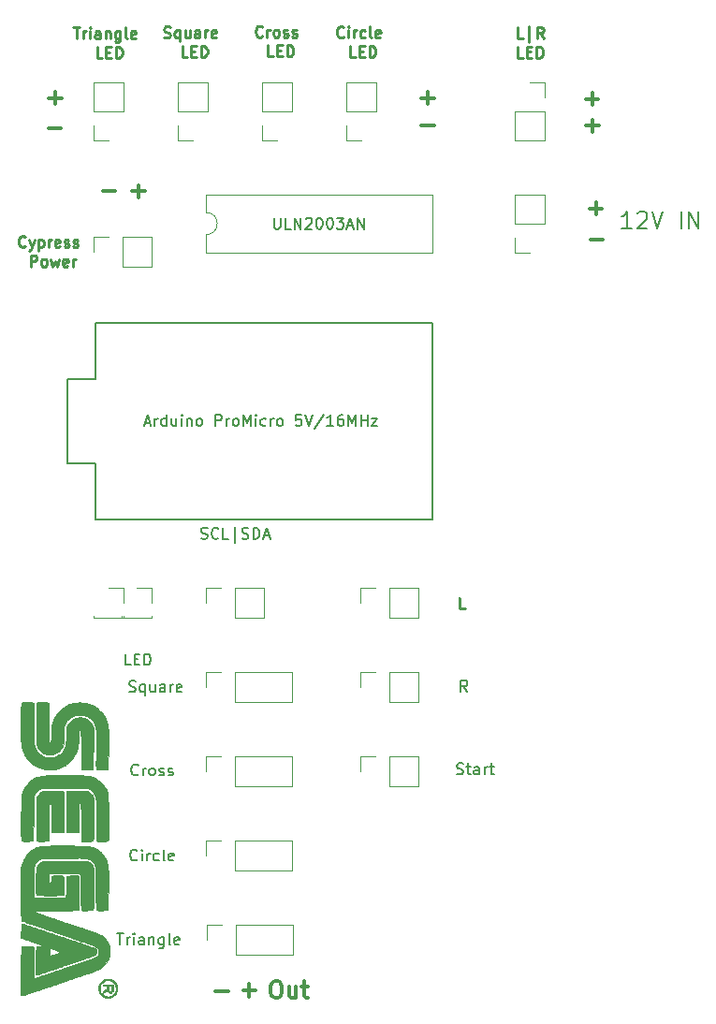
<source format=gbr>
%TF.GenerationSoftware,KiCad,Pcbnew,(5.1.4)-1*%
%TF.CreationDate,2019-11-27T14:19:05+02:00*%
%TF.ProjectId,DIVA_promicro,44495641-5f70-4726-9f6d-6963726f2e6b,rev?*%
%TF.SameCoordinates,Original*%
%TF.FileFunction,Legend,Top*%
%TF.FilePolarity,Positive*%
%FSLAX46Y46*%
G04 Gerber Fmt 4.6, Leading zero omitted, Abs format (unit mm)*
G04 Created by KiCad (PCBNEW (5.1.4)-1) date 2019-11-27 14:19:05*
%MOMM*%
%LPD*%
G04 APERTURE LIST*
%ADD10C,0.250000*%
%ADD11C,0.300000*%
%ADD12C,0.010000*%
%ADD13C,0.120000*%
%ADD14C,0.150000*%
G04 APERTURE END LIST*
D10*
X143984523Y-84377380D02*
X143508333Y-84377380D01*
X143508333Y-83377380D01*
D11*
X126800000Y-118078571D02*
X127085714Y-118078571D01*
X127228571Y-118150000D01*
X127371428Y-118292857D01*
X127442857Y-118578571D01*
X127442857Y-119078571D01*
X127371428Y-119364285D01*
X127228571Y-119507142D01*
X127085714Y-119578571D01*
X126800000Y-119578571D01*
X126657142Y-119507142D01*
X126514285Y-119364285D01*
X126442857Y-119078571D01*
X126442857Y-118578571D01*
X126514285Y-118292857D01*
X126657142Y-118150000D01*
X126800000Y-118078571D01*
X128728571Y-118578571D02*
X128728571Y-119578571D01*
X128085714Y-118578571D02*
X128085714Y-119364285D01*
X128157142Y-119507142D01*
X128300000Y-119578571D01*
X128514285Y-119578571D01*
X128657142Y-119507142D01*
X128728571Y-119435714D01*
X129228571Y-118578571D02*
X129800000Y-118578571D01*
X129442857Y-118078571D02*
X129442857Y-119364285D01*
X129514285Y-119507142D01*
X129657142Y-119578571D01*
X129800000Y-119578571D01*
X121453571Y-118932142D02*
X122596428Y-118932142D01*
X125071428Y-118907142D02*
X123928571Y-118907142D01*
X124500000Y-119478571D02*
X124500000Y-118335714D01*
X111228571Y-46607142D02*
X112371428Y-46607142D01*
X115046428Y-46607142D02*
X113903571Y-46607142D01*
X114475000Y-47178571D02*
X114475000Y-46035714D01*
X106328571Y-40882142D02*
X107471428Y-40882142D01*
X140078571Y-40682142D02*
X141221428Y-40682142D01*
X107521428Y-38157142D02*
X106378571Y-38157142D01*
X106950000Y-38728571D02*
X106950000Y-37585714D01*
X141221428Y-38157142D02*
X140078571Y-38157142D01*
X140650000Y-38728571D02*
X140650000Y-37585714D01*
X156121428Y-40682142D02*
X154978571Y-40682142D01*
X155550000Y-41253571D02*
X155550000Y-40110714D01*
X156071428Y-38257142D02*
X154928571Y-38257142D01*
X155500000Y-38828571D02*
X155500000Y-37685714D01*
X155353571Y-50957142D02*
X156496428Y-50957142D01*
X156421428Y-48157142D02*
X155278571Y-48157142D01*
X155850000Y-48728571D02*
X155850000Y-47585714D01*
D10*
X104227619Y-51557142D02*
X104180000Y-51604761D01*
X104037142Y-51652380D01*
X103941904Y-51652380D01*
X103799047Y-51604761D01*
X103703809Y-51509523D01*
X103656190Y-51414285D01*
X103608571Y-51223809D01*
X103608571Y-51080952D01*
X103656190Y-50890476D01*
X103703809Y-50795238D01*
X103799047Y-50700000D01*
X103941904Y-50652380D01*
X104037142Y-50652380D01*
X104180000Y-50700000D01*
X104227619Y-50747619D01*
X104560952Y-50985714D02*
X104799047Y-51652380D01*
X105037142Y-50985714D02*
X104799047Y-51652380D01*
X104703809Y-51890476D01*
X104656190Y-51938095D01*
X104560952Y-51985714D01*
X105418095Y-50985714D02*
X105418095Y-51985714D01*
X105418095Y-51033333D02*
X105513333Y-50985714D01*
X105703809Y-50985714D01*
X105799047Y-51033333D01*
X105846666Y-51080952D01*
X105894285Y-51176190D01*
X105894285Y-51461904D01*
X105846666Y-51557142D01*
X105799047Y-51604761D01*
X105703809Y-51652380D01*
X105513333Y-51652380D01*
X105418095Y-51604761D01*
X106322857Y-51652380D02*
X106322857Y-50985714D01*
X106322857Y-51176190D02*
X106370476Y-51080952D01*
X106418095Y-51033333D01*
X106513333Y-50985714D01*
X106608571Y-50985714D01*
X107322857Y-51604761D02*
X107227619Y-51652380D01*
X107037142Y-51652380D01*
X106941904Y-51604761D01*
X106894285Y-51509523D01*
X106894285Y-51128571D01*
X106941904Y-51033333D01*
X107037142Y-50985714D01*
X107227619Y-50985714D01*
X107322857Y-51033333D01*
X107370476Y-51128571D01*
X107370476Y-51223809D01*
X106894285Y-51319047D01*
X107751428Y-51604761D02*
X107846666Y-51652380D01*
X108037142Y-51652380D01*
X108132380Y-51604761D01*
X108180000Y-51509523D01*
X108180000Y-51461904D01*
X108132380Y-51366666D01*
X108037142Y-51319047D01*
X107894285Y-51319047D01*
X107799047Y-51271428D01*
X107751428Y-51176190D01*
X107751428Y-51128571D01*
X107799047Y-51033333D01*
X107894285Y-50985714D01*
X108037142Y-50985714D01*
X108132380Y-51033333D01*
X108560952Y-51604761D02*
X108656190Y-51652380D01*
X108846666Y-51652380D01*
X108941904Y-51604761D01*
X108989523Y-51509523D01*
X108989523Y-51461904D01*
X108941904Y-51366666D01*
X108846666Y-51319047D01*
X108703809Y-51319047D01*
X108608571Y-51271428D01*
X108560952Y-51176190D01*
X108560952Y-51128571D01*
X108608571Y-51033333D01*
X108703809Y-50985714D01*
X108846666Y-50985714D01*
X108941904Y-51033333D01*
X104703809Y-53402380D02*
X104703809Y-52402380D01*
X105084761Y-52402380D01*
X105180000Y-52450000D01*
X105227619Y-52497619D01*
X105275238Y-52592857D01*
X105275238Y-52735714D01*
X105227619Y-52830952D01*
X105180000Y-52878571D01*
X105084761Y-52926190D01*
X104703809Y-52926190D01*
X105846666Y-53402380D02*
X105751428Y-53354761D01*
X105703809Y-53307142D01*
X105656190Y-53211904D01*
X105656190Y-52926190D01*
X105703809Y-52830952D01*
X105751428Y-52783333D01*
X105846666Y-52735714D01*
X105989523Y-52735714D01*
X106084761Y-52783333D01*
X106132380Y-52830952D01*
X106180000Y-52926190D01*
X106180000Y-53211904D01*
X106132380Y-53307142D01*
X106084761Y-53354761D01*
X105989523Y-53402380D01*
X105846666Y-53402380D01*
X106513333Y-52735714D02*
X106703809Y-53402380D01*
X106894285Y-52926190D01*
X107084761Y-53402380D01*
X107275238Y-52735714D01*
X108037142Y-53354761D02*
X107941904Y-53402380D01*
X107751428Y-53402380D01*
X107656190Y-53354761D01*
X107608571Y-53259523D01*
X107608571Y-52878571D01*
X107656190Y-52783333D01*
X107751428Y-52735714D01*
X107941904Y-52735714D01*
X108037142Y-52783333D01*
X108084761Y-52878571D01*
X108084761Y-52973809D01*
X107608571Y-53069047D01*
X108513333Y-53402380D02*
X108513333Y-52735714D01*
X108513333Y-52926190D02*
X108560952Y-52830952D01*
X108608571Y-52783333D01*
X108703809Y-52735714D01*
X108799047Y-52735714D01*
X149233333Y-32777380D02*
X148757142Y-32777380D01*
X148757142Y-31777380D01*
X149804761Y-33110714D02*
X149804761Y-31682142D01*
X151090476Y-32777380D02*
X150757142Y-32301190D01*
X150519047Y-32777380D02*
X150519047Y-31777380D01*
X150900000Y-31777380D01*
X150995238Y-31825000D01*
X151042857Y-31872619D01*
X151090476Y-31967857D01*
X151090476Y-32110714D01*
X151042857Y-32205952D01*
X150995238Y-32253571D01*
X150900000Y-32301190D01*
X150519047Y-32301190D01*
X149257142Y-34527380D02*
X148780952Y-34527380D01*
X148780952Y-33527380D01*
X149590476Y-34003571D02*
X149923809Y-34003571D01*
X150066666Y-34527380D02*
X149590476Y-34527380D01*
X149590476Y-33527380D01*
X150066666Y-33527380D01*
X150495238Y-34527380D02*
X150495238Y-33527380D01*
X150733333Y-33527380D01*
X150876190Y-33575000D01*
X150971428Y-33670238D01*
X151019047Y-33765476D01*
X151066666Y-33955952D01*
X151066666Y-34098809D01*
X151019047Y-34289285D01*
X150971428Y-34384523D01*
X150876190Y-34479761D01*
X150733333Y-34527380D01*
X150495238Y-34527380D01*
X108573095Y-31787380D02*
X109144523Y-31787380D01*
X108858809Y-32787380D02*
X108858809Y-31787380D01*
X109477857Y-32787380D02*
X109477857Y-32120714D01*
X109477857Y-32311190D02*
X109525476Y-32215952D01*
X109573095Y-32168333D01*
X109668333Y-32120714D01*
X109763571Y-32120714D01*
X110096904Y-32787380D02*
X110096904Y-32120714D01*
X110096904Y-31787380D02*
X110049285Y-31835000D01*
X110096904Y-31882619D01*
X110144523Y-31835000D01*
X110096904Y-31787380D01*
X110096904Y-31882619D01*
X111001666Y-32787380D02*
X111001666Y-32263571D01*
X110954047Y-32168333D01*
X110858809Y-32120714D01*
X110668333Y-32120714D01*
X110573095Y-32168333D01*
X111001666Y-32739761D02*
X110906428Y-32787380D01*
X110668333Y-32787380D01*
X110573095Y-32739761D01*
X110525476Y-32644523D01*
X110525476Y-32549285D01*
X110573095Y-32454047D01*
X110668333Y-32406428D01*
X110906428Y-32406428D01*
X111001666Y-32358809D01*
X111477857Y-32120714D02*
X111477857Y-32787380D01*
X111477857Y-32215952D02*
X111525476Y-32168333D01*
X111620714Y-32120714D01*
X111763571Y-32120714D01*
X111858809Y-32168333D01*
X111906428Y-32263571D01*
X111906428Y-32787380D01*
X112811190Y-32120714D02*
X112811190Y-32930238D01*
X112763571Y-33025476D01*
X112715952Y-33073095D01*
X112620714Y-33120714D01*
X112477857Y-33120714D01*
X112382619Y-33073095D01*
X112811190Y-32739761D02*
X112715952Y-32787380D01*
X112525476Y-32787380D01*
X112430238Y-32739761D01*
X112382619Y-32692142D01*
X112335000Y-32596904D01*
X112335000Y-32311190D01*
X112382619Y-32215952D01*
X112430238Y-32168333D01*
X112525476Y-32120714D01*
X112715952Y-32120714D01*
X112811190Y-32168333D01*
X113430238Y-32787380D02*
X113335000Y-32739761D01*
X113287380Y-32644523D01*
X113287380Y-31787380D01*
X114192142Y-32739761D02*
X114096904Y-32787380D01*
X113906428Y-32787380D01*
X113811190Y-32739761D01*
X113763571Y-32644523D01*
X113763571Y-32263571D01*
X113811190Y-32168333D01*
X113906428Y-32120714D01*
X114096904Y-32120714D01*
X114192142Y-32168333D01*
X114239761Y-32263571D01*
X114239761Y-32358809D01*
X113763571Y-32454047D01*
X111192142Y-34537380D02*
X110715952Y-34537380D01*
X110715952Y-33537380D01*
X111525476Y-34013571D02*
X111858809Y-34013571D01*
X112001666Y-34537380D02*
X111525476Y-34537380D01*
X111525476Y-33537380D01*
X112001666Y-33537380D01*
X112430238Y-34537380D02*
X112430238Y-33537380D01*
X112668333Y-33537380D01*
X112811190Y-33585000D01*
X112906428Y-33680238D01*
X112954047Y-33775476D01*
X113001666Y-33965952D01*
X113001666Y-34108809D01*
X112954047Y-34299285D01*
X112906428Y-34394523D01*
X112811190Y-34489761D01*
X112668333Y-34537380D01*
X112430238Y-34537380D01*
X116773095Y-32669761D02*
X116915952Y-32717380D01*
X117154047Y-32717380D01*
X117249285Y-32669761D01*
X117296904Y-32622142D01*
X117344523Y-32526904D01*
X117344523Y-32431666D01*
X117296904Y-32336428D01*
X117249285Y-32288809D01*
X117154047Y-32241190D01*
X116963571Y-32193571D01*
X116868333Y-32145952D01*
X116820714Y-32098333D01*
X116773095Y-32003095D01*
X116773095Y-31907857D01*
X116820714Y-31812619D01*
X116868333Y-31765000D01*
X116963571Y-31717380D01*
X117201666Y-31717380D01*
X117344523Y-31765000D01*
X118201666Y-32050714D02*
X118201666Y-33050714D01*
X118201666Y-32669761D02*
X118106428Y-32717380D01*
X117915952Y-32717380D01*
X117820714Y-32669761D01*
X117773095Y-32622142D01*
X117725476Y-32526904D01*
X117725476Y-32241190D01*
X117773095Y-32145952D01*
X117820714Y-32098333D01*
X117915952Y-32050714D01*
X118106428Y-32050714D01*
X118201666Y-32098333D01*
X119106428Y-32050714D02*
X119106428Y-32717380D01*
X118677857Y-32050714D02*
X118677857Y-32574523D01*
X118725476Y-32669761D01*
X118820714Y-32717380D01*
X118963571Y-32717380D01*
X119058809Y-32669761D01*
X119106428Y-32622142D01*
X120011190Y-32717380D02*
X120011190Y-32193571D01*
X119963571Y-32098333D01*
X119868333Y-32050714D01*
X119677857Y-32050714D01*
X119582619Y-32098333D01*
X120011190Y-32669761D02*
X119915952Y-32717380D01*
X119677857Y-32717380D01*
X119582619Y-32669761D01*
X119535000Y-32574523D01*
X119535000Y-32479285D01*
X119582619Y-32384047D01*
X119677857Y-32336428D01*
X119915952Y-32336428D01*
X120011190Y-32288809D01*
X120487380Y-32717380D02*
X120487380Y-32050714D01*
X120487380Y-32241190D02*
X120535000Y-32145952D01*
X120582619Y-32098333D01*
X120677857Y-32050714D01*
X120773095Y-32050714D01*
X121487380Y-32669761D02*
X121392142Y-32717380D01*
X121201666Y-32717380D01*
X121106428Y-32669761D01*
X121058809Y-32574523D01*
X121058809Y-32193571D01*
X121106428Y-32098333D01*
X121201666Y-32050714D01*
X121392142Y-32050714D01*
X121487380Y-32098333D01*
X121535000Y-32193571D01*
X121535000Y-32288809D01*
X121058809Y-32384047D01*
X118892142Y-34467380D02*
X118415952Y-34467380D01*
X118415952Y-33467380D01*
X119225476Y-33943571D02*
X119558809Y-33943571D01*
X119701666Y-34467380D02*
X119225476Y-34467380D01*
X119225476Y-33467380D01*
X119701666Y-33467380D01*
X120130238Y-34467380D02*
X120130238Y-33467380D01*
X120368333Y-33467380D01*
X120511190Y-33515000D01*
X120606428Y-33610238D01*
X120654047Y-33705476D01*
X120701666Y-33895952D01*
X120701666Y-34038809D01*
X120654047Y-34229285D01*
X120606428Y-34324523D01*
X120511190Y-34419761D01*
X120368333Y-34467380D01*
X120130238Y-34467380D01*
X125672142Y-32562142D02*
X125624523Y-32609761D01*
X125481666Y-32657380D01*
X125386428Y-32657380D01*
X125243571Y-32609761D01*
X125148333Y-32514523D01*
X125100714Y-32419285D01*
X125053095Y-32228809D01*
X125053095Y-32085952D01*
X125100714Y-31895476D01*
X125148333Y-31800238D01*
X125243571Y-31705000D01*
X125386428Y-31657380D01*
X125481666Y-31657380D01*
X125624523Y-31705000D01*
X125672142Y-31752619D01*
X126100714Y-32657380D02*
X126100714Y-31990714D01*
X126100714Y-32181190D02*
X126148333Y-32085952D01*
X126195952Y-32038333D01*
X126291190Y-31990714D01*
X126386428Y-31990714D01*
X126862619Y-32657380D02*
X126767380Y-32609761D01*
X126719761Y-32562142D01*
X126672142Y-32466904D01*
X126672142Y-32181190D01*
X126719761Y-32085952D01*
X126767380Y-32038333D01*
X126862619Y-31990714D01*
X127005476Y-31990714D01*
X127100714Y-32038333D01*
X127148333Y-32085952D01*
X127195952Y-32181190D01*
X127195952Y-32466904D01*
X127148333Y-32562142D01*
X127100714Y-32609761D01*
X127005476Y-32657380D01*
X126862619Y-32657380D01*
X127576904Y-32609761D02*
X127672142Y-32657380D01*
X127862619Y-32657380D01*
X127957857Y-32609761D01*
X128005476Y-32514523D01*
X128005476Y-32466904D01*
X127957857Y-32371666D01*
X127862619Y-32324047D01*
X127719761Y-32324047D01*
X127624523Y-32276428D01*
X127576904Y-32181190D01*
X127576904Y-32133571D01*
X127624523Y-32038333D01*
X127719761Y-31990714D01*
X127862619Y-31990714D01*
X127957857Y-32038333D01*
X128386428Y-32609761D02*
X128481666Y-32657380D01*
X128672142Y-32657380D01*
X128767380Y-32609761D01*
X128815000Y-32514523D01*
X128815000Y-32466904D01*
X128767380Y-32371666D01*
X128672142Y-32324047D01*
X128529285Y-32324047D01*
X128434047Y-32276428D01*
X128386428Y-32181190D01*
X128386428Y-32133571D01*
X128434047Y-32038333D01*
X128529285Y-31990714D01*
X128672142Y-31990714D01*
X128767380Y-32038333D01*
X126672142Y-34407380D02*
X126195952Y-34407380D01*
X126195952Y-33407380D01*
X127005476Y-33883571D02*
X127338809Y-33883571D01*
X127481666Y-34407380D02*
X127005476Y-34407380D01*
X127005476Y-33407380D01*
X127481666Y-33407380D01*
X127910238Y-34407380D02*
X127910238Y-33407380D01*
X128148333Y-33407380D01*
X128291190Y-33455000D01*
X128386428Y-33550238D01*
X128434047Y-33645476D01*
X128481666Y-33835952D01*
X128481666Y-33978809D01*
X128434047Y-34169285D01*
X128386428Y-34264523D01*
X128291190Y-34359761D01*
X128148333Y-34407380D01*
X127910238Y-34407380D01*
X133026904Y-32612142D02*
X132979285Y-32659761D01*
X132836428Y-32707380D01*
X132741190Y-32707380D01*
X132598333Y-32659761D01*
X132503095Y-32564523D01*
X132455476Y-32469285D01*
X132407857Y-32278809D01*
X132407857Y-32135952D01*
X132455476Y-31945476D01*
X132503095Y-31850238D01*
X132598333Y-31755000D01*
X132741190Y-31707380D01*
X132836428Y-31707380D01*
X132979285Y-31755000D01*
X133026904Y-31802619D01*
X133455476Y-32707380D02*
X133455476Y-32040714D01*
X133455476Y-31707380D02*
X133407857Y-31755000D01*
X133455476Y-31802619D01*
X133503095Y-31755000D01*
X133455476Y-31707380D01*
X133455476Y-31802619D01*
X133931666Y-32707380D02*
X133931666Y-32040714D01*
X133931666Y-32231190D02*
X133979285Y-32135952D01*
X134026904Y-32088333D01*
X134122142Y-32040714D01*
X134217380Y-32040714D01*
X134979285Y-32659761D02*
X134884047Y-32707380D01*
X134693571Y-32707380D01*
X134598333Y-32659761D01*
X134550714Y-32612142D01*
X134503095Y-32516904D01*
X134503095Y-32231190D01*
X134550714Y-32135952D01*
X134598333Y-32088333D01*
X134693571Y-32040714D01*
X134884047Y-32040714D01*
X134979285Y-32088333D01*
X135550714Y-32707380D02*
X135455476Y-32659761D01*
X135407857Y-32564523D01*
X135407857Y-31707380D01*
X136312619Y-32659761D02*
X136217380Y-32707380D01*
X136026904Y-32707380D01*
X135931666Y-32659761D01*
X135884047Y-32564523D01*
X135884047Y-32183571D01*
X135931666Y-32088333D01*
X136026904Y-32040714D01*
X136217380Y-32040714D01*
X136312619Y-32088333D01*
X136360238Y-32183571D01*
X136360238Y-32278809D01*
X135884047Y-32374047D01*
X134122142Y-34457380D02*
X133645952Y-34457380D01*
X133645952Y-33457380D01*
X134455476Y-33933571D02*
X134788809Y-33933571D01*
X134931666Y-34457380D02*
X134455476Y-34457380D01*
X134455476Y-33457380D01*
X134931666Y-33457380D01*
X135360238Y-34457380D02*
X135360238Y-33457380D01*
X135598333Y-33457380D01*
X135741190Y-33505000D01*
X135836428Y-33600238D01*
X135884047Y-33695476D01*
X135931666Y-33885952D01*
X135931666Y-34028809D01*
X135884047Y-34219285D01*
X135836428Y-34314523D01*
X135741190Y-34409761D01*
X135598333Y-34457380D01*
X135360238Y-34457380D01*
D12*
G36*
X112177853Y-118621403D02*
G01*
X112175517Y-118681856D01*
X112169801Y-118800681D01*
X112163112Y-118884752D01*
X112154259Y-118941648D01*
X112142048Y-118978947D01*
X112125288Y-119004229D01*
X112124719Y-119004863D01*
X112056397Y-119061222D01*
X111975627Y-119100190D01*
X111898444Y-119114868D01*
X111873986Y-119112758D01*
X111801689Y-119089685D01*
X111732784Y-119052726D01*
X111681085Y-119010474D01*
X111662050Y-118980919D01*
X111636631Y-118939472D01*
X111594534Y-118930311D01*
X111532244Y-118953700D01*
X111466194Y-118995543D01*
X111403074Y-119039990D01*
X111351416Y-119076323D01*
X111324804Y-119094994D01*
X111280493Y-119105801D01*
X111243589Y-119083312D01*
X111228002Y-119036064D01*
X111228000Y-119035593D01*
X111231299Y-119002674D01*
X111245278Y-118973550D01*
X111276068Y-118942352D01*
X111329796Y-118903212D01*
X111412591Y-118850261D01*
X111437940Y-118834554D01*
X111522391Y-118778579D01*
X111574744Y-118730940D01*
X111601230Y-118682004D01*
X111608083Y-118622141D01*
X111605268Y-118575971D01*
X111598417Y-118504250D01*
X111439667Y-118493667D01*
X111359167Y-118486352D01*
X111293864Y-118476858D01*
X111256513Y-118467095D01*
X111254459Y-118465959D01*
X111230903Y-118432560D01*
X111233255Y-118394046D01*
X111246691Y-118378781D01*
X111272693Y-118374839D01*
X111334321Y-118370579D01*
X111424873Y-118366309D01*
X111537647Y-118362335D01*
X111665938Y-118358966D01*
X111689998Y-118358451D01*
X111847771Y-118355950D01*
X111913155Y-118355939D01*
X111913155Y-118478400D01*
X111833858Y-118485934D01*
X111746584Y-118504250D01*
X111735962Y-118641834D01*
X111733545Y-118760864D01*
X111748648Y-118846921D01*
X111782931Y-118906283D01*
X111812454Y-118931083D01*
X111873440Y-118951905D01*
X111942635Y-118949169D01*
X112002965Y-118925695D01*
X112032962Y-118894659D01*
X112042975Y-118853969D01*
X112048848Y-118784961D01*
X112049488Y-118701545D01*
X112049094Y-118689409D01*
X112045067Y-118606419D01*
X112038297Y-118555304D01*
X112025145Y-118525616D01*
X112001976Y-118506905D01*
X111982025Y-118496731D01*
X111913155Y-118478400D01*
X111913155Y-118355939D01*
X111967681Y-118355929D01*
X112054136Y-118358555D01*
X112111543Y-118363998D01*
X112144310Y-118372425D01*
X112150731Y-118376081D01*
X112165405Y-118391271D01*
X112174864Y-118416128D01*
X112179699Y-118457923D01*
X112180499Y-118523924D01*
X112177853Y-118621403D01*
X112177853Y-118621403D01*
G37*
X112177853Y-118621403D02*
X112175517Y-118681856D01*
X112169801Y-118800681D01*
X112163112Y-118884752D01*
X112154259Y-118941648D01*
X112142048Y-118978947D01*
X112125288Y-119004229D01*
X112124719Y-119004863D01*
X112056397Y-119061222D01*
X111975627Y-119100190D01*
X111898444Y-119114868D01*
X111873986Y-119112758D01*
X111801689Y-119089685D01*
X111732784Y-119052726D01*
X111681085Y-119010474D01*
X111662050Y-118980919D01*
X111636631Y-118939472D01*
X111594534Y-118930311D01*
X111532244Y-118953700D01*
X111466194Y-118995543D01*
X111403074Y-119039990D01*
X111351416Y-119076323D01*
X111324804Y-119094994D01*
X111280493Y-119105801D01*
X111243589Y-119083312D01*
X111228002Y-119036064D01*
X111228000Y-119035593D01*
X111231299Y-119002674D01*
X111245278Y-118973550D01*
X111276068Y-118942352D01*
X111329796Y-118903212D01*
X111412591Y-118850261D01*
X111437940Y-118834554D01*
X111522391Y-118778579D01*
X111574744Y-118730940D01*
X111601230Y-118682004D01*
X111608083Y-118622141D01*
X111605268Y-118575971D01*
X111598417Y-118504250D01*
X111439667Y-118493667D01*
X111359167Y-118486352D01*
X111293864Y-118476858D01*
X111256513Y-118467095D01*
X111254459Y-118465959D01*
X111230903Y-118432560D01*
X111233255Y-118394046D01*
X111246691Y-118378781D01*
X111272693Y-118374839D01*
X111334321Y-118370579D01*
X111424873Y-118366309D01*
X111537647Y-118362335D01*
X111665938Y-118358966D01*
X111689998Y-118358451D01*
X111847771Y-118355950D01*
X111913155Y-118355939D01*
X111913155Y-118478400D01*
X111833858Y-118485934D01*
X111746584Y-118504250D01*
X111735962Y-118641834D01*
X111733545Y-118760864D01*
X111748648Y-118846921D01*
X111782931Y-118906283D01*
X111812454Y-118931083D01*
X111873440Y-118951905D01*
X111942635Y-118949169D01*
X112002965Y-118925695D01*
X112032962Y-118894659D01*
X112042975Y-118853969D01*
X112048848Y-118784961D01*
X112049488Y-118701545D01*
X112049094Y-118689409D01*
X112045067Y-118606419D01*
X112038297Y-118555304D01*
X112025145Y-118525616D01*
X112001976Y-118506905D01*
X111982025Y-118496731D01*
X111913155Y-118478400D01*
X111913155Y-118355939D01*
X111967681Y-118355929D01*
X112054136Y-118358555D01*
X112111543Y-118363998D01*
X112144310Y-118372425D01*
X112150731Y-118376081D01*
X112165405Y-118391271D01*
X112174864Y-118416128D01*
X112179699Y-118457923D01*
X112180499Y-118523924D01*
X112177853Y-118621403D01*
G36*
X112539309Y-118818365D02*
G01*
X112534685Y-118893660D01*
X112524139Y-118952714D01*
X112505347Y-119008564D01*
X112476159Y-119073879D01*
X112399954Y-119202985D01*
X112301277Y-119322430D01*
X112189713Y-119422657D01*
X112074846Y-119494105D01*
X112039978Y-119508948D01*
X111858489Y-119556483D01*
X111676562Y-119566404D01*
X111499603Y-119541137D01*
X111333017Y-119483104D01*
X111182211Y-119394728D01*
X111052590Y-119278431D01*
X110949560Y-119136638D01*
X110884647Y-118991084D01*
X110847301Y-118825386D01*
X110838374Y-118650857D01*
X110855335Y-118504250D01*
X110884628Y-118387352D01*
X110921174Y-118296339D01*
X110973172Y-118217036D01*
X111048822Y-118135269D01*
X111092689Y-118093965D01*
X111191619Y-118006683D01*
X111274005Y-117945537D01*
X111351946Y-117905492D01*
X111437541Y-117881513D01*
X111542890Y-117868564D01*
X111648090Y-117862820D01*
X111757151Y-117861978D01*
X111757151Y-117986235D01*
X111654786Y-117988835D01*
X111428615Y-117996576D01*
X111296881Y-118097943D01*
X111182326Y-118195188D01*
X111099720Y-118288721D01*
X111041033Y-118388748D01*
X111013181Y-118458370D01*
X110987882Y-118567614D01*
X110976374Y-118697493D01*
X110979479Y-118828348D01*
X110993756Y-118923681D01*
X111038916Y-119035402D01*
X111121929Y-119151370D01*
X111239298Y-119266778D01*
X111249952Y-119275747D01*
X111329191Y-119335257D01*
X111406255Y-119375547D01*
X111500972Y-119406424D01*
X111528569Y-119413532D01*
X111617079Y-119433789D01*
X111682073Y-119442315D01*
X111740485Y-119439866D01*
X111809251Y-119427198D01*
X111813535Y-119426250D01*
X111994964Y-119368242D01*
X112145658Y-119281365D01*
X112266563Y-119164827D01*
X112358629Y-119017834D01*
X112389986Y-118944000D01*
X112416563Y-118864529D01*
X112428811Y-118797366D01*
X112429146Y-118722237D01*
X112424035Y-118658620D01*
X112387804Y-118476007D01*
X112317477Y-118317166D01*
X112214283Y-118183896D01*
X112079454Y-118077992D01*
X111996227Y-118033866D01*
X111939949Y-118009997D01*
X111889394Y-117995164D01*
X111832487Y-117987774D01*
X111757151Y-117986235D01*
X111757151Y-117861978D01*
X111803212Y-117861621D01*
X111928299Y-117874048D01*
X112034324Y-117903213D01*
X112132259Y-117952228D01*
X112233077Y-118024206D01*
X112241847Y-118031253D01*
X112310608Y-118091992D01*
X112363846Y-118153993D01*
X112412125Y-118231234D01*
X112452769Y-118310299D01*
X112491855Y-118392022D01*
X112517143Y-118454066D01*
X112531634Y-118510268D01*
X112538331Y-118574463D01*
X112540238Y-118660490D01*
X112540334Y-118713793D01*
X112539309Y-118818365D01*
X112539309Y-118818365D01*
G37*
X112539309Y-118818365D02*
X112534685Y-118893660D01*
X112524139Y-118952714D01*
X112505347Y-119008564D01*
X112476159Y-119073879D01*
X112399954Y-119202985D01*
X112301277Y-119322430D01*
X112189713Y-119422657D01*
X112074846Y-119494105D01*
X112039978Y-119508948D01*
X111858489Y-119556483D01*
X111676562Y-119566404D01*
X111499603Y-119541137D01*
X111333017Y-119483104D01*
X111182211Y-119394728D01*
X111052590Y-119278431D01*
X110949560Y-119136638D01*
X110884647Y-118991084D01*
X110847301Y-118825386D01*
X110838374Y-118650857D01*
X110855335Y-118504250D01*
X110884628Y-118387352D01*
X110921174Y-118296339D01*
X110973172Y-118217036D01*
X111048822Y-118135269D01*
X111092689Y-118093965D01*
X111191619Y-118006683D01*
X111274005Y-117945537D01*
X111351946Y-117905492D01*
X111437541Y-117881513D01*
X111542890Y-117868564D01*
X111648090Y-117862820D01*
X111757151Y-117861978D01*
X111757151Y-117986235D01*
X111654786Y-117988835D01*
X111428615Y-117996576D01*
X111296881Y-118097943D01*
X111182326Y-118195188D01*
X111099720Y-118288721D01*
X111041033Y-118388748D01*
X111013181Y-118458370D01*
X110987882Y-118567614D01*
X110976374Y-118697493D01*
X110979479Y-118828348D01*
X110993756Y-118923681D01*
X111038916Y-119035402D01*
X111121929Y-119151370D01*
X111239298Y-119266778D01*
X111249952Y-119275747D01*
X111329191Y-119335257D01*
X111406255Y-119375547D01*
X111500972Y-119406424D01*
X111528569Y-119413532D01*
X111617079Y-119433789D01*
X111682073Y-119442315D01*
X111740485Y-119439866D01*
X111809251Y-119427198D01*
X111813535Y-119426250D01*
X111994964Y-119368242D01*
X112145658Y-119281365D01*
X112266563Y-119164827D01*
X112358629Y-119017834D01*
X112389986Y-118944000D01*
X112416563Y-118864529D01*
X112428811Y-118797366D01*
X112429146Y-118722237D01*
X112424035Y-118658620D01*
X112387804Y-118476007D01*
X112317477Y-118317166D01*
X112214283Y-118183896D01*
X112079454Y-118077992D01*
X111996227Y-118033866D01*
X111939949Y-118009997D01*
X111889394Y-117995164D01*
X111832487Y-117987774D01*
X111757151Y-117986235D01*
X111757151Y-117861978D01*
X111803212Y-117861621D01*
X111928299Y-117874048D01*
X112034324Y-117903213D01*
X112132259Y-117952228D01*
X112233077Y-118024206D01*
X112241847Y-118031253D01*
X112310608Y-118091992D01*
X112363846Y-118153993D01*
X112412125Y-118231234D01*
X112452769Y-118310299D01*
X112491855Y-118392022D01*
X112517143Y-118454066D01*
X112531634Y-118510268D01*
X112538331Y-118574463D01*
X112540238Y-118660490D01*
X112540334Y-118713793D01*
X112539309Y-118818365D01*
G36*
X110391015Y-102574686D02*
G01*
X110389892Y-102839296D01*
X110388270Y-103140985D01*
X110386473Y-103449381D01*
X110384171Y-103807658D01*
X110381717Y-104124852D01*
X110379088Y-104402212D01*
X110376262Y-104640986D01*
X110373215Y-104842426D01*
X110369926Y-105007780D01*
X110366371Y-105138298D01*
X110362527Y-105235228D01*
X110358372Y-105299822D01*
X110353882Y-105333327D01*
X110351974Y-105338323D01*
X110329622Y-105352656D01*
X110282524Y-105364905D01*
X110205678Y-105375881D01*
X110094083Y-105386392D01*
X110021500Y-105391885D01*
X109814494Y-105404902D01*
X109646299Y-105411278D01*
X109513873Y-105410723D01*
X109414175Y-105402949D01*
X109344162Y-105387664D01*
X109300792Y-105364581D01*
X109281022Y-105333407D01*
X109279152Y-105321197D01*
X109278848Y-105296477D01*
X109278443Y-105232777D01*
X109277950Y-105133450D01*
X109277381Y-105001847D01*
X109276750Y-104841323D01*
X109276069Y-104655229D01*
X109275350Y-104446918D01*
X109274607Y-104219743D01*
X109273851Y-103977058D01*
X109273097Y-103722214D01*
X109273089Y-103719334D01*
X109272120Y-103411568D01*
X109271022Y-103143329D01*
X109269661Y-102911812D01*
X109267905Y-102714208D01*
X109265623Y-102547713D01*
X109262682Y-102409520D01*
X109258949Y-102296822D01*
X109254292Y-102206814D01*
X109248579Y-102136689D01*
X109241677Y-102083641D01*
X109233455Y-102044863D01*
X109223780Y-102017549D01*
X109212519Y-101998893D01*
X109199541Y-101986089D01*
X109191096Y-101980187D01*
X109148389Y-101965831D01*
X109119091Y-101962824D01*
X109094508Y-101967144D01*
X109078803Y-101986604D01*
X109068134Y-102030306D01*
X109058861Y-102105375D01*
X109055739Y-102153665D01*
X109052321Y-102239787D01*
X109048707Y-102359242D01*
X109044999Y-102507532D01*
X109041295Y-102680157D01*
X109037697Y-102872618D01*
X109034305Y-103080416D01*
X109031219Y-103299052D01*
X109029937Y-103401482D01*
X109016084Y-104554714D01*
X108836167Y-104579673D01*
X108734835Y-104590694D01*
X108616205Y-104598772D01*
X108488115Y-104603915D01*
X108358404Y-104606130D01*
X108234910Y-104605424D01*
X108125472Y-104601803D01*
X108037928Y-104595277D01*
X107980116Y-104585851D01*
X107963042Y-104578869D01*
X107956281Y-104571788D01*
X107950399Y-104559658D01*
X107945340Y-104539706D01*
X107941045Y-104509156D01*
X107937459Y-104465236D01*
X107934522Y-104405171D01*
X107932178Y-104326187D01*
X107930369Y-104225510D01*
X107929038Y-104100366D01*
X107928127Y-103947981D01*
X107927579Y-103765580D01*
X107927337Y-103550391D01*
X107927343Y-103299638D01*
X107927539Y-103010548D01*
X107927672Y-102870333D01*
X107928035Y-102607121D01*
X107928579Y-102356042D01*
X107929284Y-102120330D01*
X107930132Y-101903219D01*
X107931104Y-101707943D01*
X107932181Y-101537738D01*
X107933344Y-101395835D01*
X107934574Y-101285471D01*
X107935853Y-101209878D01*
X107937161Y-101172291D01*
X107937606Y-101168750D01*
X107942358Y-101138494D01*
X107947269Y-101078182D01*
X107951371Y-101000076D01*
X107951810Y-100988834D01*
X107957750Y-100830084D01*
X109820417Y-100830084D01*
X109958000Y-100907826D01*
X110091528Y-100995803D01*
X110194490Y-101094728D01*
X110278650Y-101216002D01*
X110281899Y-101221667D01*
X110301341Y-101256254D01*
X110318474Y-101289376D01*
X110333427Y-101323786D01*
X110346330Y-101362236D01*
X110357311Y-101407481D01*
X110366501Y-101462272D01*
X110374028Y-101529364D01*
X110380021Y-101611509D01*
X110384610Y-101711461D01*
X110387924Y-101831973D01*
X110390092Y-101975799D01*
X110391244Y-102145690D01*
X110391508Y-102344402D01*
X110391015Y-102574686D01*
X110391015Y-102574686D01*
G37*
X110391015Y-102574686D02*
X110389892Y-102839296D01*
X110388270Y-103140985D01*
X110386473Y-103449381D01*
X110384171Y-103807658D01*
X110381717Y-104124852D01*
X110379088Y-104402212D01*
X110376262Y-104640986D01*
X110373215Y-104842426D01*
X110369926Y-105007780D01*
X110366371Y-105138298D01*
X110362527Y-105235228D01*
X110358372Y-105299822D01*
X110353882Y-105333327D01*
X110351974Y-105338323D01*
X110329622Y-105352656D01*
X110282524Y-105364905D01*
X110205678Y-105375881D01*
X110094083Y-105386392D01*
X110021500Y-105391885D01*
X109814494Y-105404902D01*
X109646299Y-105411278D01*
X109513873Y-105410723D01*
X109414175Y-105402949D01*
X109344162Y-105387664D01*
X109300792Y-105364581D01*
X109281022Y-105333407D01*
X109279152Y-105321197D01*
X109278848Y-105296477D01*
X109278443Y-105232777D01*
X109277950Y-105133450D01*
X109277381Y-105001847D01*
X109276750Y-104841323D01*
X109276069Y-104655229D01*
X109275350Y-104446918D01*
X109274607Y-104219743D01*
X109273851Y-103977058D01*
X109273097Y-103722214D01*
X109273089Y-103719334D01*
X109272120Y-103411568D01*
X109271022Y-103143329D01*
X109269661Y-102911812D01*
X109267905Y-102714208D01*
X109265623Y-102547713D01*
X109262682Y-102409520D01*
X109258949Y-102296822D01*
X109254292Y-102206814D01*
X109248579Y-102136689D01*
X109241677Y-102083641D01*
X109233455Y-102044863D01*
X109223780Y-102017549D01*
X109212519Y-101998893D01*
X109199541Y-101986089D01*
X109191096Y-101980187D01*
X109148389Y-101965831D01*
X109119091Y-101962824D01*
X109094508Y-101967144D01*
X109078803Y-101986604D01*
X109068134Y-102030306D01*
X109058861Y-102105375D01*
X109055739Y-102153665D01*
X109052321Y-102239787D01*
X109048707Y-102359242D01*
X109044999Y-102507532D01*
X109041295Y-102680157D01*
X109037697Y-102872618D01*
X109034305Y-103080416D01*
X109031219Y-103299052D01*
X109029937Y-103401482D01*
X109016084Y-104554714D01*
X108836167Y-104579673D01*
X108734835Y-104590694D01*
X108616205Y-104598772D01*
X108488115Y-104603915D01*
X108358404Y-104606130D01*
X108234910Y-104605424D01*
X108125472Y-104601803D01*
X108037928Y-104595277D01*
X107980116Y-104585851D01*
X107963042Y-104578869D01*
X107956281Y-104571788D01*
X107950399Y-104559658D01*
X107945340Y-104539706D01*
X107941045Y-104509156D01*
X107937459Y-104465236D01*
X107934522Y-104405171D01*
X107932178Y-104326187D01*
X107930369Y-104225510D01*
X107929038Y-104100366D01*
X107928127Y-103947981D01*
X107927579Y-103765580D01*
X107927337Y-103550391D01*
X107927343Y-103299638D01*
X107927539Y-103010548D01*
X107927672Y-102870333D01*
X107928035Y-102607121D01*
X107928579Y-102356042D01*
X107929284Y-102120330D01*
X107930132Y-101903219D01*
X107931104Y-101707943D01*
X107932181Y-101537738D01*
X107933344Y-101395835D01*
X107934574Y-101285471D01*
X107935853Y-101209878D01*
X107937161Y-101172291D01*
X107937606Y-101168750D01*
X107942358Y-101138494D01*
X107947269Y-101078182D01*
X107951371Y-101000076D01*
X107951810Y-100988834D01*
X107957750Y-100830084D01*
X109820417Y-100830084D01*
X109958000Y-100907826D01*
X110091528Y-100995803D01*
X110194490Y-101094728D01*
X110278650Y-101216002D01*
X110281899Y-101221667D01*
X110301341Y-101256254D01*
X110318474Y-101289376D01*
X110333427Y-101323786D01*
X110346330Y-101362236D01*
X110357311Y-101407481D01*
X110366501Y-101462272D01*
X110374028Y-101529364D01*
X110380021Y-101611509D01*
X110384610Y-101711461D01*
X110387924Y-101831973D01*
X110390092Y-101975799D01*
X110391244Y-102145690D01*
X110391508Y-102344402D01*
X110391015Y-102574686D01*
G36*
X107665332Y-102570792D02*
G01*
X107665021Y-102756250D01*
X107661417Y-104555417D01*
X107481500Y-104575150D01*
X107386904Y-104583151D01*
X107271596Y-104589275D01*
X107144341Y-104593455D01*
X107013904Y-104595627D01*
X106889050Y-104595726D01*
X106778544Y-104593687D01*
X106691150Y-104589445D01*
X106635633Y-104582934D01*
X106629542Y-104581472D01*
X106571334Y-104565194D01*
X106567451Y-103374972D01*
X106566702Y-103151072D01*
X106565950Y-102937309D01*
X106565213Y-102737904D01*
X106564508Y-102557075D01*
X106563852Y-102399043D01*
X106563263Y-102268027D01*
X106562758Y-102168246D01*
X106562354Y-102103921D01*
X106562160Y-102083499D01*
X106553688Y-102005812D01*
X106531668Y-101964011D01*
X106529000Y-101962115D01*
X106493734Y-101945069D01*
X106463666Y-101950392D01*
X106425955Y-101982603D01*
X106403965Y-102006094D01*
X106358955Y-102070897D01*
X106327532Y-102154621D01*
X106309084Y-102262057D01*
X106303003Y-102397993D01*
X106308678Y-102567218D01*
X106317412Y-102686013D01*
X106322984Y-102774395D01*
X106327571Y-102893247D01*
X106331204Y-103038151D01*
X106333918Y-103204687D01*
X106335745Y-103388435D01*
X106336719Y-103584977D01*
X106336873Y-103789891D01*
X106336240Y-103998760D01*
X106334853Y-104207164D01*
X106332746Y-104410683D01*
X106329952Y-104604898D01*
X106326503Y-104785389D01*
X106322434Y-104947737D01*
X106317777Y-105087523D01*
X106312566Y-105200327D01*
X106306833Y-105281730D01*
X106300612Y-105327312D01*
X106297509Y-105335125D01*
X106263254Y-105348777D01*
X106194233Y-105360881D01*
X106097988Y-105371229D01*
X105982064Y-105379611D01*
X105854006Y-105385820D01*
X105721358Y-105389645D01*
X105591664Y-105390878D01*
X105472470Y-105389310D01*
X105371319Y-105384732D01*
X105295756Y-105376935D01*
X105253325Y-105365710D01*
X105250808Y-105364116D01*
X105244287Y-105357507D01*
X105238548Y-105346066D01*
X105233529Y-105327160D01*
X105229170Y-105298159D01*
X105225409Y-105256433D01*
X105222187Y-105199350D01*
X105219440Y-105124280D01*
X105217110Y-105028592D01*
X105215135Y-104909655D01*
X105213453Y-104764839D01*
X105212005Y-104591512D01*
X105210729Y-104387044D01*
X105209563Y-104148805D01*
X105208448Y-103874163D01*
X105207322Y-103560487D01*
X105207027Y-103474176D01*
X105200696Y-101611620D01*
X105247378Y-101449771D01*
X105302823Y-101302225D01*
X105380534Y-101175926D01*
X105386599Y-101167975D01*
X105457340Y-101082529D01*
X105526276Y-101016123D01*
X105606065Y-100958650D01*
X105709364Y-100900005D01*
X105745834Y-100881179D01*
X105883417Y-100811191D01*
X106730084Y-100816223D01*
X106916403Y-100817578D01*
X107090251Y-100819319D01*
X107246899Y-100821361D01*
X107381618Y-100823624D01*
X107489680Y-100826023D01*
X107566355Y-100828476D01*
X107606915Y-100830901D01*
X107611456Y-100831646D01*
X107640860Y-100858310D01*
X107657393Y-100899560D01*
X107659054Y-100929084D01*
X107660558Y-100997735D01*
X107661892Y-101102308D01*
X107663041Y-101239595D01*
X107663993Y-101406391D01*
X107664734Y-101599490D01*
X107665252Y-101815685D01*
X107665533Y-102051772D01*
X107665564Y-102304543D01*
X107665332Y-102570792D01*
X107665332Y-102570792D01*
G37*
X107665332Y-102570792D02*
X107665021Y-102756250D01*
X107661417Y-104555417D01*
X107481500Y-104575150D01*
X107386904Y-104583151D01*
X107271596Y-104589275D01*
X107144341Y-104593455D01*
X107013904Y-104595627D01*
X106889050Y-104595726D01*
X106778544Y-104593687D01*
X106691150Y-104589445D01*
X106635633Y-104582934D01*
X106629542Y-104581472D01*
X106571334Y-104565194D01*
X106567451Y-103374972D01*
X106566702Y-103151072D01*
X106565950Y-102937309D01*
X106565213Y-102737904D01*
X106564508Y-102557075D01*
X106563852Y-102399043D01*
X106563263Y-102268027D01*
X106562758Y-102168246D01*
X106562354Y-102103921D01*
X106562160Y-102083499D01*
X106553688Y-102005812D01*
X106531668Y-101964011D01*
X106529000Y-101962115D01*
X106493734Y-101945069D01*
X106463666Y-101950392D01*
X106425955Y-101982603D01*
X106403965Y-102006094D01*
X106358955Y-102070897D01*
X106327532Y-102154621D01*
X106309084Y-102262057D01*
X106303003Y-102397993D01*
X106308678Y-102567218D01*
X106317412Y-102686013D01*
X106322984Y-102774395D01*
X106327571Y-102893247D01*
X106331204Y-103038151D01*
X106333918Y-103204687D01*
X106335745Y-103388435D01*
X106336719Y-103584977D01*
X106336873Y-103789891D01*
X106336240Y-103998760D01*
X106334853Y-104207164D01*
X106332746Y-104410683D01*
X106329952Y-104604898D01*
X106326503Y-104785389D01*
X106322434Y-104947737D01*
X106317777Y-105087523D01*
X106312566Y-105200327D01*
X106306833Y-105281730D01*
X106300612Y-105327312D01*
X106297509Y-105335125D01*
X106263254Y-105348777D01*
X106194233Y-105360881D01*
X106097988Y-105371229D01*
X105982064Y-105379611D01*
X105854006Y-105385820D01*
X105721358Y-105389645D01*
X105591664Y-105390878D01*
X105472470Y-105389310D01*
X105371319Y-105384732D01*
X105295756Y-105376935D01*
X105253325Y-105365710D01*
X105250808Y-105364116D01*
X105244287Y-105357507D01*
X105238548Y-105346066D01*
X105233529Y-105327160D01*
X105229170Y-105298159D01*
X105225409Y-105256433D01*
X105222187Y-105199350D01*
X105219440Y-105124280D01*
X105217110Y-105028592D01*
X105215135Y-104909655D01*
X105213453Y-104764839D01*
X105212005Y-104591512D01*
X105210729Y-104387044D01*
X105209563Y-104148805D01*
X105208448Y-103874163D01*
X105207322Y-103560487D01*
X105207027Y-103474176D01*
X105200696Y-101611620D01*
X105247378Y-101449771D01*
X105302823Y-101302225D01*
X105380534Y-101175926D01*
X105386599Y-101167975D01*
X105457340Y-101082529D01*
X105526276Y-101016123D01*
X105606065Y-100958650D01*
X105709364Y-100900005D01*
X105745834Y-100881179D01*
X105883417Y-100811191D01*
X106730084Y-100816223D01*
X106916403Y-100817578D01*
X107090251Y-100819319D01*
X107246899Y-100821361D01*
X107381618Y-100823624D01*
X107489680Y-100826023D01*
X107566355Y-100828476D01*
X107606915Y-100830901D01*
X107611456Y-100831646D01*
X107640860Y-100858310D01*
X107657393Y-100899560D01*
X107659054Y-100929084D01*
X107660558Y-100997735D01*
X107661892Y-101102308D01*
X107663041Y-101239595D01*
X107663993Y-101406391D01*
X107664734Y-101599490D01*
X107665252Y-101815685D01*
X107665533Y-102051772D01*
X107665564Y-102304543D01*
X107665332Y-102570792D01*
G36*
X111722656Y-96308717D02*
G01*
X111722276Y-96603548D01*
X111721696Y-96932788D01*
X111720797Y-97302780D01*
X111719586Y-97631455D01*
X111718052Y-97919829D01*
X111716178Y-98168919D01*
X111713953Y-98379740D01*
X111711362Y-98553308D01*
X111708391Y-98690638D01*
X111705027Y-98792747D01*
X111701255Y-98860650D01*
X111697063Y-98895364D01*
X111695110Y-98900357D01*
X111668281Y-98907208D01*
X111606574Y-98913810D01*
X111517443Y-98919956D01*
X111408344Y-98925434D01*
X111286732Y-98930037D01*
X111160061Y-98933555D01*
X111035787Y-98935778D01*
X110921365Y-98936497D01*
X110824250Y-98935503D01*
X110751896Y-98932586D01*
X110713207Y-98927926D01*
X110689934Y-98920912D01*
X110670373Y-98910272D01*
X110654279Y-98892626D01*
X110641403Y-98864592D01*
X110631501Y-98822792D01*
X110624324Y-98763843D01*
X110619628Y-98684365D01*
X110617165Y-98580979D01*
X110616688Y-98450304D01*
X110617952Y-98288959D01*
X110620710Y-98093563D01*
X110624715Y-97860737D01*
X110626846Y-97743526D01*
X110633016Y-97370023D01*
X110637459Y-97019140D01*
X110640189Y-96693080D01*
X110641217Y-96394044D01*
X110640557Y-96124234D01*
X110638221Y-95885852D01*
X110634221Y-95681100D01*
X110628570Y-95512180D01*
X110621281Y-95381293D01*
X110612958Y-95295000D01*
X110564086Y-95050407D01*
X110484142Y-94830065D01*
X110369877Y-94627551D01*
X110218045Y-94436442D01*
X110136257Y-94352118D01*
X110051756Y-94270929D01*
X109985929Y-94212766D01*
X109927930Y-94170311D01*
X109866915Y-94136247D01*
X109792038Y-94103257D01*
X109732112Y-94079435D01*
X109485115Y-94005606D01*
X109226261Y-93971909D01*
X108958047Y-93978648D01*
X108931797Y-93981445D01*
X108732614Y-94020853D01*
X108534213Y-94090950D01*
X108349686Y-94186089D01*
X108192378Y-94300401D01*
X108065712Y-94419413D01*
X107965543Y-94534791D01*
X107880323Y-94661469D01*
X107804954Y-94801314D01*
X107703750Y-95005081D01*
X107690208Y-95705666D01*
X107686270Y-95879629D01*
X107681444Y-96045052D01*
X107675988Y-96195857D01*
X107670161Y-96325968D01*
X107664223Y-96429307D01*
X107658433Y-96499798D01*
X107655350Y-96522667D01*
X107592767Y-96750414D01*
X107491146Y-96962261D01*
X107350067Y-97159065D01*
X107336726Y-97174574D01*
X107206762Y-97300169D01*
X107052619Y-97404012D01*
X106867015Y-97490756D01*
X106806429Y-97513319D01*
X106722093Y-97540833D01*
X106647896Y-97557789D01*
X106568255Y-97566450D01*
X106467583Y-97569081D01*
X106423167Y-97568988D01*
X106267829Y-97560235D01*
X106119020Y-97537523D01*
X105986572Y-97503174D01*
X105880315Y-97459509D01*
X105832938Y-97429585D01*
X105788843Y-97401426D01*
X105757390Y-97390500D01*
X105733204Y-97376238D01*
X105686761Y-97337562D01*
X105625081Y-97280633D01*
X105565267Y-97221840D01*
X105415066Y-97044283D01*
X105305754Y-96856075D01*
X105237165Y-96656882D01*
X105214528Y-96523166D01*
X105212228Y-96479855D01*
X105210134Y-96398308D01*
X105208248Y-96282623D01*
X105206574Y-96136897D01*
X105205117Y-95965226D01*
X105203879Y-95771709D01*
X105202865Y-95560441D01*
X105202079Y-95335521D01*
X105201524Y-95101045D01*
X105201204Y-94861111D01*
X105201123Y-94619816D01*
X105201285Y-94381257D01*
X105201694Y-94149531D01*
X105202353Y-93928736D01*
X105203266Y-93722968D01*
X105204437Y-93536325D01*
X105205871Y-93372903D01*
X105207570Y-93236801D01*
X105209538Y-93132115D01*
X105211317Y-93073555D01*
X105217210Y-92988121D01*
X105226581Y-92917535D01*
X105237707Y-92873644D01*
X105241350Y-92867180D01*
X105259126Y-92857860D01*
X105297861Y-92850736D01*
X105361795Y-92845583D01*
X105455167Y-92842172D01*
X105582218Y-92840276D01*
X105747187Y-92839668D01*
X105754299Y-92839667D01*
X105916238Y-92840083D01*
X106041151Y-92841549D01*
X106134337Y-92844387D01*
X106201096Y-92848922D01*
X106246730Y-92855478D01*
X106276538Y-92864378D01*
X106291272Y-92872487D01*
X106338129Y-92905307D01*
X106337863Y-94629868D01*
X106338060Y-94988376D01*
X106338772Y-95305055D01*
X106340006Y-95580404D01*
X106341768Y-95814924D01*
X106344064Y-96009116D01*
X106346901Y-96163481D01*
X106350284Y-96278518D01*
X106354220Y-96354728D01*
X106358716Y-96392611D01*
X106359960Y-96396214D01*
X106398718Y-96430665D01*
X106452261Y-96434058D01*
X106506859Y-96406625D01*
X106520428Y-96393493D01*
X106531648Y-96378582D01*
X106540741Y-96358154D01*
X106548038Y-96327628D01*
X106553871Y-96282420D01*
X106558570Y-96217951D01*
X106562466Y-96129639D01*
X106565890Y-96012901D01*
X106569172Y-95863157D01*
X106572643Y-95675824D01*
X106572772Y-95668534D01*
X106576233Y-95479572D01*
X106579517Y-95327302D01*
X106583065Y-95206088D01*
X106587316Y-95110293D01*
X106592713Y-95034282D01*
X106599695Y-94972418D01*
X106608704Y-94919065D01*
X106620178Y-94868586D01*
X106634559Y-94815345D01*
X106641300Y-94791752D01*
X106669582Y-94698592D01*
X106697782Y-94614286D01*
X106721464Y-94551775D01*
X106729820Y-94533511D01*
X106752108Y-94483707D01*
X106761819Y-94448729D01*
X106761834Y-94447989D01*
X106772175Y-94411885D01*
X106800143Y-94348297D01*
X106841154Y-94265778D01*
X106890626Y-94172885D01*
X106943975Y-94078171D01*
X106996619Y-93990190D01*
X107043973Y-93917499D01*
X107052569Y-93905321D01*
X107133982Y-93802176D01*
X107238394Y-93684669D01*
X107354977Y-93563890D01*
X107472902Y-93450928D01*
X107581341Y-93356876D01*
X107610230Y-93334138D01*
X107695798Y-93275528D01*
X107808337Y-93207949D01*
X107935471Y-93138045D01*
X108064822Y-93072459D01*
X108184011Y-93017832D01*
X108246396Y-92992744D01*
X108389418Y-92942529D01*
X108518122Y-92905247D01*
X108643422Y-92879173D01*
X108776233Y-92862579D01*
X108927469Y-92853741D01*
X109108045Y-92850932D01*
X109143084Y-92850931D01*
X109287564Y-92851595D01*
X109398964Y-92853629D01*
X109486536Y-92857928D01*
X109559531Y-92865387D01*
X109627200Y-92876901D01*
X109698794Y-92893365D01*
X109767500Y-92911343D01*
X109870614Y-92939853D01*
X109969249Y-92968509D01*
X110049579Y-92993228D01*
X110085000Y-93005097D01*
X110175986Y-93042750D01*
X110289636Y-93097310D01*
X110413473Y-93162074D01*
X110535021Y-93230341D01*
X110641805Y-93295407D01*
X110704298Y-93337784D01*
X110947175Y-93540279D01*
X111163241Y-93773776D01*
X111350187Y-94034758D01*
X111505710Y-94319706D01*
X111627501Y-94625104D01*
X111689206Y-94839917D01*
X111695413Y-94868080D01*
X111700860Y-94900361D01*
X111705587Y-94939492D01*
X111709638Y-94988205D01*
X111713055Y-95049234D01*
X111715881Y-95125310D01*
X111718157Y-95219167D01*
X111719926Y-95333537D01*
X111721231Y-95471152D01*
X111722114Y-95634745D01*
X111722618Y-95827048D01*
X111722784Y-96050795D01*
X111722656Y-96308717D01*
X111722656Y-96308717D01*
G37*
X111722656Y-96308717D02*
X111722276Y-96603548D01*
X111721696Y-96932788D01*
X111720797Y-97302780D01*
X111719586Y-97631455D01*
X111718052Y-97919829D01*
X111716178Y-98168919D01*
X111713953Y-98379740D01*
X111711362Y-98553308D01*
X111708391Y-98690638D01*
X111705027Y-98792747D01*
X111701255Y-98860650D01*
X111697063Y-98895364D01*
X111695110Y-98900357D01*
X111668281Y-98907208D01*
X111606574Y-98913810D01*
X111517443Y-98919956D01*
X111408344Y-98925434D01*
X111286732Y-98930037D01*
X111160061Y-98933555D01*
X111035787Y-98935778D01*
X110921365Y-98936497D01*
X110824250Y-98935503D01*
X110751896Y-98932586D01*
X110713207Y-98927926D01*
X110689934Y-98920912D01*
X110670373Y-98910272D01*
X110654279Y-98892626D01*
X110641403Y-98864592D01*
X110631501Y-98822792D01*
X110624324Y-98763843D01*
X110619628Y-98684365D01*
X110617165Y-98580979D01*
X110616688Y-98450304D01*
X110617952Y-98288959D01*
X110620710Y-98093563D01*
X110624715Y-97860737D01*
X110626846Y-97743526D01*
X110633016Y-97370023D01*
X110637459Y-97019140D01*
X110640189Y-96693080D01*
X110641217Y-96394044D01*
X110640557Y-96124234D01*
X110638221Y-95885852D01*
X110634221Y-95681100D01*
X110628570Y-95512180D01*
X110621281Y-95381293D01*
X110612958Y-95295000D01*
X110564086Y-95050407D01*
X110484142Y-94830065D01*
X110369877Y-94627551D01*
X110218045Y-94436442D01*
X110136257Y-94352118D01*
X110051756Y-94270929D01*
X109985929Y-94212766D01*
X109927930Y-94170311D01*
X109866915Y-94136247D01*
X109792038Y-94103257D01*
X109732112Y-94079435D01*
X109485115Y-94005606D01*
X109226261Y-93971909D01*
X108958047Y-93978648D01*
X108931797Y-93981445D01*
X108732614Y-94020853D01*
X108534213Y-94090950D01*
X108349686Y-94186089D01*
X108192378Y-94300401D01*
X108065712Y-94419413D01*
X107965543Y-94534791D01*
X107880323Y-94661469D01*
X107804954Y-94801314D01*
X107703750Y-95005081D01*
X107690208Y-95705666D01*
X107686270Y-95879629D01*
X107681444Y-96045052D01*
X107675988Y-96195857D01*
X107670161Y-96325968D01*
X107664223Y-96429307D01*
X107658433Y-96499798D01*
X107655350Y-96522667D01*
X107592767Y-96750414D01*
X107491146Y-96962261D01*
X107350067Y-97159065D01*
X107336726Y-97174574D01*
X107206762Y-97300169D01*
X107052619Y-97404012D01*
X106867015Y-97490756D01*
X106806429Y-97513319D01*
X106722093Y-97540833D01*
X106647896Y-97557789D01*
X106568255Y-97566450D01*
X106467583Y-97569081D01*
X106423167Y-97568988D01*
X106267829Y-97560235D01*
X106119020Y-97537523D01*
X105986572Y-97503174D01*
X105880315Y-97459509D01*
X105832938Y-97429585D01*
X105788843Y-97401426D01*
X105757390Y-97390500D01*
X105733204Y-97376238D01*
X105686761Y-97337562D01*
X105625081Y-97280633D01*
X105565267Y-97221840D01*
X105415066Y-97044283D01*
X105305754Y-96856075D01*
X105237165Y-96656882D01*
X105214528Y-96523166D01*
X105212228Y-96479855D01*
X105210134Y-96398308D01*
X105208248Y-96282623D01*
X105206574Y-96136897D01*
X105205117Y-95965226D01*
X105203879Y-95771709D01*
X105202865Y-95560441D01*
X105202079Y-95335521D01*
X105201524Y-95101045D01*
X105201204Y-94861111D01*
X105201123Y-94619816D01*
X105201285Y-94381257D01*
X105201694Y-94149531D01*
X105202353Y-93928736D01*
X105203266Y-93722968D01*
X105204437Y-93536325D01*
X105205871Y-93372903D01*
X105207570Y-93236801D01*
X105209538Y-93132115D01*
X105211317Y-93073555D01*
X105217210Y-92988121D01*
X105226581Y-92917535D01*
X105237707Y-92873644D01*
X105241350Y-92867180D01*
X105259126Y-92857860D01*
X105297861Y-92850736D01*
X105361795Y-92845583D01*
X105455167Y-92842172D01*
X105582218Y-92840276D01*
X105747187Y-92839668D01*
X105754299Y-92839667D01*
X105916238Y-92840083D01*
X106041151Y-92841549D01*
X106134337Y-92844387D01*
X106201096Y-92848922D01*
X106246730Y-92855478D01*
X106276538Y-92864378D01*
X106291272Y-92872487D01*
X106338129Y-92905307D01*
X106337863Y-94629868D01*
X106338060Y-94988376D01*
X106338772Y-95305055D01*
X106340006Y-95580404D01*
X106341768Y-95814924D01*
X106344064Y-96009116D01*
X106346901Y-96163481D01*
X106350284Y-96278518D01*
X106354220Y-96354728D01*
X106358716Y-96392611D01*
X106359960Y-96396214D01*
X106398718Y-96430665D01*
X106452261Y-96434058D01*
X106506859Y-96406625D01*
X106520428Y-96393493D01*
X106531648Y-96378582D01*
X106540741Y-96358154D01*
X106548038Y-96327628D01*
X106553871Y-96282420D01*
X106558570Y-96217951D01*
X106562466Y-96129639D01*
X106565890Y-96012901D01*
X106569172Y-95863157D01*
X106572643Y-95675824D01*
X106572772Y-95668534D01*
X106576233Y-95479572D01*
X106579517Y-95327302D01*
X106583065Y-95206088D01*
X106587316Y-95110293D01*
X106592713Y-95034282D01*
X106599695Y-94972418D01*
X106608704Y-94919065D01*
X106620178Y-94868586D01*
X106634559Y-94815345D01*
X106641300Y-94791752D01*
X106669582Y-94698592D01*
X106697782Y-94614286D01*
X106721464Y-94551775D01*
X106729820Y-94533511D01*
X106752108Y-94483707D01*
X106761819Y-94448729D01*
X106761834Y-94447989D01*
X106772175Y-94411885D01*
X106800143Y-94348297D01*
X106841154Y-94265778D01*
X106890626Y-94172885D01*
X106943975Y-94078171D01*
X106996619Y-93990190D01*
X107043973Y-93917499D01*
X107052569Y-93905321D01*
X107133982Y-93802176D01*
X107238394Y-93684669D01*
X107354977Y-93563890D01*
X107472902Y-93450928D01*
X107581341Y-93356876D01*
X107610230Y-93334138D01*
X107695798Y-93275528D01*
X107808337Y-93207949D01*
X107935471Y-93138045D01*
X108064822Y-93072459D01*
X108184011Y-93017832D01*
X108246396Y-92992744D01*
X108389418Y-92942529D01*
X108518122Y-92905247D01*
X108643422Y-92879173D01*
X108776233Y-92862579D01*
X108927469Y-92853741D01*
X109108045Y-92850932D01*
X109143084Y-92850931D01*
X109287564Y-92851595D01*
X109398964Y-92853629D01*
X109486536Y-92857928D01*
X109559531Y-92865387D01*
X109627200Y-92876901D01*
X109698794Y-92893365D01*
X109767500Y-92911343D01*
X109870614Y-92939853D01*
X109969249Y-92968509D01*
X110049579Y-92993228D01*
X110085000Y-93005097D01*
X110175986Y-93042750D01*
X110289636Y-93097310D01*
X110413473Y-93162074D01*
X110535021Y-93230341D01*
X110641805Y-93295407D01*
X110704298Y-93337784D01*
X110947175Y-93540279D01*
X111163241Y-93773776D01*
X111350187Y-94034758D01*
X111505710Y-94319706D01*
X111627501Y-94625104D01*
X111689206Y-94839917D01*
X111695413Y-94868080D01*
X111700860Y-94900361D01*
X111705587Y-94939492D01*
X111709638Y-94988205D01*
X111713055Y-95049234D01*
X111715881Y-95125310D01*
X111718157Y-95219167D01*
X111719926Y-95333537D01*
X111721231Y-95471152D01*
X111722114Y-95634745D01*
X111722618Y-95827048D01*
X111722784Y-96050795D01*
X111722656Y-96308717D01*
G36*
X110392649Y-108667601D02*
G01*
X110391848Y-108877831D01*
X110390593Y-109121789D01*
X110388921Y-109402294D01*
X110386868Y-109722165D01*
X110386750Y-109740103D01*
X110384390Y-110078966D01*
X110381999Y-110377530D01*
X110379536Y-110637828D01*
X110376961Y-110861895D01*
X110374231Y-111051764D01*
X110371306Y-111209470D01*
X110368144Y-111337046D01*
X110364704Y-111436527D01*
X110360943Y-111509946D01*
X110356822Y-111559338D01*
X110352298Y-111586736D01*
X110349027Y-111593795D01*
X110316372Y-111604679D01*
X110248702Y-111615845D01*
X110153326Y-111626710D01*
X110037553Y-111636693D01*
X109908694Y-111645214D01*
X109774058Y-111651690D01*
X109640954Y-111655540D01*
X109562637Y-111656353D01*
X109452250Y-111655303D01*
X109376565Y-111651011D01*
X109328017Y-111642559D01*
X109299040Y-111629027D01*
X109292762Y-111623572D01*
X109286383Y-111613754D01*
X109280863Y-111596050D01*
X109276143Y-111567592D01*
X109272161Y-111525513D01*
X109268856Y-111466944D01*
X109266168Y-111389020D01*
X109264035Y-111288871D01*
X109262397Y-111163632D01*
X109261194Y-111010435D01*
X109260363Y-110826412D01*
X109259844Y-110608695D01*
X109259577Y-110354418D01*
X109259501Y-110060714D01*
X109259500Y-110056558D01*
X109259542Y-109753894D01*
X109259498Y-109490686D01*
X109259115Y-109264057D01*
X109258141Y-109071132D01*
X109256322Y-108909033D01*
X109253406Y-108774883D01*
X109249140Y-108665807D01*
X109243271Y-108578928D01*
X109235545Y-108511368D01*
X109225711Y-108460251D01*
X109213514Y-108422701D01*
X109198703Y-108395840D01*
X109181023Y-108376793D01*
X109160224Y-108362682D01*
X109136050Y-108350631D01*
X109108385Y-108337829D01*
X109088026Y-108328588D01*
X109066279Y-108320716D01*
X109039728Y-108314088D01*
X109004956Y-108308580D01*
X108958546Y-108304068D01*
X108897080Y-108300428D01*
X108817143Y-108297536D01*
X108715316Y-108295268D01*
X108588183Y-108293499D01*
X108432327Y-108292105D01*
X108244332Y-108290962D01*
X108020779Y-108289947D01*
X107763029Y-108288952D01*
X106509975Y-108284291D01*
X106423762Y-108341344D01*
X106337550Y-108398396D01*
X106349084Y-109169750D01*
X106406245Y-109176347D01*
X106461772Y-109178090D01*
X106501250Y-109164231D01*
X106528678Y-109128602D01*
X106548055Y-109065035D01*
X106563380Y-108967363D01*
X106568242Y-108926485D01*
X106578743Y-108826572D01*
X106586954Y-108734047D01*
X106591740Y-108662475D01*
X106592500Y-108636867D01*
X106594065Y-108596401D01*
X106601979Y-108565134D01*
X106621072Y-108541876D01*
X106656177Y-108525439D01*
X106712122Y-108514634D01*
X106793740Y-108508270D01*
X106905861Y-108505159D01*
X107053315Y-108504112D01*
X107132250Y-108503997D01*
X107270840Y-108504777D01*
X107395697Y-108507159D01*
X107500306Y-108510885D01*
X107578152Y-108515696D01*
X107622720Y-108521336D01*
X107629667Y-108523700D01*
X107637926Y-108534001D01*
X107644847Y-108556089D01*
X107650622Y-108593773D01*
X107655443Y-108650864D01*
X107659502Y-108731171D01*
X107662990Y-108838505D01*
X107666099Y-108976677D01*
X107669022Y-109149495D01*
X107671949Y-109360771D01*
X107672000Y-109364751D01*
X107673974Y-109548159D01*
X107675063Y-109719051D01*
X107675292Y-109872622D01*
X107674689Y-110004064D01*
X107673277Y-110108573D01*
X107671083Y-110181343D01*
X107668133Y-110217567D01*
X107667443Y-110220028D01*
X107633358Y-110246713D01*
X107559533Y-110264704D01*
X107540443Y-110267167D01*
X107447048Y-110275127D01*
X107317785Y-110282085D01*
X107159110Y-110287950D01*
X106977478Y-110292626D01*
X106779346Y-110296019D01*
X106571169Y-110298037D01*
X106359403Y-110298584D01*
X106150503Y-110297568D01*
X105950926Y-110294894D01*
X105825004Y-110292112D01*
X105648754Y-110287408D01*
X105510195Y-110283300D01*
X105404698Y-110279330D01*
X105327632Y-110275040D01*
X105274369Y-110269973D01*
X105240278Y-110263671D01*
X105220732Y-110255676D01*
X105211100Y-110245531D01*
X105206752Y-110232778D01*
X105206345Y-110230953D01*
X105202532Y-110192024D01*
X105199265Y-110115964D01*
X105196541Y-110007971D01*
X105194359Y-109873244D01*
X105192717Y-109716981D01*
X105191612Y-109544381D01*
X105191044Y-109360643D01*
X105191010Y-109170964D01*
X105191509Y-108980544D01*
X105192538Y-108794582D01*
X105194096Y-108618275D01*
X105196182Y-108456822D01*
X105198792Y-108315423D01*
X105201926Y-108199274D01*
X105205582Y-108113575D01*
X105207094Y-108090250D01*
X105217118Y-107967055D01*
X105227265Y-107875803D01*
X105239662Y-107806154D01*
X105256439Y-107747764D01*
X105279726Y-107690294D01*
X105297040Y-107653333D01*
X105395182Y-107496012D01*
X105522578Y-107367344D01*
X105675178Y-107270945D01*
X105768347Y-107233000D01*
X105925750Y-107180084D01*
X107876613Y-107180084D01*
X108207975Y-107180100D01*
X108499628Y-107180186D01*
X108754197Y-107180399D01*
X108974309Y-107180792D01*
X109162588Y-107181422D01*
X109321658Y-107182345D01*
X109454146Y-107183617D01*
X109562675Y-107185292D01*
X109649872Y-107187427D01*
X109718361Y-107190078D01*
X109770768Y-107193299D01*
X109809716Y-107197147D01*
X109837833Y-107201677D01*
X109857741Y-107206945D01*
X109872067Y-107213007D01*
X109883436Y-107219918D01*
X109887447Y-107222721D01*
X109950472Y-107263551D01*
X110009469Y-107296804D01*
X110112459Y-107369132D01*
X110208461Y-107474162D01*
X110290400Y-107602263D01*
X110351199Y-107743803D01*
X110360814Y-107775012D01*
X110367469Y-107800259D01*
X110373260Y-107828230D01*
X110378225Y-107861743D01*
X110382400Y-107903617D01*
X110385823Y-107956671D01*
X110388531Y-108023722D01*
X110390561Y-108107590D01*
X110391951Y-108211093D01*
X110392737Y-108337051D01*
X110392958Y-108488280D01*
X110392649Y-108667601D01*
X110392649Y-108667601D01*
G37*
X110392649Y-108667601D02*
X110391848Y-108877831D01*
X110390593Y-109121789D01*
X110388921Y-109402294D01*
X110386868Y-109722165D01*
X110386750Y-109740103D01*
X110384390Y-110078966D01*
X110381999Y-110377530D01*
X110379536Y-110637828D01*
X110376961Y-110861895D01*
X110374231Y-111051764D01*
X110371306Y-111209470D01*
X110368144Y-111337046D01*
X110364704Y-111436527D01*
X110360943Y-111509946D01*
X110356822Y-111559338D01*
X110352298Y-111586736D01*
X110349027Y-111593795D01*
X110316372Y-111604679D01*
X110248702Y-111615845D01*
X110153326Y-111626710D01*
X110037553Y-111636693D01*
X109908694Y-111645214D01*
X109774058Y-111651690D01*
X109640954Y-111655540D01*
X109562637Y-111656353D01*
X109452250Y-111655303D01*
X109376565Y-111651011D01*
X109328017Y-111642559D01*
X109299040Y-111629027D01*
X109292762Y-111623572D01*
X109286383Y-111613754D01*
X109280863Y-111596050D01*
X109276143Y-111567592D01*
X109272161Y-111525513D01*
X109268856Y-111466944D01*
X109266168Y-111389020D01*
X109264035Y-111288871D01*
X109262397Y-111163632D01*
X109261194Y-111010435D01*
X109260363Y-110826412D01*
X109259844Y-110608695D01*
X109259577Y-110354418D01*
X109259501Y-110060714D01*
X109259500Y-110056558D01*
X109259542Y-109753894D01*
X109259498Y-109490686D01*
X109259115Y-109264057D01*
X109258141Y-109071132D01*
X109256322Y-108909033D01*
X109253406Y-108774883D01*
X109249140Y-108665807D01*
X109243271Y-108578928D01*
X109235545Y-108511368D01*
X109225711Y-108460251D01*
X109213514Y-108422701D01*
X109198703Y-108395840D01*
X109181023Y-108376793D01*
X109160224Y-108362682D01*
X109136050Y-108350631D01*
X109108385Y-108337829D01*
X109088026Y-108328588D01*
X109066279Y-108320716D01*
X109039728Y-108314088D01*
X109004956Y-108308580D01*
X108958546Y-108304068D01*
X108897080Y-108300428D01*
X108817143Y-108297536D01*
X108715316Y-108295268D01*
X108588183Y-108293499D01*
X108432327Y-108292105D01*
X108244332Y-108290962D01*
X108020779Y-108289947D01*
X107763029Y-108288952D01*
X106509975Y-108284291D01*
X106423762Y-108341344D01*
X106337550Y-108398396D01*
X106349084Y-109169750D01*
X106406245Y-109176347D01*
X106461772Y-109178090D01*
X106501250Y-109164231D01*
X106528678Y-109128602D01*
X106548055Y-109065035D01*
X106563380Y-108967363D01*
X106568242Y-108926485D01*
X106578743Y-108826572D01*
X106586954Y-108734047D01*
X106591740Y-108662475D01*
X106592500Y-108636867D01*
X106594065Y-108596401D01*
X106601979Y-108565134D01*
X106621072Y-108541876D01*
X106656177Y-108525439D01*
X106712122Y-108514634D01*
X106793740Y-108508270D01*
X106905861Y-108505159D01*
X107053315Y-108504112D01*
X107132250Y-108503997D01*
X107270840Y-108504777D01*
X107395697Y-108507159D01*
X107500306Y-108510885D01*
X107578152Y-108515696D01*
X107622720Y-108521336D01*
X107629667Y-108523700D01*
X107637926Y-108534001D01*
X107644847Y-108556089D01*
X107650622Y-108593773D01*
X107655443Y-108650864D01*
X107659502Y-108731171D01*
X107662990Y-108838505D01*
X107666099Y-108976677D01*
X107669022Y-109149495D01*
X107671949Y-109360771D01*
X107672000Y-109364751D01*
X107673974Y-109548159D01*
X107675063Y-109719051D01*
X107675292Y-109872622D01*
X107674689Y-110004064D01*
X107673277Y-110108573D01*
X107671083Y-110181343D01*
X107668133Y-110217567D01*
X107667443Y-110220028D01*
X107633358Y-110246713D01*
X107559533Y-110264704D01*
X107540443Y-110267167D01*
X107447048Y-110275127D01*
X107317785Y-110282085D01*
X107159110Y-110287950D01*
X106977478Y-110292626D01*
X106779346Y-110296019D01*
X106571169Y-110298037D01*
X106359403Y-110298584D01*
X106150503Y-110297568D01*
X105950926Y-110294894D01*
X105825004Y-110292112D01*
X105648754Y-110287408D01*
X105510195Y-110283300D01*
X105404698Y-110279330D01*
X105327632Y-110275040D01*
X105274369Y-110269973D01*
X105240278Y-110263671D01*
X105220732Y-110255676D01*
X105211100Y-110245531D01*
X105206752Y-110232778D01*
X105206345Y-110230953D01*
X105202532Y-110192024D01*
X105199265Y-110115964D01*
X105196541Y-110007971D01*
X105194359Y-109873244D01*
X105192717Y-109716981D01*
X105191612Y-109544381D01*
X105191044Y-109360643D01*
X105191010Y-109170964D01*
X105191509Y-108980544D01*
X105192538Y-108794582D01*
X105194096Y-108618275D01*
X105196182Y-108456822D01*
X105198792Y-108315423D01*
X105201926Y-108199274D01*
X105205582Y-108113575D01*
X105207094Y-108090250D01*
X105217118Y-107967055D01*
X105227265Y-107875803D01*
X105239662Y-107806154D01*
X105256439Y-107747764D01*
X105279726Y-107690294D01*
X105297040Y-107653333D01*
X105395182Y-107496012D01*
X105522578Y-107367344D01*
X105675178Y-107270945D01*
X105768347Y-107233000D01*
X105925750Y-107180084D01*
X107876613Y-107180084D01*
X108207975Y-107180100D01*
X108499628Y-107180186D01*
X108754197Y-107180399D01*
X108974309Y-107180792D01*
X109162588Y-107181422D01*
X109321658Y-107182345D01*
X109454146Y-107183617D01*
X109562675Y-107185292D01*
X109649872Y-107187427D01*
X109718361Y-107190078D01*
X109770768Y-107193299D01*
X109809716Y-107197147D01*
X109837833Y-107201677D01*
X109857741Y-107206945D01*
X109872067Y-107213007D01*
X109883436Y-107219918D01*
X109887447Y-107222721D01*
X109950472Y-107263551D01*
X110009469Y-107296804D01*
X110112459Y-107369132D01*
X110208461Y-107474162D01*
X110290400Y-107602263D01*
X110351199Y-107743803D01*
X110360814Y-107775012D01*
X110367469Y-107800259D01*
X110373260Y-107828230D01*
X110378225Y-107861743D01*
X110382400Y-107903617D01*
X110385823Y-107956671D01*
X110388531Y-108023722D01*
X110390561Y-108107590D01*
X110391951Y-108211093D01*
X110392737Y-108337051D01*
X110392958Y-108488280D01*
X110392649Y-108667601D01*
G36*
X110669431Y-115379401D02*
G01*
X110647488Y-115451179D01*
X110633928Y-115488000D01*
X110606920Y-115553838D01*
X110577712Y-115604369D01*
X110539182Y-115645043D01*
X110484206Y-115681312D01*
X110405662Y-115718626D01*
X110296430Y-115762436D01*
X110254334Y-115778526D01*
X110149161Y-115818284D01*
X110053946Y-115853695D01*
X109960079Y-115887823D01*
X109858951Y-115923730D01*
X109741951Y-115964480D01*
X109600469Y-116013136D01*
X109460584Y-116060934D01*
X109330234Y-116105436D01*
X109209940Y-116146581D01*
X109106762Y-116181947D01*
X109027762Y-116209113D01*
X108980001Y-116225658D01*
X108973750Y-116227858D01*
X108903361Y-116252388D01*
X108804851Y-116286120D01*
X108686560Y-116326257D01*
X108556827Y-116370003D01*
X108423991Y-116414563D01*
X108296393Y-116457139D01*
X108182370Y-116494937D01*
X108090262Y-116525159D01*
X108028409Y-116545010D01*
X108021250Y-116547230D01*
X107950799Y-116569523D01*
X107851572Y-116601846D01*
X107729097Y-116642322D01*
X107588902Y-116689073D01*
X107436515Y-116740225D01*
X107277464Y-116793898D01*
X107117277Y-116848219D01*
X106961482Y-116901308D01*
X106815607Y-116951290D01*
X106685180Y-116996289D01*
X106575728Y-117034427D01*
X106492780Y-117063828D01*
X106441864Y-117082614D01*
X106430552Y-117087253D01*
X106376391Y-117108265D01*
X106335400Y-117117784D01*
X106333566Y-117117834D01*
X106302709Y-117124715D01*
X106241098Y-117143451D01*
X106157673Y-117171178D01*
X106061598Y-117204952D01*
X105956874Y-117242096D01*
X105856863Y-117276505D01*
X105773761Y-117304042D01*
X105724667Y-117319203D01*
X105587192Y-117361887D01*
X105439267Y-117413492D01*
X105335774Y-117453258D01*
X105282726Y-117472747D01*
X105251968Y-117473325D01*
X105226908Y-117452825D01*
X105214065Y-117437377D01*
X105204649Y-117423855D01*
X105196855Y-117406121D01*
X105190533Y-117380353D01*
X105185538Y-117342729D01*
X105181721Y-117289426D01*
X105178934Y-117216622D01*
X105177032Y-117120495D01*
X105175865Y-116997223D01*
X105175286Y-116842983D01*
X105175149Y-116653954D01*
X105175298Y-116432864D01*
X105176531Y-116153001D01*
X105179572Y-115894630D01*
X105184306Y-115660340D01*
X105190618Y-115452724D01*
X105198397Y-115274371D01*
X105207527Y-115127874D01*
X105217895Y-115015823D01*
X105229386Y-114940810D01*
X105241888Y-114905425D01*
X105242411Y-114904867D01*
X105267222Y-114898595D01*
X105325717Y-114890665D01*
X105409328Y-114882065D01*
X105509489Y-114873783D01*
X105516295Y-114873284D01*
X105616347Y-114865994D01*
X105699579Y-114859891D01*
X105757740Y-114855583D01*
X105782579Y-114853678D01*
X105782875Y-114853648D01*
X105788120Y-114836785D01*
X105788167Y-114834292D01*
X105768147Y-114815162D01*
X105710179Y-114787064D01*
X105617399Y-114751232D01*
X105492947Y-114708900D01*
X105375417Y-114672013D01*
X105274151Y-114639792D01*
X105172423Y-114605140D01*
X105088076Y-114574196D01*
X105068500Y-114566419D01*
X105019519Y-114546799D01*
X104968251Y-114527313D01*
X104908369Y-114505784D01*
X104833544Y-114480034D01*
X104737450Y-114447886D01*
X104613759Y-114407164D01*
X104456144Y-114355690D01*
X104454667Y-114355208D01*
X104270815Y-114294275D01*
X104125107Y-114243638D01*
X104014890Y-114202305D01*
X103937506Y-114169283D01*
X103892477Y-114145029D01*
X103840834Y-114111191D01*
X103844749Y-113598387D01*
X103846183Y-113448120D01*
X103848074Y-113305642D01*
X103850281Y-113178495D01*
X103852664Y-113074224D01*
X103855079Y-113000370D01*
X103856439Y-112974459D01*
X103864296Y-112905383D01*
X103882504Y-112869621D01*
X103921645Y-112858155D01*
X103988791Y-112861639D01*
X104038765Y-112872354D01*
X104107699Y-112894249D01*
X104147541Y-112909314D01*
X104212954Y-112935501D01*
X104272583Y-112958691D01*
X104332595Y-112980995D01*
X104399157Y-113004524D01*
X104478437Y-113031387D01*
X104576602Y-113063695D01*
X104699820Y-113103558D01*
X104854257Y-113153086D01*
X104941500Y-113180981D01*
X105087780Y-113227905D01*
X105223012Y-113271623D01*
X105341268Y-113310192D01*
X105436623Y-113341669D01*
X105503151Y-113364113D01*
X105534167Y-113375261D01*
X105583802Y-113393884D01*
X105655088Y-113418560D01*
X105706492Y-113435496D01*
X105778563Y-113459837D01*
X105838706Y-113482137D01*
X105865242Y-113493495D01*
X105892732Y-113504017D01*
X105954928Y-113526081D01*
X106046376Y-113557845D01*
X106161623Y-113597463D01*
X106295214Y-113643093D01*
X106441695Y-113692889D01*
X106504072Y-113714011D01*
X106504072Y-115072403D01*
X106485312Y-115078722D01*
X106465408Y-115119026D01*
X106447929Y-115191380D01*
X106433633Y-115285529D01*
X106423278Y-115391224D01*
X106417624Y-115498212D01*
X106417427Y-115596242D01*
X106423449Y-115675061D01*
X106436445Y-115724417D01*
X106437408Y-115726125D01*
X106467213Y-115738780D01*
X106530821Y-115731997D01*
X106629232Y-115705543D01*
X106763444Y-115659186D01*
X106825334Y-115635805D01*
X106904973Y-115606540D01*
X106985877Y-115578867D01*
X107005250Y-115572663D01*
X107072430Y-115547224D01*
X107148011Y-115511887D01*
X107222735Y-115471945D01*
X107287346Y-115432691D01*
X107332587Y-115399418D01*
X107349200Y-115377420D01*
X107348962Y-115376136D01*
X107325041Y-115357745D01*
X107263391Y-115328113D01*
X107166779Y-115288336D01*
X107037971Y-115239511D01*
X106879734Y-115182735D01*
X106735683Y-115132962D01*
X106625662Y-115097345D01*
X106549974Y-115077487D01*
X106504072Y-115072403D01*
X106504072Y-113714011D01*
X106595611Y-113745009D01*
X106751509Y-113797608D01*
X106903935Y-113848842D01*
X107047433Y-113896867D01*
X107176551Y-113939839D01*
X107285833Y-113975914D01*
X107369826Y-114003248D01*
X107418000Y-114018459D01*
X107470326Y-114035382D01*
X107553398Y-114063343D01*
X107658067Y-114099215D01*
X107775186Y-114139871D01*
X107851917Y-114166769D01*
X107975436Y-114209889D01*
X108095454Y-114251153D01*
X108201821Y-114287117D01*
X108284389Y-114314335D01*
X108317584Y-114324822D01*
X108398599Y-114349920D01*
X108480656Y-114376096D01*
X108570237Y-114405530D01*
X108673820Y-114440405D01*
X108797888Y-114482903D01*
X108948919Y-114535204D01*
X109132500Y-114599179D01*
X109287067Y-114652630D01*
X109453172Y-114709186D01*
X109617814Y-114764480D01*
X109767994Y-114814144D01*
X109886066Y-114852335D01*
X109998889Y-114888801D01*
X110100084Y-114922604D01*
X110181539Y-114950952D01*
X110235141Y-114971052D01*
X110249799Y-114977573D01*
X110300588Y-114996675D01*
X110330275Y-115001167D01*
X110368918Y-115009870D01*
X110429428Y-115032245D01*
X110474748Y-115052298D01*
X110547860Y-115093567D01*
X110596020Y-115141690D01*
X110630249Y-115201031D01*
X110661013Y-115270094D01*
X110674006Y-115324295D01*
X110669431Y-115379401D01*
X110669431Y-115379401D01*
G37*
X110669431Y-115379401D02*
X110647488Y-115451179D01*
X110633928Y-115488000D01*
X110606920Y-115553838D01*
X110577712Y-115604369D01*
X110539182Y-115645043D01*
X110484206Y-115681312D01*
X110405662Y-115718626D01*
X110296430Y-115762436D01*
X110254334Y-115778526D01*
X110149161Y-115818284D01*
X110053946Y-115853695D01*
X109960079Y-115887823D01*
X109858951Y-115923730D01*
X109741951Y-115964480D01*
X109600469Y-116013136D01*
X109460584Y-116060934D01*
X109330234Y-116105436D01*
X109209940Y-116146581D01*
X109106762Y-116181947D01*
X109027762Y-116209113D01*
X108980001Y-116225658D01*
X108973750Y-116227858D01*
X108903361Y-116252388D01*
X108804851Y-116286120D01*
X108686560Y-116326257D01*
X108556827Y-116370003D01*
X108423991Y-116414563D01*
X108296393Y-116457139D01*
X108182370Y-116494937D01*
X108090262Y-116525159D01*
X108028409Y-116545010D01*
X108021250Y-116547230D01*
X107950799Y-116569523D01*
X107851572Y-116601846D01*
X107729097Y-116642322D01*
X107588902Y-116689073D01*
X107436515Y-116740225D01*
X107277464Y-116793898D01*
X107117277Y-116848219D01*
X106961482Y-116901308D01*
X106815607Y-116951290D01*
X106685180Y-116996289D01*
X106575728Y-117034427D01*
X106492780Y-117063828D01*
X106441864Y-117082614D01*
X106430552Y-117087253D01*
X106376391Y-117108265D01*
X106335400Y-117117784D01*
X106333566Y-117117834D01*
X106302709Y-117124715D01*
X106241098Y-117143451D01*
X106157673Y-117171178D01*
X106061598Y-117204952D01*
X105956874Y-117242096D01*
X105856863Y-117276505D01*
X105773761Y-117304042D01*
X105724667Y-117319203D01*
X105587192Y-117361887D01*
X105439267Y-117413492D01*
X105335774Y-117453258D01*
X105282726Y-117472747D01*
X105251968Y-117473325D01*
X105226908Y-117452825D01*
X105214065Y-117437377D01*
X105204649Y-117423855D01*
X105196855Y-117406121D01*
X105190533Y-117380353D01*
X105185538Y-117342729D01*
X105181721Y-117289426D01*
X105178934Y-117216622D01*
X105177032Y-117120495D01*
X105175865Y-116997223D01*
X105175286Y-116842983D01*
X105175149Y-116653954D01*
X105175298Y-116432864D01*
X105176531Y-116153001D01*
X105179572Y-115894630D01*
X105184306Y-115660340D01*
X105190618Y-115452724D01*
X105198397Y-115274371D01*
X105207527Y-115127874D01*
X105217895Y-115015823D01*
X105229386Y-114940810D01*
X105241888Y-114905425D01*
X105242411Y-114904867D01*
X105267222Y-114898595D01*
X105325717Y-114890665D01*
X105409328Y-114882065D01*
X105509489Y-114873783D01*
X105516295Y-114873284D01*
X105616347Y-114865994D01*
X105699579Y-114859891D01*
X105757740Y-114855583D01*
X105782579Y-114853678D01*
X105782875Y-114853648D01*
X105788120Y-114836785D01*
X105788167Y-114834292D01*
X105768147Y-114815162D01*
X105710179Y-114787064D01*
X105617399Y-114751232D01*
X105492947Y-114708900D01*
X105375417Y-114672013D01*
X105274151Y-114639792D01*
X105172423Y-114605140D01*
X105088076Y-114574196D01*
X105068500Y-114566419D01*
X105019519Y-114546799D01*
X104968251Y-114527313D01*
X104908369Y-114505784D01*
X104833544Y-114480034D01*
X104737450Y-114447886D01*
X104613759Y-114407164D01*
X104456144Y-114355690D01*
X104454667Y-114355208D01*
X104270815Y-114294275D01*
X104125107Y-114243638D01*
X104014890Y-114202305D01*
X103937506Y-114169283D01*
X103892477Y-114145029D01*
X103840834Y-114111191D01*
X103844749Y-113598387D01*
X103846183Y-113448120D01*
X103848074Y-113305642D01*
X103850281Y-113178495D01*
X103852664Y-113074224D01*
X103855079Y-113000370D01*
X103856439Y-112974459D01*
X103864296Y-112905383D01*
X103882504Y-112869621D01*
X103921645Y-112858155D01*
X103988791Y-112861639D01*
X104038765Y-112872354D01*
X104107699Y-112894249D01*
X104147541Y-112909314D01*
X104212954Y-112935501D01*
X104272583Y-112958691D01*
X104332595Y-112980995D01*
X104399157Y-113004524D01*
X104478437Y-113031387D01*
X104576602Y-113063695D01*
X104699820Y-113103558D01*
X104854257Y-113153086D01*
X104941500Y-113180981D01*
X105087780Y-113227905D01*
X105223012Y-113271623D01*
X105341268Y-113310192D01*
X105436623Y-113341669D01*
X105503151Y-113364113D01*
X105534167Y-113375261D01*
X105583802Y-113393884D01*
X105655088Y-113418560D01*
X105706492Y-113435496D01*
X105778563Y-113459837D01*
X105838706Y-113482137D01*
X105865242Y-113493495D01*
X105892732Y-113504017D01*
X105954928Y-113526081D01*
X106046376Y-113557845D01*
X106161623Y-113597463D01*
X106295214Y-113643093D01*
X106441695Y-113692889D01*
X106504072Y-113714011D01*
X106504072Y-115072403D01*
X106485312Y-115078722D01*
X106465408Y-115119026D01*
X106447929Y-115191380D01*
X106433633Y-115285529D01*
X106423278Y-115391224D01*
X106417624Y-115498212D01*
X106417427Y-115596242D01*
X106423449Y-115675061D01*
X106436445Y-115724417D01*
X106437408Y-115726125D01*
X106467213Y-115738780D01*
X106530821Y-115731997D01*
X106629232Y-115705543D01*
X106763444Y-115659186D01*
X106825334Y-115635805D01*
X106904973Y-115606540D01*
X106985877Y-115578867D01*
X107005250Y-115572663D01*
X107072430Y-115547224D01*
X107148011Y-115511887D01*
X107222735Y-115471945D01*
X107287346Y-115432691D01*
X107332587Y-115399418D01*
X107349200Y-115377420D01*
X107348962Y-115376136D01*
X107325041Y-115357745D01*
X107263391Y-115328113D01*
X107166779Y-115288336D01*
X107037971Y-115239511D01*
X106879734Y-115182735D01*
X106735683Y-115132962D01*
X106625662Y-115097345D01*
X106549974Y-115077487D01*
X106504072Y-115072403D01*
X106504072Y-113714011D01*
X106595611Y-113745009D01*
X106751509Y-113797608D01*
X106903935Y-113848842D01*
X107047433Y-113896867D01*
X107176551Y-113939839D01*
X107285833Y-113975914D01*
X107369826Y-114003248D01*
X107418000Y-114018459D01*
X107470326Y-114035382D01*
X107553398Y-114063343D01*
X107658067Y-114099215D01*
X107775186Y-114139871D01*
X107851917Y-114166769D01*
X107975436Y-114209889D01*
X108095454Y-114251153D01*
X108201821Y-114287117D01*
X108284389Y-114314335D01*
X108317584Y-114324822D01*
X108398599Y-114349920D01*
X108480656Y-114376096D01*
X108570237Y-114405530D01*
X108673820Y-114440405D01*
X108797888Y-114482903D01*
X108948919Y-114535204D01*
X109132500Y-114599179D01*
X109287067Y-114652630D01*
X109453172Y-114709186D01*
X109617814Y-114764480D01*
X109767994Y-114814144D01*
X109886066Y-114852335D01*
X109998889Y-114888801D01*
X110100084Y-114922604D01*
X110181539Y-114950952D01*
X110235141Y-114971052D01*
X110249799Y-114977573D01*
X110300588Y-114996675D01*
X110330275Y-115001167D01*
X110368918Y-115009870D01*
X110429428Y-115032245D01*
X110474748Y-115052298D01*
X110547860Y-115093567D01*
X110596020Y-115141690D01*
X110630249Y-115201031D01*
X110661013Y-115270094D01*
X110674006Y-115324295D01*
X110669431Y-115379401D01*
G36*
X111729780Y-104463945D02*
G01*
X111729315Y-104668150D01*
X111728382Y-104840621D01*
X111726961Y-104983480D01*
X111725034Y-105098845D01*
X111722580Y-105188837D01*
X111719581Y-105255575D01*
X111716017Y-105301179D01*
X111711868Y-105327770D01*
X111708661Y-105336131D01*
X111672482Y-105356896D01*
X111601658Y-105374412D01*
X111503763Y-105388513D01*
X111386374Y-105399034D01*
X111257066Y-105405808D01*
X111123415Y-105408670D01*
X110992995Y-105407455D01*
X110873382Y-105401996D01*
X110772152Y-105392128D01*
X110696881Y-105377685D01*
X110655855Y-105359166D01*
X110649536Y-105351189D01*
X110644043Y-105337678D01*
X110639336Y-105315950D01*
X110635377Y-105283325D01*
X110632128Y-105237121D01*
X110629550Y-105174657D01*
X110627604Y-105093252D01*
X110626253Y-104990224D01*
X110625459Y-104862892D01*
X110625181Y-104708575D01*
X110625383Y-104524592D01*
X110626025Y-104308260D01*
X110627070Y-104056900D01*
X110628479Y-103767830D01*
X110629704Y-103533555D01*
X110631454Y-103151009D01*
X110632405Y-102810481D01*
X110632554Y-102511663D01*
X110631900Y-102254248D01*
X110630440Y-102037927D01*
X110628173Y-101862392D01*
X110625096Y-101727337D01*
X110621208Y-101632452D01*
X110616661Y-101578524D01*
X110576148Y-101371469D01*
X110515421Y-101196122D01*
X110431300Y-101045438D01*
X110320607Y-100912372D01*
X110312418Y-100904167D01*
X110222879Y-100818194D01*
X110148310Y-100755396D01*
X110075869Y-100707035D01*
X109992709Y-100664373D01*
X109903020Y-100625658D01*
X109735750Y-100556689D01*
X107820167Y-100559823D01*
X107479764Y-100560367D01*
X107178916Y-100560930D01*
X106914845Y-100561683D01*
X106684773Y-100562796D01*
X106485922Y-100564441D01*
X106315514Y-100566788D01*
X106170772Y-100570007D01*
X106048916Y-100574268D01*
X105947170Y-100579744D01*
X105862754Y-100586603D01*
X105792892Y-100595017D01*
X105734805Y-100605156D01*
X105685715Y-100617190D01*
X105642844Y-100631291D01*
X105603414Y-100647629D01*
X105564648Y-100666375D01*
X105523766Y-100687698D01*
X105495632Y-100702555D01*
X105334389Y-100808337D01*
X105199800Y-100943209D01*
X105089869Y-101109715D01*
X105002599Y-101310397D01*
X104990668Y-101345655D01*
X104985078Y-101367462D01*
X104980099Y-101398391D01*
X104975681Y-101441012D01*
X104971771Y-101497894D01*
X104968317Y-101571605D01*
X104965267Y-101664715D01*
X104962569Y-101779792D01*
X104960171Y-101919405D01*
X104958022Y-102086124D01*
X104956069Y-102282516D01*
X104954260Y-102511152D01*
X104952543Y-102774599D01*
X104950867Y-103075427D01*
X104949302Y-103390217D01*
X104947831Y-103673564D01*
X104946183Y-103944765D01*
X104944392Y-104200842D01*
X104942488Y-104438815D01*
X104940503Y-104655707D01*
X104938469Y-104848537D01*
X104936418Y-105014329D01*
X104934382Y-105150102D01*
X104932391Y-105252877D01*
X104930479Y-105319678D01*
X104928676Y-105347523D01*
X104928444Y-105348134D01*
X104898609Y-105357603D01*
X104833801Y-105366074D01*
X104741371Y-105373396D01*
X104628673Y-105379420D01*
X104503056Y-105383994D01*
X104371874Y-105386968D01*
X104242479Y-105388190D01*
X104122221Y-105387511D01*
X104018453Y-105384779D01*
X103938527Y-105379844D01*
X103889794Y-105372555D01*
X103881776Y-105369589D01*
X103874789Y-105364939D01*
X103868650Y-105357214D01*
X103863309Y-105343828D01*
X103858714Y-105322192D01*
X103854815Y-105289721D01*
X103851560Y-105243826D01*
X103848899Y-105181922D01*
X103846780Y-105101419D01*
X103845152Y-104999732D01*
X103843966Y-104874273D01*
X103843168Y-104722456D01*
X103842710Y-104541692D01*
X103842540Y-104329394D01*
X103842606Y-104082977D01*
X103842859Y-103799852D01*
X103843246Y-103477432D01*
X103843323Y-103416964D01*
X103843869Y-103132525D01*
X103844742Y-102858652D01*
X103845911Y-102598510D01*
X103847348Y-102355264D01*
X103849022Y-102132080D01*
X103850903Y-101932123D01*
X103852961Y-101758559D01*
X103855168Y-101614553D01*
X103857491Y-101503271D01*
X103859903Y-101427877D01*
X103862372Y-101391538D01*
X103862461Y-101391000D01*
X103878248Y-101317259D01*
X103897108Y-101250665D01*
X103902305Y-101236164D01*
X103919918Y-101169744D01*
X103925500Y-101116264D01*
X103932653Y-101071417D01*
X103951423Y-101003192D01*
X103977780Y-100922725D01*
X104007694Y-100841151D01*
X104037132Y-100769605D01*
X104062066Y-100719222D01*
X104075468Y-100701971D01*
X104092809Y-100672674D01*
X104094834Y-100656598D01*
X104109755Y-100607293D01*
X104151214Y-100535330D01*
X104214256Y-100446339D01*
X104293926Y-100345950D01*
X104385269Y-100239795D01*
X104483328Y-100133504D01*
X104583149Y-100032707D01*
X104679777Y-99943034D01*
X104768255Y-99870117D01*
X104817689Y-99835248D01*
X105039979Y-99704086D01*
X105248595Y-99607307D01*
X105450297Y-99542218D01*
X105640000Y-99507477D01*
X105722304Y-99495175D01*
X105796014Y-99479777D01*
X105837170Y-99467443D01*
X105863233Y-99462910D01*
X105918282Y-99458903D01*
X106003707Y-99455404D01*
X106120897Y-99452397D01*
X106271243Y-99449865D01*
X106456134Y-99447790D01*
X106676959Y-99446157D01*
X106935109Y-99444948D01*
X107231972Y-99444145D01*
X107568939Y-99443734D01*
X107792297Y-99443667D01*
X108132785Y-99443713D01*
X108433824Y-99443931D01*
X108698298Y-99444440D01*
X108929091Y-99445356D01*
X109129086Y-99446800D01*
X109301169Y-99448889D01*
X109448223Y-99451741D01*
X109573132Y-99455475D01*
X109678780Y-99460209D01*
X109768052Y-99466062D01*
X109843831Y-99473152D01*
X109909001Y-99481597D01*
X109966448Y-99491515D01*
X110019054Y-99503026D01*
X110069703Y-99516247D01*
X110121280Y-99531297D01*
X110151341Y-99540474D01*
X110214754Y-99558361D01*
X110263369Y-99569188D01*
X110276531Y-99570667D01*
X110317780Y-99581205D01*
X110386123Y-99609817D01*
X110472843Y-99652002D01*
X110569220Y-99703259D01*
X110666539Y-99759087D01*
X110756081Y-99814983D01*
X110777760Y-99829481D01*
X110867472Y-99895771D01*
X110966481Y-99977425D01*
X111065946Y-100066268D01*
X111157026Y-100154124D01*
X111230881Y-100232820D01*
X111276168Y-100290334D01*
X111309648Y-100339601D01*
X111354006Y-100403441D01*
X111374677Y-100432789D01*
X111474662Y-100596194D01*
X111566328Y-100788971D01*
X111644012Y-100998243D01*
X111684323Y-101137000D01*
X111690338Y-101163615D01*
X111695675Y-101195764D01*
X111700387Y-101236095D01*
X111704528Y-101287253D01*
X111708149Y-101351884D01*
X111711305Y-101432634D01*
X111714047Y-101532149D01*
X111716430Y-101653076D01*
X111718505Y-101798061D01*
X111720326Y-101969750D01*
X111721946Y-102170788D01*
X111723417Y-102403822D01*
X111724793Y-102671498D01*
X111726127Y-102976462D01*
X111727343Y-103287405D01*
X111728558Y-103639738D01*
X111729382Y-103951859D01*
X111729795Y-104225889D01*
X111729780Y-104463945D01*
X111729780Y-104463945D01*
G37*
X111729780Y-104463945D02*
X111729315Y-104668150D01*
X111728382Y-104840621D01*
X111726961Y-104983480D01*
X111725034Y-105098845D01*
X111722580Y-105188837D01*
X111719581Y-105255575D01*
X111716017Y-105301179D01*
X111711868Y-105327770D01*
X111708661Y-105336131D01*
X111672482Y-105356896D01*
X111601658Y-105374412D01*
X111503763Y-105388513D01*
X111386374Y-105399034D01*
X111257066Y-105405808D01*
X111123415Y-105408670D01*
X110992995Y-105407455D01*
X110873382Y-105401996D01*
X110772152Y-105392128D01*
X110696881Y-105377685D01*
X110655855Y-105359166D01*
X110649536Y-105351189D01*
X110644043Y-105337678D01*
X110639336Y-105315950D01*
X110635377Y-105283325D01*
X110632128Y-105237121D01*
X110629550Y-105174657D01*
X110627604Y-105093252D01*
X110626253Y-104990224D01*
X110625459Y-104862892D01*
X110625181Y-104708575D01*
X110625383Y-104524592D01*
X110626025Y-104308260D01*
X110627070Y-104056900D01*
X110628479Y-103767830D01*
X110629704Y-103533555D01*
X110631454Y-103151009D01*
X110632405Y-102810481D01*
X110632554Y-102511663D01*
X110631900Y-102254248D01*
X110630440Y-102037927D01*
X110628173Y-101862392D01*
X110625096Y-101727337D01*
X110621208Y-101632452D01*
X110616661Y-101578524D01*
X110576148Y-101371469D01*
X110515421Y-101196122D01*
X110431300Y-101045438D01*
X110320607Y-100912372D01*
X110312418Y-100904167D01*
X110222879Y-100818194D01*
X110148310Y-100755396D01*
X110075869Y-100707035D01*
X109992709Y-100664373D01*
X109903020Y-100625658D01*
X109735750Y-100556689D01*
X107820167Y-100559823D01*
X107479764Y-100560367D01*
X107178916Y-100560930D01*
X106914845Y-100561683D01*
X106684773Y-100562796D01*
X106485922Y-100564441D01*
X106315514Y-100566788D01*
X106170772Y-100570007D01*
X106048916Y-100574268D01*
X105947170Y-100579744D01*
X105862754Y-100586603D01*
X105792892Y-100595017D01*
X105734805Y-100605156D01*
X105685715Y-100617190D01*
X105642844Y-100631291D01*
X105603414Y-100647629D01*
X105564648Y-100666375D01*
X105523766Y-100687698D01*
X105495632Y-100702555D01*
X105334389Y-100808337D01*
X105199800Y-100943209D01*
X105089869Y-101109715D01*
X105002599Y-101310397D01*
X104990668Y-101345655D01*
X104985078Y-101367462D01*
X104980099Y-101398391D01*
X104975681Y-101441012D01*
X104971771Y-101497894D01*
X104968317Y-101571605D01*
X104965267Y-101664715D01*
X104962569Y-101779792D01*
X104960171Y-101919405D01*
X104958022Y-102086124D01*
X104956069Y-102282516D01*
X104954260Y-102511152D01*
X104952543Y-102774599D01*
X104950867Y-103075427D01*
X104949302Y-103390217D01*
X104947831Y-103673564D01*
X104946183Y-103944765D01*
X104944392Y-104200842D01*
X104942488Y-104438815D01*
X104940503Y-104655707D01*
X104938469Y-104848537D01*
X104936418Y-105014329D01*
X104934382Y-105150102D01*
X104932391Y-105252877D01*
X104930479Y-105319678D01*
X104928676Y-105347523D01*
X104928444Y-105348134D01*
X104898609Y-105357603D01*
X104833801Y-105366074D01*
X104741371Y-105373396D01*
X104628673Y-105379420D01*
X104503056Y-105383994D01*
X104371874Y-105386968D01*
X104242479Y-105388190D01*
X104122221Y-105387511D01*
X104018453Y-105384779D01*
X103938527Y-105379844D01*
X103889794Y-105372555D01*
X103881776Y-105369589D01*
X103874789Y-105364939D01*
X103868650Y-105357214D01*
X103863309Y-105343828D01*
X103858714Y-105322192D01*
X103854815Y-105289721D01*
X103851560Y-105243826D01*
X103848899Y-105181922D01*
X103846780Y-105101419D01*
X103845152Y-104999732D01*
X103843966Y-104874273D01*
X103843168Y-104722456D01*
X103842710Y-104541692D01*
X103842540Y-104329394D01*
X103842606Y-104082977D01*
X103842859Y-103799852D01*
X103843246Y-103477432D01*
X103843323Y-103416964D01*
X103843869Y-103132525D01*
X103844742Y-102858652D01*
X103845911Y-102598510D01*
X103847348Y-102355264D01*
X103849022Y-102132080D01*
X103850903Y-101932123D01*
X103852961Y-101758559D01*
X103855168Y-101614553D01*
X103857491Y-101503271D01*
X103859903Y-101427877D01*
X103862372Y-101391538D01*
X103862461Y-101391000D01*
X103878248Y-101317259D01*
X103897108Y-101250665D01*
X103902305Y-101236164D01*
X103919918Y-101169744D01*
X103925500Y-101116264D01*
X103932653Y-101071417D01*
X103951423Y-101003192D01*
X103977780Y-100922725D01*
X104007694Y-100841151D01*
X104037132Y-100769605D01*
X104062066Y-100719222D01*
X104075468Y-100701971D01*
X104092809Y-100672674D01*
X104094834Y-100656598D01*
X104109755Y-100607293D01*
X104151214Y-100535330D01*
X104214256Y-100446339D01*
X104293926Y-100345950D01*
X104385269Y-100239795D01*
X104483328Y-100133504D01*
X104583149Y-100032707D01*
X104679777Y-99943034D01*
X104768255Y-99870117D01*
X104817689Y-99835248D01*
X105039979Y-99704086D01*
X105248595Y-99607307D01*
X105450297Y-99542218D01*
X105640000Y-99507477D01*
X105722304Y-99495175D01*
X105796014Y-99479777D01*
X105837170Y-99467443D01*
X105863233Y-99462910D01*
X105918282Y-99458903D01*
X106003707Y-99455404D01*
X106120897Y-99452397D01*
X106271243Y-99449865D01*
X106456134Y-99447790D01*
X106676959Y-99446157D01*
X106935109Y-99444948D01*
X107231972Y-99444145D01*
X107568939Y-99443734D01*
X107792297Y-99443667D01*
X108132785Y-99443713D01*
X108433824Y-99443931D01*
X108698298Y-99444440D01*
X108929091Y-99445356D01*
X109129086Y-99446800D01*
X109301169Y-99448889D01*
X109448223Y-99451741D01*
X109573132Y-99455475D01*
X109678780Y-99460209D01*
X109768052Y-99466062D01*
X109843831Y-99473152D01*
X109909001Y-99481597D01*
X109966448Y-99491515D01*
X110019054Y-99503026D01*
X110069703Y-99516247D01*
X110121280Y-99531297D01*
X110151341Y-99540474D01*
X110214754Y-99558361D01*
X110263369Y-99569188D01*
X110276531Y-99570667D01*
X110317780Y-99581205D01*
X110386123Y-99609817D01*
X110472843Y-99652002D01*
X110569220Y-99703259D01*
X110666539Y-99759087D01*
X110756081Y-99814983D01*
X110777760Y-99829481D01*
X110867472Y-99895771D01*
X110966481Y-99977425D01*
X111065946Y-100066268D01*
X111157026Y-100154124D01*
X111230881Y-100232820D01*
X111276168Y-100290334D01*
X111309648Y-100339601D01*
X111354006Y-100403441D01*
X111374677Y-100432789D01*
X111474662Y-100596194D01*
X111566328Y-100788971D01*
X111644012Y-100998243D01*
X111684323Y-101137000D01*
X111690338Y-101163615D01*
X111695675Y-101195764D01*
X111700387Y-101236095D01*
X111704528Y-101287253D01*
X111708149Y-101351884D01*
X111711305Y-101432634D01*
X111714047Y-101532149D01*
X111716430Y-101653076D01*
X111718505Y-101798061D01*
X111720326Y-101969750D01*
X111721946Y-102170788D01*
X111723417Y-102403822D01*
X111724793Y-102671498D01*
X111726127Y-102976462D01*
X111727343Y-103287405D01*
X111728558Y-103639738D01*
X111729382Y-103951859D01*
X111729795Y-104225889D01*
X111729780Y-104463945D01*
G36*
X110392564Y-95651183D02*
G01*
X110389832Y-95718055D01*
X110386853Y-95823013D01*
X110383696Y-95961809D01*
X110380431Y-96130197D01*
X110377130Y-96323929D01*
X110373861Y-96538758D01*
X110370695Y-96770439D01*
X110367703Y-97014723D01*
X110364953Y-97267364D01*
X110363605Y-97404633D01*
X110361079Y-97651603D01*
X110358302Y-97886123D01*
X110355338Y-98104769D01*
X110352253Y-98304113D01*
X110349110Y-98480729D01*
X110345973Y-98631193D01*
X110342908Y-98752078D01*
X110339978Y-98839957D01*
X110337248Y-98891406D01*
X110335436Y-98903975D01*
X110310315Y-98909202D01*
X110250278Y-98914392D01*
X110162740Y-98919362D01*
X110055119Y-98923924D01*
X109934830Y-98927892D01*
X109809291Y-98931082D01*
X109685917Y-98933307D01*
X109572125Y-98934381D01*
X109475332Y-98934118D01*
X109402955Y-98932333D01*
X109362408Y-98928841D01*
X109360439Y-98928403D01*
X109312148Y-98899111D01*
X109294686Y-98867059D01*
X109292408Y-98837329D01*
X109290180Y-98769319D01*
X109288050Y-98667082D01*
X109286067Y-98534673D01*
X109284280Y-98376145D01*
X109282737Y-98195552D01*
X109281487Y-97996946D01*
X109280579Y-97784382D01*
X109280249Y-97665667D01*
X109279492Y-97425673D01*
X109278319Y-97180008D01*
X109276790Y-96935429D01*
X109274961Y-96698695D01*
X109272891Y-96476564D01*
X109270638Y-96275796D01*
X109268260Y-96103148D01*
X109265815Y-95965379D01*
X109265561Y-95953448D01*
X109261630Y-95783132D01*
X109257804Y-95650131D01*
X109253663Y-95549432D01*
X109248788Y-95476022D01*
X109242761Y-95424886D01*
X109235163Y-95391010D01*
X109225574Y-95369381D01*
X109215728Y-95357061D01*
X109164741Y-95330456D01*
X109112532Y-95340165D01*
X109072553Y-95382792D01*
X109067377Y-95394521D01*
X109061025Y-95431751D01*
X109055430Y-95503431D01*
X109050962Y-95601682D01*
X109047989Y-95718623D01*
X109046904Y-95830836D01*
X109045471Y-95967951D01*
X109042093Y-96103089D01*
X109037181Y-96225409D01*
X109031145Y-96324069D01*
X109026319Y-96374500D01*
X109014251Y-96474523D01*
X109000372Y-96593388D01*
X108987389Y-96707845D01*
X108985560Y-96724344D01*
X108966143Y-96849767D01*
X108935419Y-96990044D01*
X108897018Y-97132206D01*
X108854571Y-97263284D01*
X108811707Y-97370309D01*
X108795661Y-97402730D01*
X108768737Y-97456206D01*
X108753097Y-97493541D01*
X108751500Y-97500652D01*
X108740490Y-97524216D01*
X108711126Y-97573653D01*
X108668907Y-97639859D01*
X108650959Y-97667039D01*
X108598602Y-97746089D01*
X108550081Y-97820195D01*
X108514244Y-97875823D01*
X108508678Y-97884657D01*
X108461092Y-97948707D01*
X108388544Y-98031699D01*
X108298868Y-98125807D01*
X108199898Y-98223204D01*
X108099468Y-98316066D01*
X108005412Y-98396565D01*
X107962419Y-98430341D01*
X107890833Y-98483421D01*
X107832043Y-98525203D01*
X107794013Y-98550123D01*
X107784431Y-98554667D01*
X107761343Y-98563455D01*
X107708089Y-98587422D01*
X107632446Y-98622973D01*
X107542191Y-98666512D01*
X107536346Y-98669366D01*
X107377879Y-98743822D01*
X107242025Y-98799960D01*
X107115675Y-98842176D01*
X106985719Y-98874866D01*
X106843879Y-98901624D01*
X106573593Y-98930158D01*
X106293553Y-98928988D01*
X106012081Y-98899630D01*
X105737500Y-98843603D01*
X105478133Y-98762421D01*
X105242302Y-98657602D01*
X105121417Y-98587744D01*
X105004839Y-98512924D01*
X104914647Y-98452814D01*
X104841238Y-98399832D01*
X104775012Y-98346391D01*
X104706369Y-98284908D01*
X104625707Y-98207797D01*
X104564017Y-98147406D01*
X104490398Y-98066624D01*
X104404969Y-97959656D01*
X104315691Y-97837745D01*
X104230526Y-97712137D01*
X104157437Y-97594077D01*
X104109493Y-97505484D01*
X104034988Y-97332000D01*
X103962254Y-97122024D01*
X103893286Y-96881395D01*
X103884711Y-96848204D01*
X103877151Y-96817602D01*
X103870513Y-96786913D01*
X103864736Y-96753312D01*
X103859762Y-96713978D01*
X103855530Y-96666085D01*
X103851980Y-96606812D01*
X103849053Y-96533334D01*
X103846688Y-96442829D01*
X103844826Y-96332472D01*
X103843407Y-96199441D01*
X103842370Y-96040912D01*
X103841657Y-95854062D01*
X103841206Y-95636067D01*
X103840959Y-95384104D01*
X103840855Y-95095350D01*
X103840834Y-94779907D01*
X103840854Y-94453477D01*
X103840952Y-94166770D01*
X103841183Y-93917174D01*
X103841603Y-93702079D01*
X103842267Y-93518874D01*
X103843232Y-93364948D01*
X103844553Y-93237690D01*
X103846286Y-93134489D01*
X103848487Y-93052734D01*
X103851210Y-92989815D01*
X103854513Y-92943121D01*
X103858451Y-92910040D01*
X103863079Y-92887963D01*
X103868453Y-92874277D01*
X103874629Y-92866373D01*
X103881663Y-92861639D01*
X103881776Y-92861578D01*
X103916998Y-92853871D01*
X103985995Y-92847770D01*
X104081504Y-92843249D01*
X104196262Y-92840285D01*
X104323007Y-92838855D01*
X104454475Y-92838934D01*
X104583406Y-92840497D01*
X104702536Y-92843522D01*
X104804602Y-92847984D01*
X104882343Y-92853859D01*
X104928496Y-92861123D01*
X104937267Y-92865067D01*
X104942030Y-92879848D01*
X104946216Y-92915438D01*
X104949852Y-92973892D01*
X104952968Y-93057267D01*
X104955592Y-93167618D01*
X104957754Y-93307001D01*
X104959482Y-93477471D01*
X104960806Y-93681084D01*
X104961753Y-93919896D01*
X104962354Y-94195962D01*
X104962636Y-94511339D01*
X104962667Y-94673775D01*
X104962951Y-95047421D01*
X104963802Y-95380976D01*
X104965215Y-95674158D01*
X104967188Y-95926686D01*
X104969717Y-96138282D01*
X104972799Y-96308663D01*
X104976430Y-96437551D01*
X104980608Y-96524663D01*
X104985232Y-96569250D01*
X105055160Y-96821433D01*
X105157338Y-97050846D01*
X105288950Y-97255152D01*
X105447181Y-97432012D01*
X105629214Y-97579088D01*
X105832235Y-97694043D01*
X106053428Y-97774537D01*
X106289977Y-97818234D01*
X106497250Y-97824835D01*
X106629042Y-97816235D01*
X106747198Y-97798444D01*
X106861534Y-97768351D01*
X106981863Y-97722845D01*
X107118000Y-97658815D01*
X107263847Y-97581854D01*
X107327974Y-97536110D01*
X107407013Y-97463744D01*
X107492912Y-97373698D01*
X107577619Y-97274916D01*
X107653084Y-97176340D01*
X107711255Y-97086913D01*
X107714286Y-97081557D01*
X107770110Y-96973908D01*
X107815658Y-96866092D01*
X107851866Y-96752428D01*
X107879668Y-96627234D01*
X107899998Y-96484828D01*
X107913793Y-96319529D01*
X107921986Y-96125655D01*
X107925513Y-95897524D01*
X107925827Y-95795943D01*
X107926341Y-95632528D01*
X107928079Y-95504129D01*
X107931529Y-95403439D01*
X107937182Y-95323148D01*
X107945528Y-95255945D01*
X107957055Y-95194522D01*
X107969667Y-95141612D01*
X108043511Y-94922574D01*
X108146931Y-94731591D01*
X108281812Y-94566555D01*
X108450043Y-94425358D01*
X108653512Y-94305891D01*
X108762084Y-94256551D01*
X108846135Y-94231802D01*
X108958282Y-94212940D01*
X109084575Y-94200904D01*
X109211069Y-94196635D01*
X109323813Y-94201074D01*
X109402376Y-94213388D01*
X109483851Y-94234303D01*
X109566722Y-94255333D01*
X109577847Y-94258130D01*
X109694336Y-94301502D01*
X109821510Y-94372119D01*
X109947449Y-94461434D01*
X110060235Y-94560899D01*
X110147946Y-94661968D01*
X110154972Y-94671969D01*
X110254031Y-94835213D01*
X110325526Y-94999556D01*
X110371554Y-95173642D01*
X110394212Y-95366113D01*
X110395596Y-95585614D01*
X110392564Y-95651183D01*
X110392564Y-95651183D01*
G37*
X110392564Y-95651183D02*
X110389832Y-95718055D01*
X110386853Y-95823013D01*
X110383696Y-95961809D01*
X110380431Y-96130197D01*
X110377130Y-96323929D01*
X110373861Y-96538758D01*
X110370695Y-96770439D01*
X110367703Y-97014723D01*
X110364953Y-97267364D01*
X110363605Y-97404633D01*
X110361079Y-97651603D01*
X110358302Y-97886123D01*
X110355338Y-98104769D01*
X110352253Y-98304113D01*
X110349110Y-98480729D01*
X110345973Y-98631193D01*
X110342908Y-98752078D01*
X110339978Y-98839957D01*
X110337248Y-98891406D01*
X110335436Y-98903975D01*
X110310315Y-98909202D01*
X110250278Y-98914392D01*
X110162740Y-98919362D01*
X110055119Y-98923924D01*
X109934830Y-98927892D01*
X109809291Y-98931082D01*
X109685917Y-98933307D01*
X109572125Y-98934381D01*
X109475332Y-98934118D01*
X109402955Y-98932333D01*
X109362408Y-98928841D01*
X109360439Y-98928403D01*
X109312148Y-98899111D01*
X109294686Y-98867059D01*
X109292408Y-98837329D01*
X109290180Y-98769319D01*
X109288050Y-98667082D01*
X109286067Y-98534673D01*
X109284280Y-98376145D01*
X109282737Y-98195552D01*
X109281487Y-97996946D01*
X109280579Y-97784382D01*
X109280249Y-97665667D01*
X109279492Y-97425673D01*
X109278319Y-97180008D01*
X109276790Y-96935429D01*
X109274961Y-96698695D01*
X109272891Y-96476564D01*
X109270638Y-96275796D01*
X109268260Y-96103148D01*
X109265815Y-95965379D01*
X109265561Y-95953448D01*
X109261630Y-95783132D01*
X109257804Y-95650131D01*
X109253663Y-95549432D01*
X109248788Y-95476022D01*
X109242761Y-95424886D01*
X109235163Y-95391010D01*
X109225574Y-95369381D01*
X109215728Y-95357061D01*
X109164741Y-95330456D01*
X109112532Y-95340165D01*
X109072553Y-95382792D01*
X109067377Y-95394521D01*
X109061025Y-95431751D01*
X109055430Y-95503431D01*
X109050962Y-95601682D01*
X109047989Y-95718623D01*
X109046904Y-95830836D01*
X109045471Y-95967951D01*
X109042093Y-96103089D01*
X109037181Y-96225409D01*
X109031145Y-96324069D01*
X109026319Y-96374500D01*
X109014251Y-96474523D01*
X109000372Y-96593388D01*
X108987389Y-96707845D01*
X108985560Y-96724344D01*
X108966143Y-96849767D01*
X108935419Y-96990044D01*
X108897018Y-97132206D01*
X108854571Y-97263284D01*
X108811707Y-97370309D01*
X108795661Y-97402730D01*
X108768737Y-97456206D01*
X108753097Y-97493541D01*
X108751500Y-97500652D01*
X108740490Y-97524216D01*
X108711126Y-97573653D01*
X108668907Y-97639859D01*
X108650959Y-97667039D01*
X108598602Y-97746089D01*
X108550081Y-97820195D01*
X108514244Y-97875823D01*
X108508678Y-97884657D01*
X108461092Y-97948707D01*
X108388544Y-98031699D01*
X108298868Y-98125807D01*
X108199898Y-98223204D01*
X108099468Y-98316066D01*
X108005412Y-98396565D01*
X107962419Y-98430341D01*
X107890833Y-98483421D01*
X107832043Y-98525203D01*
X107794013Y-98550123D01*
X107784431Y-98554667D01*
X107761343Y-98563455D01*
X107708089Y-98587422D01*
X107632446Y-98622973D01*
X107542191Y-98666512D01*
X107536346Y-98669366D01*
X107377879Y-98743822D01*
X107242025Y-98799960D01*
X107115675Y-98842176D01*
X106985719Y-98874866D01*
X106843879Y-98901624D01*
X106573593Y-98930158D01*
X106293553Y-98928988D01*
X106012081Y-98899630D01*
X105737500Y-98843603D01*
X105478133Y-98762421D01*
X105242302Y-98657602D01*
X105121417Y-98587744D01*
X105004839Y-98512924D01*
X104914647Y-98452814D01*
X104841238Y-98399832D01*
X104775012Y-98346391D01*
X104706369Y-98284908D01*
X104625707Y-98207797D01*
X104564017Y-98147406D01*
X104490398Y-98066624D01*
X104404969Y-97959656D01*
X104315691Y-97837745D01*
X104230526Y-97712137D01*
X104157437Y-97594077D01*
X104109493Y-97505484D01*
X104034988Y-97332000D01*
X103962254Y-97122024D01*
X103893286Y-96881395D01*
X103884711Y-96848204D01*
X103877151Y-96817602D01*
X103870513Y-96786913D01*
X103864736Y-96753312D01*
X103859762Y-96713978D01*
X103855530Y-96666085D01*
X103851980Y-96606812D01*
X103849053Y-96533334D01*
X103846688Y-96442829D01*
X103844826Y-96332472D01*
X103843407Y-96199441D01*
X103842370Y-96040912D01*
X103841657Y-95854062D01*
X103841206Y-95636067D01*
X103840959Y-95384104D01*
X103840855Y-95095350D01*
X103840834Y-94779907D01*
X103840854Y-94453477D01*
X103840952Y-94166770D01*
X103841183Y-93917174D01*
X103841603Y-93702079D01*
X103842267Y-93518874D01*
X103843232Y-93364948D01*
X103844553Y-93237690D01*
X103846286Y-93134489D01*
X103848487Y-93052734D01*
X103851210Y-92989815D01*
X103854513Y-92943121D01*
X103858451Y-92910040D01*
X103863079Y-92887963D01*
X103868453Y-92874277D01*
X103874629Y-92866373D01*
X103881663Y-92861639D01*
X103881776Y-92861578D01*
X103916998Y-92853871D01*
X103985995Y-92847770D01*
X104081504Y-92843249D01*
X104196262Y-92840285D01*
X104323007Y-92838855D01*
X104454475Y-92838934D01*
X104583406Y-92840497D01*
X104702536Y-92843522D01*
X104804602Y-92847984D01*
X104882343Y-92853859D01*
X104928496Y-92861123D01*
X104937267Y-92865067D01*
X104942030Y-92879848D01*
X104946216Y-92915438D01*
X104949852Y-92973892D01*
X104952968Y-93057267D01*
X104955592Y-93167618D01*
X104957754Y-93307001D01*
X104959482Y-93477471D01*
X104960806Y-93681084D01*
X104961753Y-93919896D01*
X104962354Y-94195962D01*
X104962636Y-94511339D01*
X104962667Y-94673775D01*
X104962951Y-95047421D01*
X104963802Y-95380976D01*
X104965215Y-95674158D01*
X104967188Y-95926686D01*
X104969717Y-96138282D01*
X104972799Y-96308663D01*
X104976430Y-96437551D01*
X104980608Y-96524663D01*
X104985232Y-96569250D01*
X105055160Y-96821433D01*
X105157338Y-97050846D01*
X105288950Y-97255152D01*
X105447181Y-97432012D01*
X105629214Y-97579088D01*
X105832235Y-97694043D01*
X106053428Y-97774537D01*
X106289977Y-97818234D01*
X106497250Y-97824835D01*
X106629042Y-97816235D01*
X106747198Y-97798444D01*
X106861534Y-97768351D01*
X106981863Y-97722845D01*
X107118000Y-97658815D01*
X107263847Y-97581854D01*
X107327974Y-97536110D01*
X107407013Y-97463744D01*
X107492912Y-97373698D01*
X107577619Y-97274916D01*
X107653084Y-97176340D01*
X107711255Y-97086913D01*
X107714286Y-97081557D01*
X107770110Y-96973908D01*
X107815658Y-96866092D01*
X107851866Y-96752428D01*
X107879668Y-96627234D01*
X107899998Y-96484828D01*
X107913793Y-96319529D01*
X107921986Y-96125655D01*
X107925513Y-95897524D01*
X107925827Y-95795943D01*
X107926341Y-95632528D01*
X107928079Y-95504129D01*
X107931529Y-95403439D01*
X107937182Y-95323148D01*
X107945528Y-95255945D01*
X107957055Y-95194522D01*
X107969667Y-95141612D01*
X108043511Y-94922574D01*
X108146931Y-94731591D01*
X108281812Y-94566555D01*
X108450043Y-94425358D01*
X108653512Y-94305891D01*
X108762084Y-94256551D01*
X108846135Y-94231802D01*
X108958282Y-94212940D01*
X109084575Y-94200904D01*
X109211069Y-94196635D01*
X109323813Y-94201074D01*
X109402376Y-94213388D01*
X109483851Y-94234303D01*
X109566722Y-94255333D01*
X109577847Y-94258130D01*
X109694336Y-94301502D01*
X109821510Y-94372119D01*
X109947449Y-94461434D01*
X110060235Y-94560899D01*
X110147946Y-94661968D01*
X110154972Y-94671969D01*
X110254031Y-94835213D01*
X110325526Y-94999556D01*
X110371554Y-95173642D01*
X110394212Y-95366113D01*
X110395596Y-95585614D01*
X110392564Y-95651183D01*
G36*
X111851814Y-115392750D02*
G01*
X111850989Y-115540428D01*
X111848675Y-115652468D01*
X111844360Y-115735554D01*
X111837534Y-115796372D01*
X111827684Y-115841604D01*
X111814773Y-115876877D01*
X111791694Y-115936539D01*
X111779027Y-115984346D01*
X111778203Y-115993293D01*
X111768394Y-116035089D01*
X111744839Y-116088885D01*
X111743566Y-116091250D01*
X111707565Y-116158518D01*
X111676261Y-116218250D01*
X111540582Y-116436877D01*
X111372753Y-116633257D01*
X111178385Y-116801966D01*
X110963089Y-116937580D01*
X110899737Y-116968921D01*
X110790109Y-117019155D01*
X110688060Y-117063669D01*
X110586497Y-117105069D01*
X110478323Y-117145962D01*
X110356441Y-117188953D01*
X110213757Y-117236650D01*
X110043175Y-117291658D01*
X109883917Y-117342031D01*
X109784179Y-117373688D01*
X109693411Y-117403009D01*
X109622757Y-117426366D01*
X109587584Y-117438544D01*
X109512614Y-117465423D01*
X109413677Y-117500045D01*
X109299746Y-117539362D01*
X109179794Y-117580326D01*
X109062793Y-117619891D01*
X108957717Y-117655007D01*
X108873539Y-117682629D01*
X108819231Y-117699708D01*
X108815000Y-117700946D01*
X108748962Y-117722035D01*
X108660737Y-117752890D01*
X108567423Y-117787497D01*
X108550417Y-117794044D01*
X108442495Y-117833845D01*
X108321404Y-117875457D01*
X108213105Y-117909962D01*
X108211750Y-117910368D01*
X108124672Y-117937630D01*
X108012229Y-117974542D01*
X107888846Y-118016294D01*
X107768945Y-118058072D01*
X107767250Y-118058673D01*
X107672609Y-118091800D01*
X107546324Y-118135340D01*
X107396934Y-118186387D01*
X107232976Y-118242032D01*
X107062991Y-118299369D01*
X106899417Y-118354186D01*
X106740486Y-118407498D01*
X106587118Y-118459393D01*
X106446061Y-118507556D01*
X106324060Y-118549669D01*
X106227861Y-118583415D01*
X106164211Y-118606478D01*
X106158584Y-118608607D01*
X106074009Y-118639439D01*
X105994307Y-118666091D01*
X105936636Y-118682828D01*
X105936334Y-118682901D01*
X105890295Y-118696013D01*
X105813500Y-118720124D01*
X105715151Y-118752255D01*
X105604451Y-118789428D01*
X105555334Y-118806224D01*
X105384681Y-118864845D01*
X105248644Y-118911388D01*
X105141841Y-118947642D01*
X105058892Y-118975398D01*
X104994416Y-118996448D01*
X104943032Y-119012582D01*
X104899359Y-119025591D01*
X104877024Y-119031965D01*
X104806391Y-119054669D01*
X104744762Y-119079081D01*
X104729316Y-119086611D01*
X104684858Y-119105291D01*
X104613232Y-119130070D01*
X104528204Y-119156257D01*
X104508042Y-119162029D01*
X104409799Y-119191535D01*
X104291810Y-119229635D01*
X104173889Y-119269855D01*
X104128506Y-119286055D01*
X104017102Y-119324090D01*
X103938000Y-119344194D01*
X103885207Y-119346488D01*
X103852735Y-119331093D01*
X103834592Y-119298128D01*
X103832825Y-119292007D01*
X103830217Y-119260672D01*
X103828086Y-119189735D01*
X103826426Y-119081924D01*
X103825232Y-118939970D01*
X103824496Y-118766599D01*
X103824214Y-118564541D01*
X103824380Y-118336525D01*
X103824986Y-118085280D01*
X103826029Y-117813533D01*
X103827501Y-117524014D01*
X103829396Y-117219452D01*
X103831710Y-116902575D01*
X103834435Y-116576112D01*
X103837566Y-116242792D01*
X103839951Y-116011090D01*
X103842699Y-115766388D01*
X103845370Y-115560686D01*
X103848096Y-115390650D01*
X103851009Y-115252947D01*
X103854240Y-115144244D01*
X103857921Y-115061207D01*
X103862183Y-115000504D01*
X103867158Y-114958800D01*
X103872977Y-114932763D01*
X103879772Y-114919060D01*
X103883167Y-114916039D01*
X103912844Y-114910242D01*
X103978579Y-114905089D01*
X104074097Y-114900825D01*
X104193127Y-114897695D01*
X104329393Y-114895943D01*
X104405530Y-114895658D01*
X104565736Y-114895913D01*
X104688826Y-114897135D01*
X104780015Y-114899652D01*
X104844516Y-114903792D01*
X104887543Y-114909883D01*
X104914308Y-114918252D01*
X104929405Y-114928595D01*
X104936243Y-114939058D01*
X104942108Y-114957802D01*
X104947082Y-114987914D01*
X104951244Y-115032482D01*
X104954678Y-115094593D01*
X104957462Y-115177334D01*
X104959679Y-115283794D01*
X104961410Y-115417059D01*
X104962735Y-115580216D01*
X104963736Y-115776354D01*
X104964493Y-116008559D01*
X104965089Y-116279918D01*
X104965105Y-116288554D01*
X104965469Y-116522591D01*
X104965686Y-116744701D01*
X104965763Y-116951159D01*
X104965702Y-117138244D01*
X104965509Y-117302234D01*
X104965189Y-117439407D01*
X104964746Y-117546039D01*
X104964185Y-117618410D01*
X104963510Y-117652796D01*
X104963386Y-117654585D01*
X104965251Y-117706130D01*
X104972502Y-117746804D01*
X104979113Y-117768058D01*
X104989929Y-117782319D01*
X105009814Y-117788615D01*
X105043636Y-117785973D01*
X105096258Y-117773422D01*
X105172548Y-117749989D01*
X105277370Y-117714702D01*
X105415591Y-117666590D01*
X105470667Y-117647274D01*
X105592806Y-117604700D01*
X105705141Y-117566074D01*
X105799973Y-117534003D01*
X105869605Y-117511092D01*
X105904584Y-117500400D01*
X105966984Y-117482347D01*
X106057645Y-117454268D01*
X106167126Y-117419279D01*
X106285987Y-117380496D01*
X106404786Y-117341033D01*
X106514084Y-117304008D01*
X106604440Y-117272535D01*
X106666413Y-117249731D01*
X106677167Y-117245418D01*
X106759117Y-117213302D01*
X106858436Y-117178223D01*
X106984088Y-117137099D01*
X107079334Y-117107158D01*
X107122452Y-117093170D01*
X107199998Y-117067408D01*
X107306336Y-117031768D01*
X107435828Y-116988149D01*
X107582837Y-116938446D01*
X107741726Y-116884557D01*
X107830750Y-116854293D01*
X107992470Y-116799451D01*
X108144284Y-116748312D01*
X108280776Y-116702675D01*
X108396532Y-116664336D01*
X108486137Y-116635094D01*
X108544176Y-116616746D01*
X108561000Y-116611866D01*
X108625299Y-116592072D01*
X108704032Y-116563694D01*
X108740917Y-116549062D01*
X108809648Y-116522748D01*
X108906899Y-116488129D01*
X109020698Y-116449248D01*
X109139073Y-116410150D01*
X109250052Y-116374882D01*
X109312417Y-116355966D01*
X109351736Y-116343517D01*
X109423824Y-116319893D01*
X109521362Y-116287526D01*
X109637033Y-116248844D01*
X109763517Y-116206277D01*
X109778084Y-116201358D01*
X109909914Y-116156952D01*
X110036089Y-116114683D01*
X110148075Y-116077393D01*
X110237336Y-116047924D01*
X110295336Y-116029117D01*
X110296667Y-116028695D01*
X110484523Y-115955427D01*
X110634411Y-115866597D01*
X110745685Y-115762680D01*
X110817307Y-115645092D01*
X110835124Y-115574609D01*
X110844737Y-115476762D01*
X110845629Y-115365821D01*
X110837285Y-115256051D01*
X110832566Y-115223417D01*
X110799799Y-115138567D01*
X110733182Y-115050849D01*
X110640081Y-114967063D01*
X110527862Y-114894012D01*
X110423459Y-114845633D01*
X110325555Y-114808327D01*
X110222402Y-114768897D01*
X110137917Y-114736488D01*
X109971111Y-114672773D01*
X109834730Y-114621907D01*
X109719969Y-114580835D01*
X109618020Y-114546504D01*
X109520078Y-114515857D01*
X109417337Y-114485842D01*
X109406248Y-114482697D01*
X109291367Y-114448082D01*
X109173862Y-114409126D01*
X109069696Y-114371293D01*
X109011117Y-114347465D01*
X108936903Y-114316026D01*
X108876980Y-114292725D01*
X108842417Y-114281820D01*
X108839600Y-114281500D01*
X108810541Y-114274709D01*
X108750003Y-114256225D01*
X108666274Y-114228884D01*
X108567638Y-114195519D01*
X108462380Y-114158966D01*
X108358786Y-114122058D01*
X108265140Y-114087631D01*
X108201167Y-114063074D01*
X108129984Y-114036542D01*
X108030186Y-114001491D01*
X107913585Y-113961971D01*
X107791991Y-113922033D01*
X107757700Y-113911021D01*
X107641652Y-113873499D01*
X107531769Y-113837132D01*
X107438234Y-113805348D01*
X107371230Y-113781576D01*
X107355533Y-113775627D01*
X107290681Y-113751751D01*
X107201265Y-113720801D01*
X107103158Y-113688226D01*
X107068750Y-113677146D01*
X106982988Y-113648797D01*
X106911540Y-113623341D01*
X106864808Y-113604573D01*
X106853798Y-113598765D01*
X106825697Y-113586318D01*
X106765087Y-113564086D01*
X106679887Y-113534833D01*
X106578019Y-113501323D01*
X106536298Y-113487957D01*
X106407596Y-113446297D01*
X106270727Y-113400772D01*
X106141613Y-113356748D01*
X106036180Y-113319590D01*
X106031584Y-113317924D01*
X105846938Y-113251390D01*
X105687548Y-113195201D01*
X105539176Y-113144457D01*
X105387584Y-113094255D01*
X105290750Y-113062868D01*
X105189857Y-113029629D01*
X105096769Y-112997638D01*
X105023099Y-112970959D01*
X104985741Y-112956083D01*
X104914775Y-112929925D01*
X104836286Y-112907836D01*
X104826991Y-112905760D01*
X104746961Y-112884918D01*
X104637879Y-112851339D01*
X104509786Y-112808527D01*
X104372722Y-112759989D01*
X104236729Y-112709228D01*
X104111846Y-112659752D01*
X104059885Y-112637955D01*
X104004112Y-112618106D01*
X103960684Y-112609354D01*
X103959343Y-112609334D01*
X103920112Y-112595252D01*
X103883167Y-112567000D01*
X103876554Y-112559736D01*
X103870669Y-112550344D01*
X103865468Y-112536450D01*
X103860909Y-112515684D01*
X103856951Y-112485672D01*
X103853550Y-112444042D01*
X103850665Y-112388423D01*
X103848253Y-112316441D01*
X103846271Y-112225724D01*
X103844678Y-112113901D01*
X103843431Y-111978598D01*
X103842487Y-111817444D01*
X103841805Y-111628066D01*
X103841342Y-111408093D01*
X103841056Y-111155150D01*
X103840904Y-110866867D01*
X103840844Y-110540872D01*
X103840834Y-110194987D01*
X103840834Y-107865307D01*
X103892649Y-107617945D01*
X103917168Y-107511374D01*
X103943997Y-107411721D01*
X103969633Y-107331160D01*
X103987899Y-107286733D01*
X104015099Y-107225068D01*
X104030668Y-107172107D01*
X104032030Y-107159733D01*
X104043853Y-107118881D01*
X104075818Y-107050573D01*
X104123865Y-106962084D01*
X104183934Y-106860692D01*
X104251965Y-106753671D01*
X104291454Y-106694829D01*
X104431963Y-106520318D01*
X104605686Y-106354103D01*
X104803535Y-106202799D01*
X105016425Y-106073019D01*
X105235268Y-105971377D01*
X105333084Y-105936640D01*
X105443585Y-105902714D01*
X105540879Y-105876752D01*
X105634939Y-105857166D01*
X105735737Y-105842366D01*
X105853246Y-105830763D01*
X105997438Y-105820767D01*
X106095084Y-105815195D01*
X106180736Y-105811814D01*
X106301540Y-105808917D01*
X106453386Y-105806494D01*
X106632167Y-105804532D01*
X106833776Y-105803020D01*
X107054104Y-105801946D01*
X107289043Y-105801299D01*
X107534487Y-105801066D01*
X107786325Y-105801235D01*
X108040452Y-105801796D01*
X108292759Y-105802736D01*
X108539139Y-105804044D01*
X108775482Y-105805707D01*
X108997682Y-105807715D01*
X109201631Y-105810055D01*
X109383221Y-105812715D01*
X109538344Y-105815685D01*
X109662892Y-105818951D01*
X109752757Y-105822503D01*
X109799250Y-105825785D01*
X109900444Y-105840592D01*
X110019821Y-105863847D01*
X110143040Y-105892204D01*
X110255761Y-105922315D01*
X110343644Y-105950831D01*
X110356608Y-105955898D01*
X110454824Y-105998203D01*
X110549702Y-106043089D01*
X110632025Y-106085797D01*
X110692570Y-106121571D01*
X110720698Y-106143757D01*
X110751739Y-106169932D01*
X110766187Y-106174667D01*
X110791103Y-106187872D01*
X110839595Y-106223191D01*
X110903991Y-106274183D01*
X110976616Y-106334406D01*
X111049795Y-106397418D01*
X111115855Y-106456778D01*
X111167122Y-106506042D01*
X111188569Y-106529231D01*
X111268114Y-106632990D01*
X111354068Y-106760264D01*
X111437655Y-106896791D01*
X111510098Y-107028310D01*
X111558134Y-107129707D01*
X111630480Y-107324771D01*
X111678975Y-107515408D01*
X111708449Y-107721683D01*
X111712990Y-107772750D01*
X111716161Y-107834357D01*
X111718781Y-107930987D01*
X111720872Y-108058989D01*
X111722457Y-108214712D01*
X111723558Y-108394502D01*
X111724199Y-108594710D01*
X111724401Y-108811682D01*
X111724186Y-109041767D01*
X111723579Y-109281313D01*
X111722600Y-109526669D01*
X111721272Y-109774183D01*
X111719619Y-110020202D01*
X111717662Y-110261076D01*
X111715424Y-110493151D01*
X111712928Y-110712778D01*
X111710195Y-110916303D01*
X111707249Y-111100075D01*
X111704112Y-111260442D01*
X111700807Y-111393752D01*
X111697356Y-111496354D01*
X111693781Y-111564596D01*
X111690105Y-111594826D01*
X111689422Y-111595957D01*
X111647297Y-111609568D01*
X111570954Y-111622399D01*
X111468510Y-111633815D01*
X111348079Y-111643182D01*
X111217779Y-111649863D01*
X111085725Y-111653224D01*
X110964010Y-111652720D01*
X110846846Y-111649906D01*
X110764868Y-111646589D01*
X110710935Y-111641453D01*
X110677906Y-111633184D01*
X110658642Y-111620466D01*
X110646003Y-111601984D01*
X110641530Y-111593334D01*
X110636609Y-111574977D01*
X110632282Y-111539100D01*
X110628517Y-111483447D01*
X110625281Y-111405763D01*
X110622542Y-111303791D01*
X110620267Y-111175278D01*
X110618424Y-111017967D01*
X110616980Y-110829603D01*
X110615903Y-110607931D01*
X110615160Y-110350695D01*
X110614718Y-110055640D01*
X110614546Y-109720510D01*
X110614546Y-109720084D01*
X110614480Y-109400332D01*
X110614331Y-109120042D01*
X110614034Y-108876342D01*
X110613525Y-108666358D01*
X110612740Y-108487220D01*
X110611615Y-108336056D01*
X110610085Y-108209993D01*
X110608087Y-108106159D01*
X110605555Y-108021682D01*
X110602426Y-107953691D01*
X110598635Y-107899313D01*
X110594118Y-107855677D01*
X110588811Y-107819910D01*
X110582649Y-107789140D01*
X110575569Y-107760496D01*
X110570262Y-107741000D01*
X110527305Y-107604224D01*
X110478820Y-107494402D01*
X110416245Y-107396789D01*
X110331019Y-107296641D01*
X110283816Y-107247648D01*
X110202114Y-107168745D01*
X110132705Y-107112874D01*
X110061291Y-107070126D01*
X109973574Y-107030594D01*
X109966316Y-107027636D01*
X109784644Y-106970003D01*
X109567614Y-106929482D01*
X109318761Y-106906465D01*
X109041620Y-106901348D01*
X108878500Y-106906302D01*
X108794032Y-106909254D01*
X108672128Y-106912118D01*
X108517688Y-106914839D01*
X108335609Y-106917364D01*
X108130791Y-106919637D01*
X107908130Y-106921604D01*
X107672526Y-106923211D01*
X107428877Y-106924404D01*
X107185167Y-106925122D01*
X106913305Y-106925678D01*
X106680386Y-106926290D01*
X106483023Y-106927069D01*
X106317827Y-106928127D01*
X106181409Y-106929573D01*
X106070379Y-106931521D01*
X105981349Y-106934081D01*
X105910930Y-106937364D01*
X105855734Y-106941482D01*
X105812370Y-106946545D01*
X105777451Y-106952666D01*
X105747587Y-106959956D01*
X105719390Y-106968525D01*
X105703500Y-106973778D01*
X105620516Y-107007268D01*
X105526101Y-107054139D01*
X105431352Y-107107883D01*
X105347363Y-107161990D01*
X105285229Y-107209950D01*
X105264303Y-107231460D01*
X105184549Y-107341589D01*
X105109985Y-107462140D01*
X105048035Y-107579974D01*
X105006126Y-107681949D01*
X105001699Y-107696176D01*
X104993312Y-107726822D01*
X104986126Y-107759459D01*
X104980036Y-107797506D01*
X104974935Y-107844387D01*
X104970719Y-107903522D01*
X104967282Y-107978334D01*
X104964518Y-108072243D01*
X104962322Y-108188672D01*
X104960589Y-108331043D01*
X104959213Y-108502775D01*
X104958088Y-108707293D01*
X104957109Y-108948016D01*
X104956369Y-109166260D01*
X104955678Y-109470664D01*
X104955713Y-109733836D01*
X104956487Y-109956869D01*
X104958016Y-110140858D01*
X104960315Y-110286897D01*
X104963399Y-110396081D01*
X104967282Y-110469505D01*
X104971980Y-110508262D01*
X104974730Y-110515063D01*
X104999359Y-110518349D01*
X105062952Y-110521495D01*
X105162136Y-110524453D01*
X105293541Y-110527175D01*
X105453796Y-110529613D01*
X105639531Y-110531718D01*
X105847374Y-110533443D01*
X106073956Y-110534738D01*
X106315905Y-110535557D01*
X106422570Y-110535748D01*
X106708321Y-110536020D01*
X106954611Y-110535983D01*
X107164313Y-110535581D01*
X107340297Y-110534759D01*
X107485436Y-110533460D01*
X107602601Y-110531629D01*
X107694665Y-110529209D01*
X107764498Y-110526144D01*
X107814973Y-110522379D01*
X107848963Y-110517858D01*
X107869337Y-110512524D01*
X107878035Y-110507370D01*
X107886021Y-110493038D01*
X107892677Y-110464946D01*
X107898168Y-110419333D01*
X107902660Y-110352438D01*
X107906319Y-110260501D01*
X107909310Y-110139759D01*
X107911800Y-109986453D01*
X107913952Y-109796821D01*
X107915146Y-109664675D01*
X107917794Y-109411486D01*
X107921256Y-109197561D01*
X107925724Y-109019834D01*
X107931390Y-108875238D01*
X107938446Y-108760710D01*
X107947085Y-108673184D01*
X107957499Y-108609593D01*
X107969880Y-108566872D01*
X107984421Y-108541957D01*
X107985652Y-108540672D01*
X108014237Y-108532341D01*
X108077714Y-108524799D01*
X108168646Y-108518200D01*
X108279597Y-108512697D01*
X108403130Y-108508444D01*
X108531809Y-108505597D01*
X108658197Y-108504308D01*
X108774858Y-108504732D01*
X108874354Y-108507023D01*
X108949250Y-108511335D01*
X108992109Y-108517822D01*
X108996814Y-108519726D01*
X109003318Y-108526361D01*
X109008925Y-108540372D01*
X109013693Y-108564628D01*
X109017678Y-108601996D01*
X109020938Y-108655345D01*
X109023532Y-108727542D01*
X109025516Y-108821455D01*
X109026948Y-108939952D01*
X109027886Y-109085901D01*
X109028387Y-109262169D01*
X109028509Y-109471625D01*
X109028309Y-109717136D01*
X109027845Y-110001570D01*
X109027733Y-110059924D01*
X109027113Y-110309785D01*
X109026274Y-110547121D01*
X109025243Y-110768560D01*
X109024048Y-110970732D01*
X109022716Y-111150266D01*
X109021275Y-111303792D01*
X109019753Y-111427938D01*
X109018177Y-111519334D01*
X109016574Y-111574610D01*
X109015223Y-111590667D01*
X108991371Y-111597864D01*
X108935693Y-111609016D01*
X108858285Y-111622186D01*
X108820393Y-111628054D01*
X108775711Y-111633269D01*
X108713751Y-111637859D01*
X108632141Y-111641858D01*
X108528514Y-111645300D01*
X108400500Y-111648217D01*
X108245730Y-111650642D01*
X108061835Y-111652609D01*
X107846445Y-111654152D01*
X107597192Y-111655303D01*
X107311706Y-111656097D01*
X106987618Y-111656565D01*
X106783000Y-111656700D01*
X106506279Y-111657013D01*
X106241453Y-111657693D01*
X105991613Y-111658710D01*
X105759849Y-111660034D01*
X105549250Y-111661636D01*
X105362907Y-111663484D01*
X105203909Y-111665550D01*
X105075347Y-111667802D01*
X104980310Y-111670212D01*
X104921888Y-111672748D01*
X104903324Y-111674983D01*
X104903938Y-111691656D01*
X104942911Y-111719038D01*
X105021286Y-111757844D01*
X105030324Y-111761928D01*
X105085337Y-111786101D01*
X105144445Y-111810772D01*
X105213010Y-111837958D01*
X105296394Y-111869675D01*
X105399958Y-111907941D01*
X105529065Y-111954772D01*
X105689078Y-112012184D01*
X105819917Y-112058882D01*
X105917281Y-112093949D01*
X106016711Y-112130350D01*
X106098347Y-112160808D01*
X106105667Y-112163589D01*
X106156353Y-112182035D01*
X106240673Y-112211718D01*
X106352134Y-112250397D01*
X106484240Y-112295829D01*
X106630497Y-112345772D01*
X106784410Y-112397985D01*
X106793584Y-112401086D01*
X106951306Y-112454557D01*
X107104984Y-112506966D01*
X107247391Y-112555826D01*
X107371301Y-112598650D01*
X107469488Y-112632949D01*
X107534417Y-112656123D01*
X107633572Y-112691422D01*
X107736954Y-112726723D01*
X107823700Y-112754915D01*
X107830750Y-112757099D01*
X107889069Y-112775485D01*
X107977740Y-112803998D01*
X108089792Y-112840345D01*
X108218254Y-112882237D01*
X108356156Y-112927384D01*
X108496526Y-112973494D01*
X108632392Y-113018278D01*
X108756785Y-113059444D01*
X108862732Y-113094703D01*
X108943263Y-113121764D01*
X108991407Y-113138337D01*
X108994917Y-113139600D01*
X109033759Y-113153252D01*
X109106585Y-113178416D01*
X109207286Y-113213006D01*
X109329757Y-113254935D01*
X109467891Y-113302115D01*
X109615582Y-113352460D01*
X109766722Y-113403883D01*
X109915206Y-113454297D01*
X109979167Y-113475974D01*
X110206324Y-113553196D01*
X110396568Y-113618531D01*
X110553240Y-113673197D01*
X110679680Y-113718412D01*
X110779230Y-113755393D01*
X110855230Y-113785358D01*
X110911021Y-113809522D01*
X110949945Y-113829105D01*
X110952834Y-113830741D01*
X111024385Y-113870803D01*
X111093732Y-113908199D01*
X111116933Y-113920218D01*
X111211439Y-113981098D01*
X111316448Y-114070112D01*
X111422735Y-114177941D01*
X111521071Y-114295265D01*
X111598417Y-114406534D01*
X111622953Y-114446097D01*
X111657622Y-114501768D01*
X111667216Y-114517142D01*
X111695249Y-114571126D01*
X111730438Y-114651817D01*
X111767020Y-114745610D01*
X111783632Y-114792010D01*
X111807536Y-114862099D01*
X111825131Y-114919911D01*
X111837372Y-114973861D01*
X111845214Y-115032364D01*
X111849613Y-115103836D01*
X111851523Y-115196694D01*
X111851900Y-115319352D01*
X111851814Y-115392750D01*
X111851814Y-115392750D01*
G37*
X111851814Y-115392750D02*
X111850989Y-115540428D01*
X111848675Y-115652468D01*
X111844360Y-115735554D01*
X111837534Y-115796372D01*
X111827684Y-115841604D01*
X111814773Y-115876877D01*
X111791694Y-115936539D01*
X111779027Y-115984346D01*
X111778203Y-115993293D01*
X111768394Y-116035089D01*
X111744839Y-116088885D01*
X111743566Y-116091250D01*
X111707565Y-116158518D01*
X111676261Y-116218250D01*
X111540582Y-116436877D01*
X111372753Y-116633257D01*
X111178385Y-116801966D01*
X110963089Y-116937580D01*
X110899737Y-116968921D01*
X110790109Y-117019155D01*
X110688060Y-117063669D01*
X110586497Y-117105069D01*
X110478323Y-117145962D01*
X110356441Y-117188953D01*
X110213757Y-117236650D01*
X110043175Y-117291658D01*
X109883917Y-117342031D01*
X109784179Y-117373688D01*
X109693411Y-117403009D01*
X109622757Y-117426366D01*
X109587584Y-117438544D01*
X109512614Y-117465423D01*
X109413677Y-117500045D01*
X109299746Y-117539362D01*
X109179794Y-117580326D01*
X109062793Y-117619891D01*
X108957717Y-117655007D01*
X108873539Y-117682629D01*
X108819231Y-117699708D01*
X108815000Y-117700946D01*
X108748962Y-117722035D01*
X108660737Y-117752890D01*
X108567423Y-117787497D01*
X108550417Y-117794044D01*
X108442495Y-117833845D01*
X108321404Y-117875457D01*
X108213105Y-117909962D01*
X108211750Y-117910368D01*
X108124672Y-117937630D01*
X108012229Y-117974542D01*
X107888846Y-118016294D01*
X107768945Y-118058072D01*
X107767250Y-118058673D01*
X107672609Y-118091800D01*
X107546324Y-118135340D01*
X107396934Y-118186387D01*
X107232976Y-118242032D01*
X107062991Y-118299369D01*
X106899417Y-118354186D01*
X106740486Y-118407498D01*
X106587118Y-118459393D01*
X106446061Y-118507556D01*
X106324060Y-118549669D01*
X106227861Y-118583415D01*
X106164211Y-118606478D01*
X106158584Y-118608607D01*
X106074009Y-118639439D01*
X105994307Y-118666091D01*
X105936636Y-118682828D01*
X105936334Y-118682901D01*
X105890295Y-118696013D01*
X105813500Y-118720124D01*
X105715151Y-118752255D01*
X105604451Y-118789428D01*
X105555334Y-118806224D01*
X105384681Y-118864845D01*
X105248644Y-118911388D01*
X105141841Y-118947642D01*
X105058892Y-118975398D01*
X104994416Y-118996448D01*
X104943032Y-119012582D01*
X104899359Y-119025591D01*
X104877024Y-119031965D01*
X104806391Y-119054669D01*
X104744762Y-119079081D01*
X104729316Y-119086611D01*
X104684858Y-119105291D01*
X104613232Y-119130070D01*
X104528204Y-119156257D01*
X104508042Y-119162029D01*
X104409799Y-119191535D01*
X104291810Y-119229635D01*
X104173889Y-119269855D01*
X104128506Y-119286055D01*
X104017102Y-119324090D01*
X103938000Y-119344194D01*
X103885207Y-119346488D01*
X103852735Y-119331093D01*
X103834592Y-119298128D01*
X103832825Y-119292007D01*
X103830217Y-119260672D01*
X103828086Y-119189735D01*
X103826426Y-119081924D01*
X103825232Y-118939970D01*
X103824496Y-118766599D01*
X103824214Y-118564541D01*
X103824380Y-118336525D01*
X103824986Y-118085280D01*
X103826029Y-117813533D01*
X103827501Y-117524014D01*
X103829396Y-117219452D01*
X103831710Y-116902575D01*
X103834435Y-116576112D01*
X103837566Y-116242792D01*
X103839951Y-116011090D01*
X103842699Y-115766388D01*
X103845370Y-115560686D01*
X103848096Y-115390650D01*
X103851009Y-115252947D01*
X103854240Y-115144244D01*
X103857921Y-115061207D01*
X103862183Y-115000504D01*
X103867158Y-114958800D01*
X103872977Y-114932763D01*
X103879772Y-114919060D01*
X103883167Y-114916039D01*
X103912844Y-114910242D01*
X103978579Y-114905089D01*
X104074097Y-114900825D01*
X104193127Y-114897695D01*
X104329393Y-114895943D01*
X104405530Y-114895658D01*
X104565736Y-114895913D01*
X104688826Y-114897135D01*
X104780015Y-114899652D01*
X104844516Y-114903792D01*
X104887543Y-114909883D01*
X104914308Y-114918252D01*
X104929405Y-114928595D01*
X104936243Y-114939058D01*
X104942108Y-114957802D01*
X104947082Y-114987914D01*
X104951244Y-115032482D01*
X104954678Y-115094593D01*
X104957462Y-115177334D01*
X104959679Y-115283794D01*
X104961410Y-115417059D01*
X104962735Y-115580216D01*
X104963736Y-115776354D01*
X104964493Y-116008559D01*
X104965089Y-116279918D01*
X104965105Y-116288554D01*
X104965469Y-116522591D01*
X104965686Y-116744701D01*
X104965763Y-116951159D01*
X104965702Y-117138244D01*
X104965509Y-117302234D01*
X104965189Y-117439407D01*
X104964746Y-117546039D01*
X104964185Y-117618410D01*
X104963510Y-117652796D01*
X104963386Y-117654585D01*
X104965251Y-117706130D01*
X104972502Y-117746804D01*
X104979113Y-117768058D01*
X104989929Y-117782319D01*
X105009814Y-117788615D01*
X105043636Y-117785973D01*
X105096258Y-117773422D01*
X105172548Y-117749989D01*
X105277370Y-117714702D01*
X105415591Y-117666590D01*
X105470667Y-117647274D01*
X105592806Y-117604700D01*
X105705141Y-117566074D01*
X105799973Y-117534003D01*
X105869605Y-117511092D01*
X105904584Y-117500400D01*
X105966984Y-117482347D01*
X106057645Y-117454268D01*
X106167126Y-117419279D01*
X106285987Y-117380496D01*
X106404786Y-117341033D01*
X106514084Y-117304008D01*
X106604440Y-117272535D01*
X106666413Y-117249731D01*
X106677167Y-117245418D01*
X106759117Y-117213302D01*
X106858436Y-117178223D01*
X106984088Y-117137099D01*
X107079334Y-117107158D01*
X107122452Y-117093170D01*
X107199998Y-117067408D01*
X107306336Y-117031768D01*
X107435828Y-116988149D01*
X107582837Y-116938446D01*
X107741726Y-116884557D01*
X107830750Y-116854293D01*
X107992470Y-116799451D01*
X108144284Y-116748312D01*
X108280776Y-116702675D01*
X108396532Y-116664336D01*
X108486137Y-116635094D01*
X108544176Y-116616746D01*
X108561000Y-116611866D01*
X108625299Y-116592072D01*
X108704032Y-116563694D01*
X108740917Y-116549062D01*
X108809648Y-116522748D01*
X108906899Y-116488129D01*
X109020698Y-116449248D01*
X109139073Y-116410150D01*
X109250052Y-116374882D01*
X109312417Y-116355966D01*
X109351736Y-116343517D01*
X109423824Y-116319893D01*
X109521362Y-116287526D01*
X109637033Y-116248844D01*
X109763517Y-116206277D01*
X109778084Y-116201358D01*
X109909914Y-116156952D01*
X110036089Y-116114683D01*
X110148075Y-116077393D01*
X110237336Y-116047924D01*
X110295336Y-116029117D01*
X110296667Y-116028695D01*
X110484523Y-115955427D01*
X110634411Y-115866597D01*
X110745685Y-115762680D01*
X110817307Y-115645092D01*
X110835124Y-115574609D01*
X110844737Y-115476762D01*
X110845629Y-115365821D01*
X110837285Y-115256051D01*
X110832566Y-115223417D01*
X110799799Y-115138567D01*
X110733182Y-115050849D01*
X110640081Y-114967063D01*
X110527862Y-114894012D01*
X110423459Y-114845633D01*
X110325555Y-114808327D01*
X110222402Y-114768897D01*
X110137917Y-114736488D01*
X109971111Y-114672773D01*
X109834730Y-114621907D01*
X109719969Y-114580835D01*
X109618020Y-114546504D01*
X109520078Y-114515857D01*
X109417337Y-114485842D01*
X109406248Y-114482697D01*
X109291367Y-114448082D01*
X109173862Y-114409126D01*
X109069696Y-114371293D01*
X109011117Y-114347465D01*
X108936903Y-114316026D01*
X108876980Y-114292725D01*
X108842417Y-114281820D01*
X108839600Y-114281500D01*
X108810541Y-114274709D01*
X108750003Y-114256225D01*
X108666274Y-114228884D01*
X108567638Y-114195519D01*
X108462380Y-114158966D01*
X108358786Y-114122058D01*
X108265140Y-114087631D01*
X108201167Y-114063074D01*
X108129984Y-114036542D01*
X108030186Y-114001491D01*
X107913585Y-113961971D01*
X107791991Y-113922033D01*
X107757700Y-113911021D01*
X107641652Y-113873499D01*
X107531769Y-113837132D01*
X107438234Y-113805348D01*
X107371230Y-113781576D01*
X107355533Y-113775627D01*
X107290681Y-113751751D01*
X107201265Y-113720801D01*
X107103158Y-113688226D01*
X107068750Y-113677146D01*
X106982988Y-113648797D01*
X106911540Y-113623341D01*
X106864808Y-113604573D01*
X106853798Y-113598765D01*
X106825697Y-113586318D01*
X106765087Y-113564086D01*
X106679887Y-113534833D01*
X106578019Y-113501323D01*
X106536298Y-113487957D01*
X106407596Y-113446297D01*
X106270727Y-113400772D01*
X106141613Y-113356748D01*
X106036180Y-113319590D01*
X106031584Y-113317924D01*
X105846938Y-113251390D01*
X105687548Y-113195201D01*
X105539176Y-113144457D01*
X105387584Y-113094255D01*
X105290750Y-113062868D01*
X105189857Y-113029629D01*
X105096769Y-112997638D01*
X105023099Y-112970959D01*
X104985741Y-112956083D01*
X104914775Y-112929925D01*
X104836286Y-112907836D01*
X104826991Y-112905760D01*
X104746961Y-112884918D01*
X104637879Y-112851339D01*
X104509786Y-112808527D01*
X104372722Y-112759989D01*
X104236729Y-112709228D01*
X104111846Y-112659752D01*
X104059885Y-112637955D01*
X104004112Y-112618106D01*
X103960684Y-112609354D01*
X103959343Y-112609334D01*
X103920112Y-112595252D01*
X103883167Y-112567000D01*
X103876554Y-112559736D01*
X103870669Y-112550344D01*
X103865468Y-112536450D01*
X103860909Y-112515684D01*
X103856951Y-112485672D01*
X103853550Y-112444042D01*
X103850665Y-112388423D01*
X103848253Y-112316441D01*
X103846271Y-112225724D01*
X103844678Y-112113901D01*
X103843431Y-111978598D01*
X103842487Y-111817444D01*
X103841805Y-111628066D01*
X103841342Y-111408093D01*
X103841056Y-111155150D01*
X103840904Y-110866867D01*
X103840844Y-110540872D01*
X103840834Y-110194987D01*
X103840834Y-107865307D01*
X103892649Y-107617945D01*
X103917168Y-107511374D01*
X103943997Y-107411721D01*
X103969633Y-107331160D01*
X103987899Y-107286733D01*
X104015099Y-107225068D01*
X104030668Y-107172107D01*
X104032030Y-107159733D01*
X104043853Y-107118881D01*
X104075818Y-107050573D01*
X104123865Y-106962084D01*
X104183934Y-106860692D01*
X104251965Y-106753671D01*
X104291454Y-106694829D01*
X104431963Y-106520318D01*
X104605686Y-106354103D01*
X104803535Y-106202799D01*
X105016425Y-106073019D01*
X105235268Y-105971377D01*
X105333084Y-105936640D01*
X105443585Y-105902714D01*
X105540879Y-105876752D01*
X105634939Y-105857166D01*
X105735737Y-105842366D01*
X105853246Y-105830763D01*
X105997438Y-105820767D01*
X106095084Y-105815195D01*
X106180736Y-105811814D01*
X106301540Y-105808917D01*
X106453386Y-105806494D01*
X106632167Y-105804532D01*
X106833776Y-105803020D01*
X107054104Y-105801946D01*
X107289043Y-105801299D01*
X107534487Y-105801066D01*
X107786325Y-105801235D01*
X108040452Y-105801796D01*
X108292759Y-105802736D01*
X108539139Y-105804044D01*
X108775482Y-105805707D01*
X108997682Y-105807715D01*
X109201631Y-105810055D01*
X109383221Y-105812715D01*
X109538344Y-105815685D01*
X109662892Y-105818951D01*
X109752757Y-105822503D01*
X109799250Y-105825785D01*
X109900444Y-105840592D01*
X110019821Y-105863847D01*
X110143040Y-105892204D01*
X110255761Y-105922315D01*
X110343644Y-105950831D01*
X110356608Y-105955898D01*
X110454824Y-105998203D01*
X110549702Y-106043089D01*
X110632025Y-106085797D01*
X110692570Y-106121571D01*
X110720698Y-106143757D01*
X110751739Y-106169932D01*
X110766187Y-106174667D01*
X110791103Y-106187872D01*
X110839595Y-106223191D01*
X110903991Y-106274183D01*
X110976616Y-106334406D01*
X111049795Y-106397418D01*
X111115855Y-106456778D01*
X111167122Y-106506042D01*
X111188569Y-106529231D01*
X111268114Y-106632990D01*
X111354068Y-106760264D01*
X111437655Y-106896791D01*
X111510098Y-107028310D01*
X111558134Y-107129707D01*
X111630480Y-107324771D01*
X111678975Y-107515408D01*
X111708449Y-107721683D01*
X111712990Y-107772750D01*
X111716161Y-107834357D01*
X111718781Y-107930987D01*
X111720872Y-108058989D01*
X111722457Y-108214712D01*
X111723558Y-108394502D01*
X111724199Y-108594710D01*
X111724401Y-108811682D01*
X111724186Y-109041767D01*
X111723579Y-109281313D01*
X111722600Y-109526669D01*
X111721272Y-109774183D01*
X111719619Y-110020202D01*
X111717662Y-110261076D01*
X111715424Y-110493151D01*
X111712928Y-110712778D01*
X111710195Y-110916303D01*
X111707249Y-111100075D01*
X111704112Y-111260442D01*
X111700807Y-111393752D01*
X111697356Y-111496354D01*
X111693781Y-111564596D01*
X111690105Y-111594826D01*
X111689422Y-111595957D01*
X111647297Y-111609568D01*
X111570954Y-111622399D01*
X111468510Y-111633815D01*
X111348079Y-111643182D01*
X111217779Y-111649863D01*
X111085725Y-111653224D01*
X110964010Y-111652720D01*
X110846846Y-111649906D01*
X110764868Y-111646589D01*
X110710935Y-111641453D01*
X110677906Y-111633184D01*
X110658642Y-111620466D01*
X110646003Y-111601984D01*
X110641530Y-111593334D01*
X110636609Y-111574977D01*
X110632282Y-111539100D01*
X110628517Y-111483447D01*
X110625281Y-111405763D01*
X110622542Y-111303791D01*
X110620267Y-111175278D01*
X110618424Y-111017967D01*
X110616980Y-110829603D01*
X110615903Y-110607931D01*
X110615160Y-110350695D01*
X110614718Y-110055640D01*
X110614546Y-109720510D01*
X110614546Y-109720084D01*
X110614480Y-109400332D01*
X110614331Y-109120042D01*
X110614034Y-108876342D01*
X110613525Y-108666358D01*
X110612740Y-108487220D01*
X110611615Y-108336056D01*
X110610085Y-108209993D01*
X110608087Y-108106159D01*
X110605555Y-108021682D01*
X110602426Y-107953691D01*
X110598635Y-107899313D01*
X110594118Y-107855677D01*
X110588811Y-107819910D01*
X110582649Y-107789140D01*
X110575569Y-107760496D01*
X110570262Y-107741000D01*
X110527305Y-107604224D01*
X110478820Y-107494402D01*
X110416245Y-107396789D01*
X110331019Y-107296641D01*
X110283816Y-107247648D01*
X110202114Y-107168745D01*
X110132705Y-107112874D01*
X110061291Y-107070126D01*
X109973574Y-107030594D01*
X109966316Y-107027636D01*
X109784644Y-106970003D01*
X109567614Y-106929482D01*
X109318761Y-106906465D01*
X109041620Y-106901348D01*
X108878500Y-106906302D01*
X108794032Y-106909254D01*
X108672128Y-106912118D01*
X108517688Y-106914839D01*
X108335609Y-106917364D01*
X108130791Y-106919637D01*
X107908130Y-106921604D01*
X107672526Y-106923211D01*
X107428877Y-106924404D01*
X107185167Y-106925122D01*
X106913305Y-106925678D01*
X106680386Y-106926290D01*
X106483023Y-106927069D01*
X106317827Y-106928127D01*
X106181409Y-106929573D01*
X106070379Y-106931521D01*
X105981349Y-106934081D01*
X105910930Y-106937364D01*
X105855734Y-106941482D01*
X105812370Y-106946545D01*
X105777451Y-106952666D01*
X105747587Y-106959956D01*
X105719390Y-106968525D01*
X105703500Y-106973778D01*
X105620516Y-107007268D01*
X105526101Y-107054139D01*
X105431352Y-107107883D01*
X105347363Y-107161990D01*
X105285229Y-107209950D01*
X105264303Y-107231460D01*
X105184549Y-107341589D01*
X105109985Y-107462140D01*
X105048035Y-107579974D01*
X105006126Y-107681949D01*
X105001699Y-107696176D01*
X104993312Y-107726822D01*
X104986126Y-107759459D01*
X104980036Y-107797506D01*
X104974935Y-107844387D01*
X104970719Y-107903522D01*
X104967282Y-107978334D01*
X104964518Y-108072243D01*
X104962322Y-108188672D01*
X104960589Y-108331043D01*
X104959213Y-108502775D01*
X104958088Y-108707293D01*
X104957109Y-108948016D01*
X104956369Y-109166260D01*
X104955678Y-109470664D01*
X104955713Y-109733836D01*
X104956487Y-109956869D01*
X104958016Y-110140858D01*
X104960315Y-110286897D01*
X104963399Y-110396081D01*
X104967282Y-110469505D01*
X104971980Y-110508262D01*
X104974730Y-110515063D01*
X104999359Y-110518349D01*
X105062952Y-110521495D01*
X105162136Y-110524453D01*
X105293541Y-110527175D01*
X105453796Y-110529613D01*
X105639531Y-110531718D01*
X105847374Y-110533443D01*
X106073956Y-110534738D01*
X106315905Y-110535557D01*
X106422570Y-110535748D01*
X106708321Y-110536020D01*
X106954611Y-110535983D01*
X107164313Y-110535581D01*
X107340297Y-110534759D01*
X107485436Y-110533460D01*
X107602601Y-110531629D01*
X107694665Y-110529209D01*
X107764498Y-110526144D01*
X107814973Y-110522379D01*
X107848963Y-110517858D01*
X107869337Y-110512524D01*
X107878035Y-110507370D01*
X107886021Y-110493038D01*
X107892677Y-110464946D01*
X107898168Y-110419333D01*
X107902660Y-110352438D01*
X107906319Y-110260501D01*
X107909310Y-110139759D01*
X107911800Y-109986453D01*
X107913952Y-109796821D01*
X107915146Y-109664675D01*
X107917794Y-109411486D01*
X107921256Y-109197561D01*
X107925724Y-109019834D01*
X107931390Y-108875238D01*
X107938446Y-108760710D01*
X107947085Y-108673184D01*
X107957499Y-108609593D01*
X107969880Y-108566872D01*
X107984421Y-108541957D01*
X107985652Y-108540672D01*
X108014237Y-108532341D01*
X108077714Y-108524799D01*
X108168646Y-108518200D01*
X108279597Y-108512697D01*
X108403130Y-108508444D01*
X108531809Y-108505597D01*
X108658197Y-108504308D01*
X108774858Y-108504732D01*
X108874354Y-108507023D01*
X108949250Y-108511335D01*
X108992109Y-108517822D01*
X108996814Y-108519726D01*
X109003318Y-108526361D01*
X109008925Y-108540372D01*
X109013693Y-108564628D01*
X109017678Y-108601996D01*
X109020938Y-108655345D01*
X109023532Y-108727542D01*
X109025516Y-108821455D01*
X109026948Y-108939952D01*
X109027886Y-109085901D01*
X109028387Y-109262169D01*
X109028509Y-109471625D01*
X109028309Y-109717136D01*
X109027845Y-110001570D01*
X109027733Y-110059924D01*
X109027113Y-110309785D01*
X109026274Y-110547121D01*
X109025243Y-110768560D01*
X109024048Y-110970732D01*
X109022716Y-111150266D01*
X109021275Y-111303792D01*
X109019753Y-111427938D01*
X109018177Y-111519334D01*
X109016574Y-111574610D01*
X109015223Y-111590667D01*
X108991371Y-111597864D01*
X108935693Y-111609016D01*
X108858285Y-111622186D01*
X108820393Y-111628054D01*
X108775711Y-111633269D01*
X108713751Y-111637859D01*
X108632141Y-111641858D01*
X108528514Y-111645300D01*
X108400500Y-111648217D01*
X108245730Y-111650642D01*
X108061835Y-111652609D01*
X107846445Y-111654152D01*
X107597192Y-111655303D01*
X107311706Y-111656097D01*
X106987618Y-111656565D01*
X106783000Y-111656700D01*
X106506279Y-111657013D01*
X106241453Y-111657693D01*
X105991613Y-111658710D01*
X105759849Y-111660034D01*
X105549250Y-111661636D01*
X105362907Y-111663484D01*
X105203909Y-111665550D01*
X105075347Y-111667802D01*
X104980310Y-111670212D01*
X104921888Y-111672748D01*
X104903324Y-111674983D01*
X104903938Y-111691656D01*
X104942911Y-111719038D01*
X105021286Y-111757844D01*
X105030324Y-111761928D01*
X105085337Y-111786101D01*
X105144445Y-111810772D01*
X105213010Y-111837958D01*
X105296394Y-111869675D01*
X105399958Y-111907941D01*
X105529065Y-111954772D01*
X105689078Y-112012184D01*
X105819917Y-112058882D01*
X105917281Y-112093949D01*
X106016711Y-112130350D01*
X106098347Y-112160808D01*
X106105667Y-112163589D01*
X106156353Y-112182035D01*
X106240673Y-112211718D01*
X106352134Y-112250397D01*
X106484240Y-112295829D01*
X106630497Y-112345772D01*
X106784410Y-112397985D01*
X106793584Y-112401086D01*
X106951306Y-112454557D01*
X107104984Y-112506966D01*
X107247391Y-112555826D01*
X107371301Y-112598650D01*
X107469488Y-112632949D01*
X107534417Y-112656123D01*
X107633572Y-112691422D01*
X107736954Y-112726723D01*
X107823700Y-112754915D01*
X107830750Y-112757099D01*
X107889069Y-112775485D01*
X107977740Y-112803998D01*
X108089792Y-112840345D01*
X108218254Y-112882237D01*
X108356156Y-112927384D01*
X108496526Y-112973494D01*
X108632392Y-113018278D01*
X108756785Y-113059444D01*
X108862732Y-113094703D01*
X108943263Y-113121764D01*
X108991407Y-113138337D01*
X108994917Y-113139600D01*
X109033759Y-113153252D01*
X109106585Y-113178416D01*
X109207286Y-113213006D01*
X109329757Y-113254935D01*
X109467891Y-113302115D01*
X109615582Y-113352460D01*
X109766722Y-113403883D01*
X109915206Y-113454297D01*
X109979167Y-113475974D01*
X110206324Y-113553196D01*
X110396568Y-113618531D01*
X110553240Y-113673197D01*
X110679680Y-113718412D01*
X110779230Y-113755393D01*
X110855230Y-113785358D01*
X110911021Y-113809522D01*
X110949945Y-113829105D01*
X110952834Y-113830741D01*
X111024385Y-113870803D01*
X111093732Y-113908199D01*
X111116933Y-113920218D01*
X111211439Y-113981098D01*
X111316448Y-114070112D01*
X111422735Y-114177941D01*
X111521071Y-114295265D01*
X111598417Y-114406534D01*
X111622953Y-114446097D01*
X111657622Y-114501768D01*
X111667216Y-114517142D01*
X111695249Y-114571126D01*
X111730438Y-114651817D01*
X111767020Y-114745610D01*
X111783632Y-114792010D01*
X111807536Y-114862099D01*
X111825131Y-114919911D01*
X111837372Y-114973861D01*
X111845214Y-115032364D01*
X111849613Y-115103836D01*
X111851523Y-115196694D01*
X111851900Y-115319352D01*
X111851814Y-115392750D01*
D13*
X111770000Y-82490000D02*
X113100000Y-82490000D01*
X113100000Y-82490000D02*
X113100000Y-83820000D01*
X113100000Y-85030000D02*
X113100000Y-85150000D01*
X110440000Y-85030000D02*
X110440000Y-85150000D01*
X110440000Y-85150000D02*
X113100000Y-85150000D01*
X112970000Y-85150000D02*
X115630000Y-85150000D01*
X112970000Y-85030000D02*
X112970000Y-85150000D01*
X115630000Y-85030000D02*
X115630000Y-85150000D01*
X115630000Y-82490000D02*
X115630000Y-83820000D01*
X114300000Y-82490000D02*
X115630000Y-82490000D01*
D14*
X110565001Y-76275001D02*
X141045001Y-76275001D01*
X110565001Y-76275001D02*
X110565001Y-71195001D01*
X110565001Y-71195001D02*
X108025001Y-71195001D01*
X108025001Y-71195001D02*
X108025001Y-63575001D01*
X108025001Y-63575001D02*
X110565001Y-63575001D01*
X110565001Y-63575001D02*
X110565001Y-58495001D01*
X110565001Y-58495001D02*
X141045001Y-58495001D01*
X141045001Y-58495001D02*
X141045001Y-76275001D01*
D13*
X137160000Y-100390000D02*
X137160000Y-97730000D01*
X137160000Y-100390000D02*
X139760000Y-100390000D01*
X139760000Y-100390000D02*
X139760000Y-97730000D01*
X137160000Y-97730000D02*
X139760000Y-97730000D01*
X134560000Y-97730000D02*
X135890000Y-97730000D01*
X134560000Y-99060000D02*
X134560000Y-97730000D01*
X120670000Y-114300000D02*
X120670000Y-112970000D01*
X120670000Y-112970000D02*
X122000000Y-112970000D01*
X123270000Y-112970000D02*
X128410000Y-112970000D01*
X128410000Y-115630000D02*
X128410000Y-112970000D01*
X123270000Y-115630000D02*
X128410000Y-115630000D01*
X123270000Y-115630000D02*
X123270000Y-112970000D01*
X123190000Y-108010000D02*
X123190000Y-105350000D01*
X123190000Y-108010000D02*
X128330000Y-108010000D01*
X128330000Y-108010000D02*
X128330000Y-105350000D01*
X123190000Y-105350000D02*
X128330000Y-105350000D01*
X120590000Y-105350000D02*
X121920000Y-105350000D01*
X120590000Y-106680000D02*
X120590000Y-105350000D01*
X120590000Y-99060000D02*
X120590000Y-97730000D01*
X120590000Y-97730000D02*
X121920000Y-97730000D01*
X123190000Y-97730000D02*
X128330000Y-97730000D01*
X128330000Y-100390000D02*
X128330000Y-97730000D01*
X123190000Y-100390000D02*
X128330000Y-100390000D01*
X123190000Y-100390000D02*
X123190000Y-97730000D01*
X137160000Y-92770000D02*
X137160000Y-90110000D01*
X137160000Y-92770000D02*
X139760000Y-92770000D01*
X139760000Y-92770000D02*
X139760000Y-90110000D01*
X137160000Y-90110000D02*
X139760000Y-90110000D01*
X134560000Y-90110000D02*
X135890000Y-90110000D01*
X134560000Y-91440000D02*
X134560000Y-90110000D01*
X123190000Y-92770000D02*
X123190000Y-90110000D01*
X123190000Y-92770000D02*
X128330000Y-92770000D01*
X128330000Y-92770000D02*
X128330000Y-90110000D01*
X123190000Y-90110000D02*
X128330000Y-90110000D01*
X120590000Y-90110000D02*
X121920000Y-90110000D01*
X120590000Y-91440000D02*
X120590000Y-90110000D01*
X134560000Y-83820000D02*
X134560000Y-82490000D01*
X134560000Y-82490000D02*
X135890000Y-82490000D01*
X137160000Y-82490000D02*
X139760000Y-82490000D01*
X139760000Y-85150000D02*
X139760000Y-82490000D01*
X137160000Y-85150000D02*
X139760000Y-85150000D01*
X137160000Y-85150000D02*
X137160000Y-82490000D01*
X120590000Y-83820000D02*
X120590000Y-82490000D01*
X120590000Y-82490000D02*
X121920000Y-82490000D01*
X123190000Y-82490000D02*
X125790000Y-82490000D01*
X125790000Y-85150000D02*
X125790000Y-82490000D01*
X123190000Y-85150000D02*
X125790000Y-85150000D01*
X123190000Y-85150000D02*
X123190000Y-82490000D01*
X113030000Y-53400000D02*
X113030000Y-50740000D01*
X113030000Y-53400000D02*
X115630000Y-53400000D01*
X115630000Y-53400000D02*
X115630000Y-50740000D01*
X113030000Y-50740000D02*
X115630000Y-50740000D01*
X110430000Y-50740000D02*
X111760000Y-50740000D01*
X110430000Y-52070000D02*
X110430000Y-50740000D01*
X111760000Y-41970000D02*
X110430000Y-41970000D01*
X110430000Y-41970000D02*
X110430000Y-40640000D01*
X110430000Y-39370000D02*
X110430000Y-36770000D01*
X113090000Y-36770000D02*
X110430000Y-36770000D01*
X113090000Y-39370000D02*
X113090000Y-36770000D01*
X113090000Y-39370000D02*
X110430000Y-39370000D01*
X120710000Y-39370000D02*
X118050000Y-39370000D01*
X120710000Y-39370000D02*
X120710000Y-36770000D01*
X120710000Y-36770000D02*
X118050000Y-36770000D01*
X118050000Y-39370000D02*
X118050000Y-36770000D01*
X118050000Y-41970000D02*
X118050000Y-40640000D01*
X119380000Y-41970000D02*
X118050000Y-41970000D01*
X127000000Y-41970000D02*
X125670000Y-41970000D01*
X125670000Y-41970000D02*
X125670000Y-40640000D01*
X125670000Y-39370000D02*
X125670000Y-36770000D01*
X128330000Y-36770000D02*
X125670000Y-36770000D01*
X128330000Y-39370000D02*
X128330000Y-36770000D01*
X128330000Y-39370000D02*
X125670000Y-39370000D01*
X135950000Y-39370000D02*
X133290000Y-39370000D01*
X135950000Y-39370000D02*
X135950000Y-36770000D01*
X135950000Y-36770000D02*
X133290000Y-36770000D01*
X133290000Y-39370000D02*
X133290000Y-36770000D01*
X133290000Y-41970000D02*
X133290000Y-40640000D01*
X134620000Y-41970000D02*
X133290000Y-41970000D01*
X148530000Y-39370000D02*
X151190000Y-39370000D01*
X148530000Y-39370000D02*
X148530000Y-41970000D01*
X148530000Y-41970000D02*
X151190000Y-41970000D01*
X151190000Y-39370000D02*
X151190000Y-41970000D01*
X151190000Y-36770000D02*
X151190000Y-38100000D01*
X149860000Y-36770000D02*
X151190000Y-36770000D01*
X149860000Y-52130000D02*
X148530000Y-52130000D01*
X148530000Y-52130000D02*
X148530000Y-50800000D01*
X148530000Y-49530000D02*
X148530000Y-46930000D01*
X151190000Y-46930000D02*
X148530000Y-46930000D01*
X151190000Y-49530000D02*
X151190000Y-46930000D01*
X151190000Y-49530000D02*
X148530000Y-49530000D01*
X120590000Y-48530000D02*
G75*
G02X120590000Y-50530000I0J-1000000D01*
G01*
X120590000Y-50530000D02*
X120590000Y-52180000D01*
X120590000Y-52180000D02*
X141030000Y-52180000D01*
X141030000Y-52180000D02*
X141030000Y-46880000D01*
X141030000Y-46880000D02*
X120590000Y-46880000D01*
X120590000Y-46880000D02*
X120590000Y-48530000D01*
D14*
X113757142Y-89452380D02*
X113280952Y-89452380D01*
X113280952Y-88452380D01*
X114090476Y-88928571D02*
X114423809Y-88928571D01*
X114566666Y-89452380D02*
X114090476Y-89452380D01*
X114090476Y-88452380D01*
X114566666Y-88452380D01*
X114995238Y-89452380D02*
X114995238Y-88452380D01*
X115233333Y-88452380D01*
X115376190Y-88500000D01*
X115471428Y-88595238D01*
X115519047Y-88690476D01*
X115566666Y-88880952D01*
X115566666Y-89023809D01*
X115519047Y-89214285D01*
X115471428Y-89309523D01*
X115376190Y-89404761D01*
X115233333Y-89452380D01*
X114995238Y-89452380D01*
X115040000Y-67536666D02*
X115516190Y-67536666D01*
X114944761Y-67822380D02*
X115278095Y-66822380D01*
X115611428Y-67822380D01*
X115944761Y-67822380D02*
X115944761Y-67155714D01*
X115944761Y-67346190D02*
X115992380Y-67250952D01*
X116040000Y-67203333D01*
X116135238Y-67155714D01*
X116230476Y-67155714D01*
X116992380Y-67822380D02*
X116992380Y-66822380D01*
X116992380Y-67774761D02*
X116897142Y-67822380D01*
X116706666Y-67822380D01*
X116611428Y-67774761D01*
X116563809Y-67727142D01*
X116516190Y-67631904D01*
X116516190Y-67346190D01*
X116563809Y-67250952D01*
X116611428Y-67203333D01*
X116706666Y-67155714D01*
X116897142Y-67155714D01*
X116992380Y-67203333D01*
X117897142Y-67155714D02*
X117897142Y-67822380D01*
X117468571Y-67155714D02*
X117468571Y-67679523D01*
X117516190Y-67774761D01*
X117611428Y-67822380D01*
X117754285Y-67822380D01*
X117849523Y-67774761D01*
X117897142Y-67727142D01*
X118373333Y-67822380D02*
X118373333Y-67155714D01*
X118373333Y-66822380D02*
X118325714Y-66870000D01*
X118373333Y-66917619D01*
X118420952Y-66870000D01*
X118373333Y-66822380D01*
X118373333Y-66917619D01*
X118849523Y-67155714D02*
X118849523Y-67822380D01*
X118849523Y-67250952D02*
X118897142Y-67203333D01*
X118992380Y-67155714D01*
X119135238Y-67155714D01*
X119230476Y-67203333D01*
X119278095Y-67298571D01*
X119278095Y-67822380D01*
X119897142Y-67822380D02*
X119801904Y-67774761D01*
X119754285Y-67727142D01*
X119706666Y-67631904D01*
X119706666Y-67346190D01*
X119754285Y-67250952D01*
X119801904Y-67203333D01*
X119897142Y-67155714D01*
X120040000Y-67155714D01*
X120135238Y-67203333D01*
X120182857Y-67250952D01*
X120230476Y-67346190D01*
X120230476Y-67631904D01*
X120182857Y-67727142D01*
X120135238Y-67774761D01*
X120040000Y-67822380D01*
X119897142Y-67822380D01*
X121420952Y-67822380D02*
X121420952Y-66822380D01*
X121801904Y-66822380D01*
X121897142Y-66870000D01*
X121944761Y-66917619D01*
X121992380Y-67012857D01*
X121992380Y-67155714D01*
X121944761Y-67250952D01*
X121897142Y-67298571D01*
X121801904Y-67346190D01*
X121420952Y-67346190D01*
X122420952Y-67822380D02*
X122420952Y-67155714D01*
X122420952Y-67346190D02*
X122468571Y-67250952D01*
X122516190Y-67203333D01*
X122611428Y-67155714D01*
X122706666Y-67155714D01*
X123182857Y-67822380D02*
X123087619Y-67774761D01*
X123040000Y-67727142D01*
X122992380Y-67631904D01*
X122992380Y-67346190D01*
X123040000Y-67250952D01*
X123087619Y-67203333D01*
X123182857Y-67155714D01*
X123325714Y-67155714D01*
X123420952Y-67203333D01*
X123468571Y-67250952D01*
X123516190Y-67346190D01*
X123516190Y-67631904D01*
X123468571Y-67727142D01*
X123420952Y-67774761D01*
X123325714Y-67822380D01*
X123182857Y-67822380D01*
X123944761Y-67822380D02*
X123944761Y-66822380D01*
X124278095Y-67536666D01*
X124611428Y-66822380D01*
X124611428Y-67822380D01*
X125087619Y-67822380D02*
X125087619Y-67155714D01*
X125087619Y-66822380D02*
X125040000Y-66870000D01*
X125087619Y-66917619D01*
X125135238Y-66870000D01*
X125087619Y-66822380D01*
X125087619Y-66917619D01*
X125992380Y-67774761D02*
X125897142Y-67822380D01*
X125706666Y-67822380D01*
X125611428Y-67774761D01*
X125563809Y-67727142D01*
X125516190Y-67631904D01*
X125516190Y-67346190D01*
X125563809Y-67250952D01*
X125611428Y-67203333D01*
X125706666Y-67155714D01*
X125897142Y-67155714D01*
X125992380Y-67203333D01*
X126420952Y-67822380D02*
X126420952Y-67155714D01*
X126420952Y-67346190D02*
X126468571Y-67250952D01*
X126516190Y-67203333D01*
X126611428Y-67155714D01*
X126706666Y-67155714D01*
X127182857Y-67822380D02*
X127087619Y-67774761D01*
X127040000Y-67727142D01*
X126992380Y-67631904D01*
X126992380Y-67346190D01*
X127040000Y-67250952D01*
X127087619Y-67203333D01*
X127182857Y-67155714D01*
X127325714Y-67155714D01*
X127420952Y-67203333D01*
X127468571Y-67250952D01*
X127516190Y-67346190D01*
X127516190Y-67631904D01*
X127468571Y-67727142D01*
X127420952Y-67774761D01*
X127325714Y-67822380D01*
X127182857Y-67822380D01*
X129182857Y-66822380D02*
X128706666Y-66822380D01*
X128659047Y-67298571D01*
X128706666Y-67250952D01*
X128801904Y-67203333D01*
X129040000Y-67203333D01*
X129135238Y-67250952D01*
X129182857Y-67298571D01*
X129230476Y-67393809D01*
X129230476Y-67631904D01*
X129182857Y-67727142D01*
X129135238Y-67774761D01*
X129040000Y-67822380D01*
X128801904Y-67822380D01*
X128706666Y-67774761D01*
X128659047Y-67727142D01*
X129516190Y-66822380D02*
X129849523Y-67822380D01*
X130182857Y-66822380D01*
X131230476Y-66774761D02*
X130373333Y-68060476D01*
X132087619Y-67822380D02*
X131516190Y-67822380D01*
X131801904Y-67822380D02*
X131801904Y-66822380D01*
X131706666Y-66965238D01*
X131611428Y-67060476D01*
X131516190Y-67108095D01*
X132944761Y-66822380D02*
X132754285Y-66822380D01*
X132659047Y-66870000D01*
X132611428Y-66917619D01*
X132516190Y-67060476D01*
X132468571Y-67250952D01*
X132468571Y-67631904D01*
X132516190Y-67727142D01*
X132563809Y-67774761D01*
X132659047Y-67822380D01*
X132849523Y-67822380D01*
X132944761Y-67774761D01*
X132992380Y-67727142D01*
X133040000Y-67631904D01*
X133040000Y-67393809D01*
X132992380Y-67298571D01*
X132944761Y-67250952D01*
X132849523Y-67203333D01*
X132659047Y-67203333D01*
X132563809Y-67250952D01*
X132516190Y-67298571D01*
X132468571Y-67393809D01*
X133468571Y-67822380D02*
X133468571Y-66822380D01*
X133801904Y-67536666D01*
X134135238Y-66822380D01*
X134135238Y-67822380D01*
X134611428Y-67822380D02*
X134611428Y-66822380D01*
X134611428Y-67298571D02*
X135182857Y-67298571D01*
X135182857Y-67822380D02*
X135182857Y-66822380D01*
X135563809Y-67155714D02*
X136087619Y-67155714D01*
X135563809Y-67822380D01*
X136087619Y-67822380D01*
X143280952Y-99304761D02*
X143423809Y-99352380D01*
X143661904Y-99352380D01*
X143757142Y-99304761D01*
X143804761Y-99257142D01*
X143852380Y-99161904D01*
X143852380Y-99066666D01*
X143804761Y-98971428D01*
X143757142Y-98923809D01*
X143661904Y-98876190D01*
X143471428Y-98828571D01*
X143376190Y-98780952D01*
X143328571Y-98733333D01*
X143280952Y-98638095D01*
X143280952Y-98542857D01*
X143328571Y-98447619D01*
X143376190Y-98400000D01*
X143471428Y-98352380D01*
X143709523Y-98352380D01*
X143852380Y-98400000D01*
X144138095Y-98685714D02*
X144519047Y-98685714D01*
X144280952Y-98352380D02*
X144280952Y-99209523D01*
X144328571Y-99304761D01*
X144423809Y-99352380D01*
X144519047Y-99352380D01*
X145280952Y-99352380D02*
X145280952Y-98828571D01*
X145233333Y-98733333D01*
X145138095Y-98685714D01*
X144947619Y-98685714D01*
X144852380Y-98733333D01*
X145280952Y-99304761D02*
X145185714Y-99352380D01*
X144947619Y-99352380D01*
X144852380Y-99304761D01*
X144804761Y-99209523D01*
X144804761Y-99114285D01*
X144852380Y-99019047D01*
X144947619Y-98971428D01*
X145185714Y-98971428D01*
X145280952Y-98923809D01*
X145757142Y-99352380D02*
X145757142Y-98685714D01*
X145757142Y-98876190D02*
X145804761Y-98780952D01*
X145852380Y-98733333D01*
X145947619Y-98685714D01*
X146042857Y-98685714D01*
X146233333Y-98685714D02*
X146614285Y-98685714D01*
X146376190Y-98352380D02*
X146376190Y-99209523D01*
X146423809Y-99304761D01*
X146519047Y-99352380D01*
X146614285Y-99352380D01*
X112519047Y-113752380D02*
X113090476Y-113752380D01*
X112804761Y-114752380D02*
X112804761Y-113752380D01*
X113423809Y-114752380D02*
X113423809Y-114085714D01*
X113423809Y-114276190D02*
X113471428Y-114180952D01*
X113519047Y-114133333D01*
X113614285Y-114085714D01*
X113709523Y-114085714D01*
X114042857Y-114752380D02*
X114042857Y-114085714D01*
X114042857Y-113752380D02*
X113995238Y-113800000D01*
X114042857Y-113847619D01*
X114090476Y-113800000D01*
X114042857Y-113752380D01*
X114042857Y-113847619D01*
X114947619Y-114752380D02*
X114947619Y-114228571D01*
X114900000Y-114133333D01*
X114804761Y-114085714D01*
X114614285Y-114085714D01*
X114519047Y-114133333D01*
X114947619Y-114704761D02*
X114852380Y-114752380D01*
X114614285Y-114752380D01*
X114519047Y-114704761D01*
X114471428Y-114609523D01*
X114471428Y-114514285D01*
X114519047Y-114419047D01*
X114614285Y-114371428D01*
X114852380Y-114371428D01*
X114947619Y-114323809D01*
X115423809Y-114085714D02*
X115423809Y-114752380D01*
X115423809Y-114180952D02*
X115471428Y-114133333D01*
X115566666Y-114085714D01*
X115709523Y-114085714D01*
X115804761Y-114133333D01*
X115852380Y-114228571D01*
X115852380Y-114752380D01*
X116757142Y-114085714D02*
X116757142Y-114895238D01*
X116709523Y-114990476D01*
X116661904Y-115038095D01*
X116566666Y-115085714D01*
X116423809Y-115085714D01*
X116328571Y-115038095D01*
X116757142Y-114704761D02*
X116661904Y-114752380D01*
X116471428Y-114752380D01*
X116376190Y-114704761D01*
X116328571Y-114657142D01*
X116280952Y-114561904D01*
X116280952Y-114276190D01*
X116328571Y-114180952D01*
X116376190Y-114133333D01*
X116471428Y-114085714D01*
X116661904Y-114085714D01*
X116757142Y-114133333D01*
X117376190Y-114752380D02*
X117280952Y-114704761D01*
X117233333Y-114609523D01*
X117233333Y-113752380D01*
X118138095Y-114704761D02*
X118042857Y-114752380D01*
X117852380Y-114752380D01*
X117757142Y-114704761D01*
X117709523Y-114609523D01*
X117709523Y-114228571D01*
X117757142Y-114133333D01*
X117852380Y-114085714D01*
X118042857Y-114085714D01*
X118138095Y-114133333D01*
X118185714Y-114228571D01*
X118185714Y-114323809D01*
X117709523Y-114419047D01*
X114342857Y-107057142D02*
X114295238Y-107104761D01*
X114152380Y-107152380D01*
X114057142Y-107152380D01*
X113914285Y-107104761D01*
X113819047Y-107009523D01*
X113771428Y-106914285D01*
X113723809Y-106723809D01*
X113723809Y-106580952D01*
X113771428Y-106390476D01*
X113819047Y-106295238D01*
X113914285Y-106200000D01*
X114057142Y-106152380D01*
X114152380Y-106152380D01*
X114295238Y-106200000D01*
X114342857Y-106247619D01*
X114771428Y-107152380D02*
X114771428Y-106485714D01*
X114771428Y-106152380D02*
X114723809Y-106200000D01*
X114771428Y-106247619D01*
X114819047Y-106200000D01*
X114771428Y-106152380D01*
X114771428Y-106247619D01*
X115247619Y-107152380D02*
X115247619Y-106485714D01*
X115247619Y-106676190D02*
X115295238Y-106580952D01*
X115342857Y-106533333D01*
X115438095Y-106485714D01*
X115533333Y-106485714D01*
X116295238Y-107104761D02*
X116200000Y-107152380D01*
X116009523Y-107152380D01*
X115914285Y-107104761D01*
X115866666Y-107057142D01*
X115819047Y-106961904D01*
X115819047Y-106676190D01*
X115866666Y-106580952D01*
X115914285Y-106533333D01*
X116009523Y-106485714D01*
X116200000Y-106485714D01*
X116295238Y-106533333D01*
X116866666Y-107152380D02*
X116771428Y-107104761D01*
X116723809Y-107009523D01*
X116723809Y-106152380D01*
X117628571Y-107104761D02*
X117533333Y-107152380D01*
X117342857Y-107152380D01*
X117247619Y-107104761D01*
X117200000Y-107009523D01*
X117200000Y-106628571D01*
X117247619Y-106533333D01*
X117342857Y-106485714D01*
X117533333Y-106485714D01*
X117628571Y-106533333D01*
X117676190Y-106628571D01*
X117676190Y-106723809D01*
X117200000Y-106819047D01*
X114438095Y-99357142D02*
X114390476Y-99404761D01*
X114247619Y-99452380D01*
X114152380Y-99452380D01*
X114009523Y-99404761D01*
X113914285Y-99309523D01*
X113866666Y-99214285D01*
X113819047Y-99023809D01*
X113819047Y-98880952D01*
X113866666Y-98690476D01*
X113914285Y-98595238D01*
X114009523Y-98500000D01*
X114152380Y-98452380D01*
X114247619Y-98452380D01*
X114390476Y-98500000D01*
X114438095Y-98547619D01*
X114866666Y-99452380D02*
X114866666Y-98785714D01*
X114866666Y-98976190D02*
X114914285Y-98880952D01*
X114961904Y-98833333D01*
X115057142Y-98785714D01*
X115152380Y-98785714D01*
X115628571Y-99452380D02*
X115533333Y-99404761D01*
X115485714Y-99357142D01*
X115438095Y-99261904D01*
X115438095Y-98976190D01*
X115485714Y-98880952D01*
X115533333Y-98833333D01*
X115628571Y-98785714D01*
X115771428Y-98785714D01*
X115866666Y-98833333D01*
X115914285Y-98880952D01*
X115961904Y-98976190D01*
X115961904Y-99261904D01*
X115914285Y-99357142D01*
X115866666Y-99404761D01*
X115771428Y-99452380D01*
X115628571Y-99452380D01*
X116342857Y-99404761D02*
X116438095Y-99452380D01*
X116628571Y-99452380D01*
X116723809Y-99404761D01*
X116771428Y-99309523D01*
X116771428Y-99261904D01*
X116723809Y-99166666D01*
X116628571Y-99119047D01*
X116485714Y-99119047D01*
X116390476Y-99071428D01*
X116342857Y-98976190D01*
X116342857Y-98928571D01*
X116390476Y-98833333D01*
X116485714Y-98785714D01*
X116628571Y-98785714D01*
X116723809Y-98833333D01*
X117152380Y-99404761D02*
X117247619Y-99452380D01*
X117438095Y-99452380D01*
X117533333Y-99404761D01*
X117580952Y-99309523D01*
X117580952Y-99261904D01*
X117533333Y-99166666D01*
X117438095Y-99119047D01*
X117295238Y-99119047D01*
X117200000Y-99071428D01*
X117152380Y-98976190D01*
X117152380Y-98928571D01*
X117200000Y-98833333D01*
X117295238Y-98785714D01*
X117438095Y-98785714D01*
X117533333Y-98833333D01*
X144209523Y-91852380D02*
X143876190Y-91376190D01*
X143638095Y-91852380D02*
X143638095Y-90852380D01*
X144019047Y-90852380D01*
X144114285Y-90900000D01*
X144161904Y-90947619D01*
X144209523Y-91042857D01*
X144209523Y-91185714D01*
X144161904Y-91280952D01*
X144114285Y-91328571D01*
X144019047Y-91376190D01*
X143638095Y-91376190D01*
X113619047Y-91844761D02*
X113761904Y-91892380D01*
X114000000Y-91892380D01*
X114095238Y-91844761D01*
X114142857Y-91797142D01*
X114190476Y-91701904D01*
X114190476Y-91606666D01*
X114142857Y-91511428D01*
X114095238Y-91463809D01*
X114000000Y-91416190D01*
X113809523Y-91368571D01*
X113714285Y-91320952D01*
X113666666Y-91273333D01*
X113619047Y-91178095D01*
X113619047Y-91082857D01*
X113666666Y-90987619D01*
X113714285Y-90940000D01*
X113809523Y-90892380D01*
X114047619Y-90892380D01*
X114190476Y-90940000D01*
X115047619Y-91225714D02*
X115047619Y-92225714D01*
X115047619Y-91844761D02*
X114952380Y-91892380D01*
X114761904Y-91892380D01*
X114666666Y-91844761D01*
X114619047Y-91797142D01*
X114571428Y-91701904D01*
X114571428Y-91416190D01*
X114619047Y-91320952D01*
X114666666Y-91273333D01*
X114761904Y-91225714D01*
X114952380Y-91225714D01*
X115047619Y-91273333D01*
X115952380Y-91225714D02*
X115952380Y-91892380D01*
X115523809Y-91225714D02*
X115523809Y-91749523D01*
X115571428Y-91844761D01*
X115666666Y-91892380D01*
X115809523Y-91892380D01*
X115904761Y-91844761D01*
X115952380Y-91797142D01*
X116857142Y-91892380D02*
X116857142Y-91368571D01*
X116809523Y-91273333D01*
X116714285Y-91225714D01*
X116523809Y-91225714D01*
X116428571Y-91273333D01*
X116857142Y-91844761D02*
X116761904Y-91892380D01*
X116523809Y-91892380D01*
X116428571Y-91844761D01*
X116380952Y-91749523D01*
X116380952Y-91654285D01*
X116428571Y-91559047D01*
X116523809Y-91511428D01*
X116761904Y-91511428D01*
X116857142Y-91463809D01*
X117333333Y-91892380D02*
X117333333Y-91225714D01*
X117333333Y-91416190D02*
X117380952Y-91320952D01*
X117428571Y-91273333D01*
X117523809Y-91225714D01*
X117619047Y-91225714D01*
X118333333Y-91844761D02*
X118238095Y-91892380D01*
X118047619Y-91892380D01*
X117952380Y-91844761D01*
X117904761Y-91749523D01*
X117904761Y-91368571D01*
X117952380Y-91273333D01*
X118047619Y-91225714D01*
X118238095Y-91225714D01*
X118333333Y-91273333D01*
X118380952Y-91368571D01*
X118380952Y-91463809D01*
X117904761Y-91559047D01*
X144009523Y-84352380D02*
X143533333Y-84352380D01*
X143533333Y-83352380D01*
X120128571Y-78004761D02*
X120271428Y-78052380D01*
X120509523Y-78052380D01*
X120604761Y-78004761D01*
X120652380Y-77957142D01*
X120700000Y-77861904D01*
X120700000Y-77766666D01*
X120652380Y-77671428D01*
X120604761Y-77623809D01*
X120509523Y-77576190D01*
X120319047Y-77528571D01*
X120223809Y-77480952D01*
X120176190Y-77433333D01*
X120128571Y-77338095D01*
X120128571Y-77242857D01*
X120176190Y-77147619D01*
X120223809Y-77100000D01*
X120319047Y-77052380D01*
X120557142Y-77052380D01*
X120700000Y-77100000D01*
X121700000Y-77957142D02*
X121652380Y-78004761D01*
X121509523Y-78052380D01*
X121414285Y-78052380D01*
X121271428Y-78004761D01*
X121176190Y-77909523D01*
X121128571Y-77814285D01*
X121080952Y-77623809D01*
X121080952Y-77480952D01*
X121128571Y-77290476D01*
X121176190Y-77195238D01*
X121271428Y-77100000D01*
X121414285Y-77052380D01*
X121509523Y-77052380D01*
X121652380Y-77100000D01*
X121700000Y-77147619D01*
X122604761Y-78052380D02*
X122128571Y-78052380D01*
X122128571Y-77052380D01*
X123176190Y-78385714D02*
X123176190Y-76957142D01*
X123842857Y-78004761D02*
X123985714Y-78052380D01*
X124223809Y-78052380D01*
X124319047Y-78004761D01*
X124366666Y-77957142D01*
X124414285Y-77861904D01*
X124414285Y-77766666D01*
X124366666Y-77671428D01*
X124319047Y-77623809D01*
X124223809Y-77576190D01*
X124033333Y-77528571D01*
X123938095Y-77480952D01*
X123890476Y-77433333D01*
X123842857Y-77338095D01*
X123842857Y-77242857D01*
X123890476Y-77147619D01*
X123938095Y-77100000D01*
X124033333Y-77052380D01*
X124271428Y-77052380D01*
X124414285Y-77100000D01*
X124842857Y-78052380D02*
X124842857Y-77052380D01*
X125080952Y-77052380D01*
X125223809Y-77100000D01*
X125319047Y-77195238D01*
X125366666Y-77290476D01*
X125414285Y-77480952D01*
X125414285Y-77623809D01*
X125366666Y-77814285D01*
X125319047Y-77909523D01*
X125223809Y-78004761D01*
X125080952Y-78052380D01*
X124842857Y-78052380D01*
X125795238Y-77766666D02*
X126271428Y-77766666D01*
X125700000Y-78052380D02*
X126033333Y-77052380D01*
X126366666Y-78052380D01*
X159057142Y-49978571D02*
X158200000Y-49978571D01*
X158628571Y-49978571D02*
X158628571Y-48478571D01*
X158485714Y-48692857D01*
X158342857Y-48835714D01*
X158200000Y-48907142D01*
X159628571Y-48621428D02*
X159700000Y-48550000D01*
X159842857Y-48478571D01*
X160200000Y-48478571D01*
X160342857Y-48550000D01*
X160414285Y-48621428D01*
X160485714Y-48764285D01*
X160485714Y-48907142D01*
X160414285Y-49121428D01*
X159557142Y-49978571D01*
X160485714Y-49978571D01*
X160914285Y-48478571D02*
X161414285Y-49978571D01*
X161914285Y-48478571D01*
X163557142Y-49978571D02*
X163557142Y-48478571D01*
X164271428Y-49978571D02*
X164271428Y-48478571D01*
X165128571Y-49978571D01*
X165128571Y-48478571D01*
X126728571Y-49012380D02*
X126728571Y-49821904D01*
X126776190Y-49917142D01*
X126823809Y-49964761D01*
X126919047Y-50012380D01*
X127109523Y-50012380D01*
X127204761Y-49964761D01*
X127252380Y-49917142D01*
X127300000Y-49821904D01*
X127300000Y-49012380D01*
X128252380Y-50012380D02*
X127776190Y-50012380D01*
X127776190Y-49012380D01*
X128585714Y-50012380D02*
X128585714Y-49012380D01*
X129157142Y-50012380D01*
X129157142Y-49012380D01*
X129585714Y-49107619D02*
X129633333Y-49060000D01*
X129728571Y-49012380D01*
X129966666Y-49012380D01*
X130061904Y-49060000D01*
X130109523Y-49107619D01*
X130157142Y-49202857D01*
X130157142Y-49298095D01*
X130109523Y-49440952D01*
X129538095Y-50012380D01*
X130157142Y-50012380D01*
X130776190Y-49012380D02*
X130871428Y-49012380D01*
X130966666Y-49060000D01*
X131014285Y-49107619D01*
X131061904Y-49202857D01*
X131109523Y-49393333D01*
X131109523Y-49631428D01*
X131061904Y-49821904D01*
X131014285Y-49917142D01*
X130966666Y-49964761D01*
X130871428Y-50012380D01*
X130776190Y-50012380D01*
X130680952Y-49964761D01*
X130633333Y-49917142D01*
X130585714Y-49821904D01*
X130538095Y-49631428D01*
X130538095Y-49393333D01*
X130585714Y-49202857D01*
X130633333Y-49107619D01*
X130680952Y-49060000D01*
X130776190Y-49012380D01*
X131728571Y-49012380D02*
X131823809Y-49012380D01*
X131919047Y-49060000D01*
X131966666Y-49107619D01*
X132014285Y-49202857D01*
X132061904Y-49393333D01*
X132061904Y-49631428D01*
X132014285Y-49821904D01*
X131966666Y-49917142D01*
X131919047Y-49964761D01*
X131823809Y-50012380D01*
X131728571Y-50012380D01*
X131633333Y-49964761D01*
X131585714Y-49917142D01*
X131538095Y-49821904D01*
X131490476Y-49631428D01*
X131490476Y-49393333D01*
X131538095Y-49202857D01*
X131585714Y-49107619D01*
X131633333Y-49060000D01*
X131728571Y-49012380D01*
X132395238Y-49012380D02*
X133014285Y-49012380D01*
X132680952Y-49393333D01*
X132823809Y-49393333D01*
X132919047Y-49440952D01*
X132966666Y-49488571D01*
X133014285Y-49583809D01*
X133014285Y-49821904D01*
X132966666Y-49917142D01*
X132919047Y-49964761D01*
X132823809Y-50012380D01*
X132538095Y-50012380D01*
X132442857Y-49964761D01*
X132395238Y-49917142D01*
X133395238Y-49726666D02*
X133871428Y-49726666D01*
X133300000Y-50012380D02*
X133633333Y-49012380D01*
X133966666Y-50012380D01*
X134300000Y-50012380D02*
X134300000Y-49012380D01*
X134871428Y-50012380D01*
X134871428Y-49012380D01*
M02*

</source>
